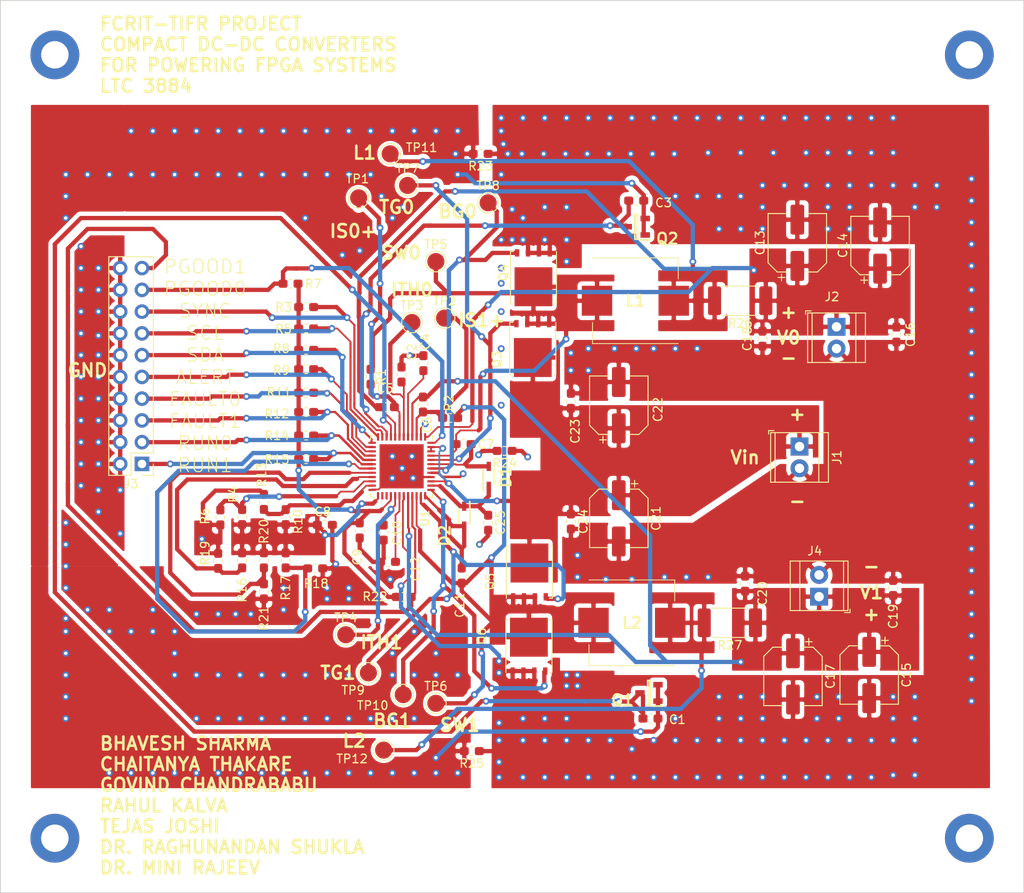
<source format=kicad_pcb>
(kicad_pcb (version 20171130) (host pcbnew "(5.1.6)-1")
  (layers (0 F.Cu mixed) (1 In1.Cu power hide) (2 In2.Cu power hide) (31 B.Cu mixed) (34 B.Paste user) (35 F.Paste user) (36 B.SilkS user) (37 F.SilkS user) (38 B.Mask user) (39 F.Mask user) (44 Edge.Cuts user))
  (net 0 "")
  (net 1 GND)
  (net 2 "Net-(C2-Pad2)")
  (net 3 "Net-(C3-Pad1)")
  (net 4 "Net-(C4-Pad2)")
  (net 5 /V0)
  (net 6 "Net-(C5-Pad1)")
  (net 7 "Net-(C6-Pad1)")
  (net 8 /V1)
  (net 9 "Net-(C7-Pad1)")
  (net 10 /SW0)
  (net 11 /VD25)
  (net 12 /VD33)
  (net 13 "Net-(C10-Pad1)")
  (net 14 /SW1)
  (net 15 "Net-(C11-Pad1)")
  (net 16 "Net-(C12-Pad1)")
  (net 17 /VIN)
  (net 18 /TG1)
  (net 19 /BG1)
  (net 20 /Vout1)
  (net 21 /Freq)
  (net 22 "Net-(R16-Pad1)")
  (net 23 /ASEL0)
  (net 24 /ASEL1)
  (net 25 "Net-(U1-Pad26)")
  (net 26 "Net-(U1-Pad27)")
  (net 27 /PGOOD1)
  (net 28 /PGOOD0)
  (net 29 /SYNC)
  (net 30 /SCL)
  (net 31 /SDA)
  (net 32 /ALERT)
  (net 33 /FAULT0)
  (net 34 /FAULT1)
  (net 35 /RUN0)
  (net 36 /RUN1)
  (net 37 /PGND)
  (net 38 "Net-(C1-Pad1)")
  (net 39 /TG0)
  (net 40 /BG0)
  (net 41 "Net-(L1-Pad2)")
  (net 42 "Net-(L2-Pad2)")
  (net 43 "Net-(C25-Pad1)")
  (module MountingHole:MountingHole_3.2mm_M3_ISO7380_Pad (layer F.Cu) (at 130.81 158.75)
    (fp_text reference REF** hide)
    (fp_text value MountingHole_3.2mm_M3_ISO7380_Pad)
    (pad 1 thru_hole circle (at 0 0) (size 5.7 5.7) (drill 3.2) (layers *.Cu *.Mask))
  )
  (module MountingHole:MountingHole_3.2mm_M3_ISO7380_Pad (layer F.Cu) (at 237.49 158.75)
    (fp_text reference REF** hide)
    (fp_text value MountingHole_3.2mm_M3_ISO7380_Pad)
    (pad 1 thru_hole circle (at 0 0) (size 5.7 5.7) (drill 3.2) (layers *.Cu *.Mask))
  )
  (module MountingHole:MountingHole_3.2mm_M3_ISO7380_Pad (layer F.Cu) (at 130.81 67.31)
    (fp_text reference REF** hide)
    (fp_text value MountingHole_3.2mm_M3_ISO7380_Pad)
    (pad 1 thru_hole circle (at 0 0) (size 5.7 5.7) (drill 3.2) (layers *.Cu *.Mask))
  )
  (module MountingHole:MountingHole_3.2mm_M3_ISO7380_Pad (layer F.Cu) (at 237.49 67.31)
    (fp_text reference REF** hide)
    (fp_text value MountingHole_3.2mm_M3_ISO7380_Pad)
    (pad 1 thru_hole circle (at 0 0) (size 5.7 5.7) (drill 3.2) (layers *.Cu *.Mask))
  )
  (module Capacitor_SMD:C_0603_1608Metric_Pad1.05x0.95mm_HandSolder (layer F.Cu) (at 181.356 121.92 270)
    (fp_text reference C25 (at 0 -1.43 90) (layer F.SilkS))
    (fp_text value 1u)
    (pad 2 smd roundrect (at 0.875 0 270) (size 1.05 0.95) (layers F.Cu F.Paste F.Mask) (net 1 GND))
    (pad 1 smd roundrect (at -0.875 0 270) (size 1.05 0.95) (layers F.Cu F.Paste F.Mask) (net 43 "Net-(C25-Pad1)"))
  )
  (module Resistor_SMD:R_2512_6332Metric_Pad1.52x3.35mm_HandSolder (layer F.Cu) (at 209.55 133.604 180)
    (fp_text reference R27 (at 0 -2.62) (layer F.SilkS))
    (fp_text value R)
    (pad 2 smd roundrect (at 2.9875 0 180) (size 1.525 3.35) (layers F.Cu F.Paste F.Mask) (roundrect_rratio 0.163934) (net 42 "Net-(L2-Pad2)"))
    (pad 1 smd roundrect (at -2.9875 0 180) (size 1.525 3.35) (layers F.Cu F.Paste F.Mask) (roundrect_rratio 0.163934) (net 8 /V1))
  )
  (module Resistor_SMD:R_2512_6332Metric_Pad1.52x3.35mm_HandSolder (layer F.Cu) (at 210.7595 96.012 180)
    (fp_text reference R26 (at 0 -2.62) (layer F.SilkS))
    (fp_text value R)
    (pad 2 smd roundrect (at 2.9875 0 180) (size 1.525 3.35) (layers F.Cu F.Paste F.Mask) (roundrect_rratio 0.163934) (net 41 "Net-(L1-Pad2)"))
    (pad 1 smd roundrect (at -2.9875 0 180) (size 1.525 3.35) (layers F.Cu F.Paste F.Mask) (roundrect_rratio 0.163934) (net 5 /V0))
  )
  (module SamacSys_Parts:SRP1038C6R8M (layer F.Cu) (at 198.12 133.604)
    (fp_text reference L2 (at 0 0) (layer F.SilkS) (effects (font (size 1.27 1.27) (thickness 0.254))))
    (fp_text value 6.8u hide)
    (pad 2 smd rect (at 4.475 0 90) (size 3.5 3.55) (layers F.Cu F.Paste F.Mask) (net 42 "Net-(L2-Pad2)"))
    (pad 1 smd rect (at -4.475 0 90) (size 3.5 3.55) (layers F.Cu F.Paste F.Mask) (net 14 /SW1))
  )
  (module SamacSys_Parts:SRP1038C6R8M (layer F.Cu) (at 198.531 96.012)
    (fp_text reference L1 (at 0 0) (layer F.SilkS) (effects (font (size 1.27 1.27) (thickness 0.254))))
    (fp_text value 6.8u hide)
    (pad 2 smd rect (at 4.475 0 90) (size 3.5 3.55) (layers F.Cu F.Paste F.Mask) (net 41 "Net-(L1-Pad2)"))
    (pad 1 smd rect (at -4.475 0 90) (size 3.5 3.55) (layers F.Cu F.Paste F.Mask) (net 10 /SW0))
  )
  (module Capacitor_SMD:CP_Elec_6.3x5.8 (layer F.Cu) (at 196.596 108.204 90)
    (fp_text reference C22 (at -0.508 4.572 90) (layer F.SilkS))
    (fp_text value C)
    (pad 2 smd roundrect (at 2.7 0 90) (size 3.5 1.6) (layers F.Cu F.Paste F.Mask) (roundrect_rratio 0.15625) (net 37 /PGND))
    (pad 1 smd roundrect (at -2.7 0 90) (size 3.5 1.6) (layers F.Cu F.Paste F.Mask) (roundrect_rratio 0.15625) (net 17 /VIN))
  )
  (module Capacitor_SMD:CP_Elec_6.3x5.8 (layer F.Cu) (at 196.596 121.412 270)
    (fp_text reference C21 (at 0 -4.35 90) (layer F.SilkS))
    (fp_text value C)
    (pad 2 smd roundrect (at 2.7 0 270) (size 3.5 1.6) (layers F.Cu F.Paste F.Mask) (roundrect_rratio 0.15625) (net 37 /PGND))
    (pad 1 smd roundrect (at -2.7 0 270) (size 3.5 1.6) (layers F.Cu F.Paste F.Mask) (roundrect_rratio 0.15625) (net 17 /VIN))
  )
  (module Capacitor_SMD:CP_Elec_6.3x5.8 (layer F.Cu) (at 216.916 139.86 270)
    (fp_text reference C17 (at 0 -4.35 90) (layer F.SilkS))
    (fp_text value C)
    (pad 2 smd roundrect (at 2.7 0 270) (size 3.5 1.6) (layers F.Cu F.Paste F.Mask) (roundrect_rratio 0.15625) (net 37 /PGND))
    (pad 1 smd roundrect (at -2.7 0 270) (size 3.5 1.6) (layers F.Cu F.Paste F.Mask) (roundrect_rratio 0.15625) (net 8 /V1))
  )
  (module Capacitor_SMD:CP_Elec_6.3x5.8 (layer F.Cu) (at 225.806 139.7 270)
    (fp_text reference C15 (at 0 -4.35 90) (layer F.SilkS))
    (fp_text value 100u)
    (pad 2 smd roundrect (at 2.7 0 270) (size 3.5 1.6) (layers F.Cu F.Paste F.Mask) (roundrect_rratio 0.15625) (net 37 /PGND))
    (pad 1 smd roundrect (at -2.7 0 270) (size 3.5 1.6) (layers F.Cu F.Paste F.Mask) (roundrect_rratio 0.15625) (net 8 /V1))
  )
  (module Capacitor_SMD:CP_Elec_6.3x5.8 (layer F.Cu) (at 227.076 89.568 90)
    (fp_text reference C14 (at 0 -4.35 90) (layer F.SilkS))
    (fp_text value C)
    (pad 2 smd roundrect (at 2.7 0 90) (size 3.5 1.6) (layers F.Cu F.Paste F.Mask) (roundrect_rratio 0.15625) (net 37 /PGND))
    (pad 1 smd roundrect (at -2.7 0 90) (size 3.5 1.6) (layers F.Cu F.Paste F.Mask) (roundrect_rratio 0.15625) (net 5 /V0))
  )
  (module Capacitor_SMD:CP_Elec_6.3x5.8 (layer F.Cu) (at 217.424 89.248 90)
    (fp_text reference C13 (at 0 -4.35 90) (layer F.SilkS))
    (fp_text value 100u)
    (pad 2 smd roundrect (at 2.7 0 90) (size 3.5 1.6) (layers F.Cu F.Paste F.Mask) (roundrect_rratio 0.15625) (net 37 /PGND))
    (pad 1 smd roundrect (at -2.7 0 90) (size 3.5 1.6) (layers F.Cu F.Paste F.Mask) (roundrect_rratio 0.15625) (net 5 /V0))
  )
  (module TestPoint:TestPoint_Pad_D2.0mm (layer F.Cu) (at 169.164 148.463)
    (fp_text reference TP12 (at -3.684 1.017) (layer F.SilkS))
    (fp_text value TestPoint)
    (pad 1 smd circle (at 0 0) (size 2 2) (layers F.Cu F.Mask) (net 42 "Net-(L2-Pad2)"))
  )
  (module TestPoint:TestPoint_Pad_D2.0mm (layer F.Cu) (at 169.926 78.867)
    (fp_text reference TP11 (at 3.674 -0.727) (layer F.SilkS))
    (fp_text value TestPoint)
    (pad 1 smd circle (at 0 0) (size 2 2) (layers F.Cu F.Mask) (net 41 "Net-(L1-Pad2)"))
  )
  (module Package_TO_SOT_SMD:TDSON-8-1 (layer F.Cu) (at 186.64084 93.33 270)
    (fp_text reference Q4 (at -0.61328 3.50684 90) (layer F.SilkS))
    (fp_text value BSC120N03MS)
    (pad 1 smd rect (at -2.9 -1.905 270) (size 0.85 0.5) (layers F.Cu F.Paste F.Mask) (net 37 /PGND))
    (pad 2 smd rect (at -2.9 -0.635 270) (size 0.85 0.5) (layers F.Cu F.Paste F.Mask) (net 37 /PGND))
    (pad 3 smd rect (at -2.9 0.635 270) (size 0.85 0.5) (layers F.Cu F.Paste F.Mask) (net 37 /PGND))
    (pad 4 smd rect (at -2.9 1.905 270) (size 0.85 0.5) (layers F.Cu F.Paste F.Mask) (net 40 /BG0))
    (pad 5 smd rect (at 1.05 0 270) (size 4.55 4.41) (layers F.Cu) (net 10 /SW0))
  )
  (module Package_DFN_QFN:QFN-48-1EP_7x7mm_P0.5mm_EP5.15x5.15mm (layer F.Cu) (at 171.2595 115.3414 270)
    (fp_text reference U1 (at 6.06552 -2.72288 90) (layer F.SilkS))
    (fp_text value LTC3884)
    (pad 1 smd roundrect (at -3.4375 -2.75 270) (size 0.875 0.25) (layers F.Cu F.Paste F.Mask) (net 5 /V0))
    (pad 2 smd roundrect (at -3.4375 -2.25 270) (size 0.875 0.25) (layers F.Cu F.Paste F.Mask) (net 37 /PGND))
    (pad 3 smd roundrect (at -3.4375 -1.75 270) (size 0.875 0.25) (layers F.Cu F.Paste F.Mask) (net 7 "Net-(C6-Pad1)"))
    (pad 4 smd roundrect (at -3.4375 -1.25 270) (size 0.875 0.25) (layers F.Cu F.Paste F.Mask) (net 8 /V1))
    (pad 5 smd roundrect (at -3.4375 -0.75 270) (size 0.875 0.25) (layers F.Cu F.Paste F.Mask) (net 4 "Net-(C4-Pad2)"))
    (pad 6 smd roundrect (at -3.4375 -0.25 270) (size 0.875 0.25) (layers F.Cu F.Paste F.Mask) (net 2 "Net-(C2-Pad2)"))
    (pad 7 smd roundrect (at -3.4375 0.25 270) (size 0.875 0.25) (layers F.Cu F.Paste F.Mask) (net 6 "Net-(C5-Pad1)"))
    (pad 8 smd roundrect (at -3.4375 0.75 270) (size 0.875 0.25) (layers F.Cu F.Paste F.Mask) (net 5 /V0))
    (pad 9 smd roundrect (at -3.4375 1.25 270) (size 0.875 0.25) (layers F.Cu F.Paste F.Mask) (net 38 "Net-(C1-Pad1)"))
    (pad 10 smd roundrect (at -3.4375 1.75 270) (size 0.875 0.25) (layers F.Cu F.Paste F.Mask) (net 3 "Net-(C3-Pad1)"))
    (pad 11 smd roundrect (at -3.4375 2.25 270) (size 0.875 0.25) (layers F.Cu F.Paste F.Mask) (net 29 /SYNC))
    (pad 12 smd roundrect (at -3.4375 2.75 270) (size 0.875 0.25) (layers F.Cu F.Paste F.Mask) (net 30 /SCL))
    (pad 13 smd roundrect (at -2.75 3.4375 270) (size 0.25 0.875) (layers F.Cu F.Paste F.Mask) (net 31 /SDA))
    (pad 14 smd roundrect (at -2.25 3.4375 270) (size 0.25 0.875) (layers F.Cu F.Paste F.Mask) (net 32 /ALERT))
    (pad 15 smd roundrect (at -1.75 3.4375 270) (size 0.25 0.875) (layers F.Cu F.Paste F.Mask) (net 33 /FAULT0))
    (pad 16 smd roundrect (at -1.25 3.4375 270) (size 0.25 0.875) (layers F.Cu F.Paste F.Mask) (net 34 /FAULT1))
    (pad 17 smd roundrect (at -0.75 3.4375 270) (size 0.25 0.875) (layers F.Cu F.Paste F.Mask) (net 35 /RUN0))
    (pad 18 smd roundrect (at -0.25 3.4375 270) (size 0.25 0.875) (layers F.Cu F.Paste F.Mask) (net 36 /RUN1))
    (pad 19 smd roundrect (at 0.25 3.4375 270) (size 0.25 0.875) (layers F.Cu F.Paste F.Mask) (net 23 /ASEL0))
    (pad 20 smd roundrect (at 0.75 3.4375 270) (size 0.25 0.875) (layers F.Cu F.Paste F.Mask) (net 24 /ASEL1))
    (pad 21 smd roundrect (at 1.25 3.4375 270) (size 0.25 0.875) (layers F.Cu F.Paste F.Mask) (net 22 "Net-(R16-Pad1)"))
    (pad 22 smd roundrect (at 1.75 3.4375 270) (size 0.25 0.875) (layers F.Cu F.Paste F.Mask) (net 20 /Vout1))
    (pad 23 smd roundrect (at 2.25 3.4375 270) (size 0.25 0.875) (layers F.Cu F.Paste F.Mask) (net 21 /Freq))
    (pad 24 smd roundrect (at 2.75 3.4375 270) (size 0.25 0.875) (layers F.Cu F.Paste F.Mask) (net 1 GND))
    (pad 25 smd roundrect (at 3.4375 2.75 270) (size 0.875 0.25) (layers F.Cu F.Paste F.Mask) (net 11 /VD25))
    (pad 26 smd roundrect (at 3.4375 2.25 270) (size 0.875 0.25) (layers F.Cu F.Paste F.Mask) (net 25 "Net-(U1-Pad26)"))
    (pad 27 smd roundrect (at 3.4375 1.75 270) (size 0.875 0.25) (layers F.Cu F.Paste F.Mask) (net 26 "Net-(U1-Pad27)"))
    (pad 28 smd roundrect (at 3.4375 1.25 270) (size 0.875 0.25) (layers F.Cu F.Paste F.Mask) (net 12 /VD33))
    (pad 29 smd roundrect (at 3.4375 0.75 270) (size 0.875 0.25) (layers F.Cu F.Paste F.Mask) (net 13 "Net-(C10-Pad1)"))
    (pad 30 smd roundrect (at 3.4375 0.25 270) (size 0.875 0.25) (layers F.Cu F.Paste F.Mask) (net 16 "Net-(C12-Pad1)"))
    (pad 31 smd roundrect (at 3.4375 -0.25 270) (size 0.875 0.25) (layers F.Cu F.Paste F.Mask) (net 37 /PGND))
    (pad 32 smd roundrect (at 3.4375 -0.75 270) (size 0.875 0.25) (layers F.Cu F.Paste F.Mask) (net 8 /V1))
    (pad 33 smd roundrect (at 3.4375 -1.25 270) (size 0.875 0.25) (layers F.Cu F.Paste F.Mask) (net 27 /PGOOD1))
    (pad 34 smd roundrect (at 3.4375 -1.75 270) (size 0.875 0.25) (layers F.Cu F.Paste F.Mask) (net 14 /SW1))
    (pad 35 smd roundrect (at 3.4375 -2.25 270) (size 0.875 0.25) (layers F.Cu F.Paste F.Mask) (net 18 /TG1))
    (pad 36 smd roundrect (at 3.4375 -2.75 270) (size 0.875 0.25) (layers F.Cu F.Paste F.Mask) (net 15 "Net-(C11-Pad1)"))
    (pad 37 smd roundrect (at 2.75 -3.4375 270) (size 0.25 0.875) (layers F.Cu F.Paste F.Mask) (net 19 /BG1))
    (pad 38 smd roundrect (at 2.25 -3.4375 270) (size 0.25 0.875) (layers F.Cu F.Paste F.Mask) (net 43 "Net-(C25-Pad1)"))
    (pad 39 smd roundrect (at 1.75 -3.4375 270) (size 0.25 0.875) (layers F.Cu F.Paste F.Mask) (net 17 /VIN))
    (pad 40 smd roundrect (at 1.25 -3.4375 270) (size 0.25 0.875) (layers F.Cu F.Paste F.Mask) (net 1 GND))
    (pad 41 smd roundrect (at 0.75 -3.4375 270) (size 0.25 0.875) (layers F.Cu F.Paste F.Mask) (net 37 /PGND))
    (pad 42 smd roundrect (at 0.25 -3.4375 270) (size 0.25 0.875) (layers F.Cu F.Paste F.Mask) (net 40 /BG0))
    (pad 43 smd roundrect (at -0.25 -3.4375 270) (size 0.25 0.875) (layers F.Cu F.Paste F.Mask) (net 9 "Net-(C7-Pad1)"))
    (pad 44 smd roundrect (at -0.75 -3.4375 270) (size 0.25 0.875) (layers F.Cu F.Paste F.Mask) (net 39 /TG0))
    (pad 45 smd roundrect (at -1.25 -3.4375 270) (size 0.25 0.875) (layers F.Cu F.Paste F.Mask) (net 10 /SW0))
    (pad 46 smd roundrect (at -1.75 -3.4375 270) (size 0.25 0.875) (layers F.Cu F.Paste F.Mask) (net 17 /VIN))
    (pad 47 smd roundrect (at -2.25 -3.4375 270) (size 0.25 0.875) (layers F.Cu F.Paste F.Mask) (net 17 /VIN))
    (pad 48 smd roundrect (at -2.75 -3.4375 270) (size 0.25 0.875) (layers F.Cu F.Paste F.Mask) (net 28 /PGOOD0))
    (pad 49 smd rect (at 0 0 270) (size 5.15 5.15) (layers F.Cu F.Mask) (net 1 GND))
  )
  (module Package_TO_SOT_SMD:TDSON-8-1 (layer F.Cu) (at 186.11088 136.3368 90)
    (fp_text reference Q6 (at 1.1834 -5.51688 90) (layer F.SilkS))
    (fp_text value BSC120N03MS)
    (pad 5 smd rect (at 1.05 0 90) (size 4.55 4.41) (layers F.Cu) (net 14 /SW1))
    (pad 4 smd rect (at -2.9 1.905 90) (size 0.85 0.5) (layers F.Cu F.Paste F.Mask) (net 19 /BG1))
    (pad 3 smd rect (at -2.9 0.635 90) (size 0.85 0.5) (layers F.Cu F.Paste F.Mask) (net 37 /PGND))
    (pad 2 smd rect (at -2.9 -0.635 90) (size 0.85 0.5) (layers F.Cu F.Paste F.Mask) (net 37 /PGND))
    (pad 1 smd rect (at -2.9 -1.905 90) (size 0.85 0.5) (layers F.Cu F.Paste F.Mask) (net 37 /PGND))
  )
  (module Package_TO_SOT_SMD:TDSON-8-1 (layer F.Cu) (at 186.17184 127.67564 90)
    (fp_text reference Q5 (at -1.10236 -4.56184 90) (layer F.SilkS))
    (fp_text value BSC120N03MS)
    (pad 1 smd rect (at -2.9 -1.905 90) (size 0.85 0.5) (layers F.Cu F.Paste F.Mask) (net 14 /SW1))
    (pad 2 smd rect (at -2.9 -0.635 90) (size 0.85 0.5) (layers F.Cu F.Paste F.Mask) (net 14 /SW1))
    (pad 3 smd rect (at -2.9 0.635 90) (size 0.85 0.5) (layers F.Cu F.Paste F.Mask) (net 14 /SW1))
    (pad 4 smd rect (at -2.9 1.905 90) (size 0.85 0.5) (layers F.Cu F.Paste F.Mask) (net 18 /TG1))
    (pad 5 smd rect (at 1.05 0 90) (size 4.55 4.41) (layers F.Cu) (net 17 /VIN))
  )
  (module Capacitor_SMD:C_0603_1608Metric_Pad1.05x0.95mm_HandSolder (layer F.Cu) (at 171.25 104.625 270)
    (fp_text reference C2 (at -2.644 -1.216 90) (layer F.SilkS))
    (fp_text value 150p)
    (pad 1 smd roundrect (at -0.875 0 270) (size 1.05 0.95) (layers F.Cu F.Paste F.Mask) (net 1 GND))
    (pad 2 smd roundrect (at 0.875 0 270) (size 1.05 0.95) (layers F.Cu F.Paste F.Mask) (net 2 "Net-(C2-Pad2)"))
  )
  (module Capacitor_SMD:C_0603_1608Metric_Pad1.05x0.95mm_HandSolder (layer F.Cu) (at 198.628 84.328)
    (fp_text reference C3 (at 3.189 0.254) (layer F.SilkS))
    (fp_text value 10n)
    (pad 2 smd roundrect (at 0.875 0) (size 1.05 0.95) (layers F.Cu F.Paste F.Mask) (net 1 GND))
    (pad 1 smd roundrect (at -0.875 0) (size 1.05 0.95) (layers F.Cu F.Paste F.Mask) (net 3 "Net-(C3-Pad1)"))
  )
  (module Capacitor_SMD:C_0603_1608Metric_Pad1.05x0.95mm_HandSolder (layer F.Cu) (at 173.7995 103.3005 270)
    (fp_text reference C4 (at -2.517 -0.24 90) (layer F.SilkS))
    (fp_text value C)
    (pad 2 smd roundrect (at 0.875 0 270) (size 1.05 0.95) (layers F.Cu F.Paste F.Mask) (net 4 "Net-(C4-Pad2)"))
    (pad 1 smd roundrect (at -0.875 0 270) (size 1.05 0.95) (layers F.Cu F.Paste F.Mask) (net 1 GND))
  )
  (module Capacitor_SMD:C_0603_1608Metric_Pad1.05x0.95mm_HandSolder (layer F.Cu) (at 169.545 108.4326 180)
    (fp_text reference C5 (at 0.21212 2.18948) (layer F.SilkS))
    (fp_text value 0.22u)
    (pad 2 smd roundrect (at 0.875 0 180) (size 1.05 0.95) (layers F.Cu F.Paste F.Mask) (net 5 /V0))
    (pad 1 smd roundrect (at -0.875 0 180) (size 1.05 0.95) (layers F.Cu F.Paste F.Mask) (net 6 "Net-(C5-Pad1)"))
  )
  (module Capacitor_SMD:C_0603_1608Metric_Pad1.05x0.95mm_HandSolder (layer F.Cu) (at 173.75 108.125 90)
    (fp_text reference C6 (at -2.365 0.494 90) (layer F.SilkS))
    (fp_text value 0.22u)
    (pad 1 smd roundrect (at -0.875 0 90) (size 1.05 0.95) (layers F.Cu F.Paste F.Mask) (net 7 "Net-(C6-Pad1)"))
    (pad 2 smd roundrect (at 0.875 0 90) (size 1.05 0.95) (layers F.Cu F.Paste F.Mask) (net 8 /V1))
  )
  (module Capacitor_SMD:C_0603_1608Metric_Pad1.05x0.95mm_HandSolder (layer F.Cu) (at 178.49212 112.75 180)
    (fp_text reference C7 (at -2.60988 -0.026) (layer F.SilkS))
    (fp_text value 1u)
    (pad 1 smd roundrect (at -0.875 0 180) (size 1.05 0.95) (layers F.Cu F.Paste F.Mask) (net 9 "Net-(C7-Pad1)"))
    (pad 2 smd roundrect (at 0.875 0 180) (size 1.05 0.95) (layers F.Cu F.Paste F.Mask) (net 10 /SW0))
  )
  (module Capacitor_SMD:C_0603_1608Metric_Pad1.05x0.95mm_HandSolder (layer F.Cu) (at 162.306 122.174 180)
    (fp_text reference C8 (at 0.254 1.524) (layer F.SilkS))
    (fp_text value 1u)
    (pad 1 smd roundrect (at -0.875 0 180) (size 1.05 0.95) (layers F.Cu F.Paste F.Mask) (net 1 GND))
    (pad 2 smd roundrect (at 0.875 0 180) (size 1.05 0.95) (layers F.Cu F.Paste F.Mask) (net 11 /VD25))
  )
  (module Capacitor_SMD:C_0603_1608Metric_Pad1.05x0.95mm_HandSolder (layer F.Cu) (at 166.37 122.823 90)
    (fp_text reference C9 (at -3.09502 -0.254 90) (layer F.SilkS))
    (fp_text value 1u)
    (pad 2 smd roundrect (at 0.875 0 90) (size 1.05 0.95) (layers F.Cu F.Paste F.Mask) (net 12 /VD33))
    (pad 1 smd roundrect (at -0.875 0 90) (size 1.05 0.95) (layers F.Cu F.Paste F.Mask) (net 1 GND))
  )
  (module Capacitor_SMD:C_0603_1608Metric_Pad1.05x0.95mm_HandSolder (layer F.Cu) (at 169.164 123.077 270)
    (fp_text reference C10 (at 0.0495 -1.6129 90) (layer F.SilkS))
    (fp_text value 150p)
    (pad 1 smd roundrect (at -0.875 0 270) (size 1.05 0.95) (layers F.Cu F.Paste F.Mask) (net 13 "Net-(C10-Pad1)"))
    (pad 2 smd roundrect (at 0.875 0 270) (size 1.05 0.95) (layers F.Cu F.Paste F.Mask) (net 1 GND))
  )
  (module Capacitor_SMD:C_0603_1608Metric_Pad1.05x0.95mm_HandSolder (layer F.Cu) (at 178.27244 128.09096 270)
    (fp_text reference C11 (at 3.48104 0.21844 90) (layer F.SilkS))
    (fp_text value 1u)
    (pad 2 smd roundrect (at 0.875 0 270) (size 1.05 0.95) (layers F.Cu F.Paste F.Mask) (net 14 /SW1))
    (pad 1 smd roundrect (at -0.875 0 270) (size 1.05 0.95) (layers F.Cu F.Paste F.Mask) (net 15 "Net-(C11-Pad1)"))
  )
  (module Capacitor_SMD:C_0603_1608Metric_Pad1.05x0.95mm_HandSolder (layer F.Cu) (at 169.672 126.492 180)
    (fp_text reference C12 (at -3.2144 -0.81788 90) (layer F.SilkS))
    (fp_text value C)
    (pad 2 smd roundrect (at 0.875 0 180) (size 1.05 0.95) (layers F.Cu F.Paste F.Mask) (net 1 GND))
    (pad 1 smd roundrect (at -0.875 0 180) (size 1.05 0.95) (layers F.Cu F.Paste F.Mask) (net 16 "Net-(C12-Pad1)"))
  )
  (module Capacitor_SMD:C_0603_1608Metric_Pad1.05x0.95mm_HandSolder (layer F.Cu) (at 228.981 99.963 270)
    (fp_text reference C16 (at 0 -1.651 90) (layer F.SilkS))
    (fp_text value C)
    (pad 1 smd roundrect (at -0.875 0 270) (size 1.05 0.95) (layers F.Cu F.Paste F.Mask) (net 5 /V0))
    (pad 2 smd roundrect (at 0.875 0 270) (size 1.05 0.95) (layers F.Cu F.Paste F.Mask) (net 37 /PGND))
  )
  (module Capacitor_SMD:C_0603_1608Metric_Pad1.05x0.95mm_HandSolder (layer F.Cu) (at 213.36 100.443 270)
    (fp_text reference C18 (at 0 1.778 90) (layer F.SilkS))
    (fp_text value C)
    (pad 2 smd roundrect (at 0.875 0 270) (size 1.05 0.95) (layers F.Cu F.Paste F.Mask) (net 37 /PGND))
    (pad 1 smd roundrect (at -0.875 0 270) (size 1.05 0.95) (layers F.Cu F.Paste F.Mask) (net 5 /V0))
  )
  (module Capacitor_SMD:C_0603_1608Metric_Pad1.05x0.95mm_HandSolder (layer F.Cu) (at 228.6 129.54 90)
    (fp_text reference C19 (at -3.316 0 90) (layer F.SilkS))
    (fp_text value C)
    (pad 2 smd roundrect (at 0.875 0 90) (size 1.05 0.95) (layers F.Cu F.Paste F.Mask) (net 37 /PGND))
    (pad 1 smd roundrect (at -0.875 0 90) (size 1.05 0.95) (layers F.Cu F.Paste F.Mask) (net 8 /V1))
  )
  (module Capacitor_SMD:C_0603_1608Metric_Pad1.05x0.95mm_HandSolder (layer F.Cu) (at 211.328 129.032 90)
    (fp_text reference C20 (at -1.157 2.032 90) (layer F.SilkS))
    (fp_text value C)
    (pad 1 smd roundrect (at -0.875 0 90) (size 1.05 0.95) (layers F.Cu F.Paste F.Mask) (net 8 /V1))
    (pad 2 smd roundrect (at 0.875 0 90) (size 1.05 0.95) (layers F.Cu F.Paste F.Mask) (net 37 /PGND))
  )
  (module SamacSys_Parts:SOD2513X120N (layer F.Cu) (at 181.42712 116.50848 90)
    (fp_text reference D1 (at -0.07752 1.96088 90) (layer F.SilkS) (effects (font (size 1.27 1.27) (thickness 0.254))))
    (fp_text value DIODE hide)
    (pad 1 smd rect (at -1.162 0 180) (size 0.5 1.075) (layers F.Cu F.Paste F.Mask) (net 43 "Net-(C25-Pad1)"))
    (pad 2 smd rect (at 1.162 0 180) (size 0.5 1.075) (layers F.Cu F.Paste F.Mask) (net 9 "Net-(C7-Pad1)"))
  )
  (module SamacSys_Parts:SOD2513X120N (layer F.Cu) (at 178.562 121.158 270)
    (fp_text reference D2 (at 2.286 2.286 90) (layer F.SilkS) (effects (font (size 1.27 1.27) (thickness 0.254))))
    (fp_text value DIODE hide)
    (pad 2 smd rect (at 1.162 0) (size 0.5 1.075) (layers F.Cu F.Paste F.Mask) (net 15 "Net-(C11-Pad1)"))
    (pad 1 smd rect (at -1.162 0) (size 0.5 1.075) (layers F.Cu F.Paste F.Mask) (net 43 "Net-(C25-Pad1)"))
  )
  (module SamacSys_Parts:SOT96P240X110-3N (layer F.Cu) (at 200.118 141.788 180)
    (fp_text reference Q1 (at 3.10036 -0.84848) (layer F.SilkS) (effects (font (size 1.27 1.27) (thickness 0.254))))
    (fp_text value MMBT3906-7-F hide)
    (pad 3 smd rect (at 1.05 0 270) (size 0.65 1.1) (layers F.Cu F.Paste F.Mask) (net 38 "Net-(C1-Pad1)"))
    (pad 2 smd rect (at -1.05 0.96 270) (size 0.65 1.1) (layers F.Cu F.Paste F.Mask) (net 1 GND))
    (pad 1 smd rect (at -1.05 -0.96 270) (size 0.65 1.1) (layers F.Cu F.Paste F.Mask) (net 1 GND))
  )
  (module SamacSys_Parts:SOT96P240X110-3N (layer F.Cu) (at 198.628 87.376 180)
    (fp_text reference Q2 (at -3.631841 -1.401161) (layer F.SilkS) (effects (font (size 1.27 1.27) (thickness 0.254))))
    (fp_text value MMBT3906-7-F hide)
    (pad 1 smd rect (at -1.05 -0.96 270) (size 0.65 1.1) (layers F.Cu F.Paste F.Mask) (net 1 GND))
    (pad 2 smd rect (at -1.05 0.96 270) (size 0.65 1.1) (layers F.Cu F.Paste F.Mask) (net 1 GND))
    (pad 3 smd rect (at 1.05 0 270) (size 0.65 1.1) (layers F.Cu F.Paste F.Mask) (net 3 "Net-(C3-Pad1)"))
  )
  (module Package_TO_SOT_SMD:TDSON-8-1 (layer F.Cu) (at 186.563 101.58984 270)
    (fp_text reference Q3 (at 1.28016 4.191 90) (layer F.SilkS))
    (fp_text value BSC120N03MS)
    (pad 5 smd rect (at 1.05 0 270) (size 4.55 4.41) (layers F.Cu) (net 17 /VIN))
    (pad 4 smd rect (at -2.9 1.905 270) (size 0.85 0.5) (layers F.Cu F.Paste F.Mask) (net 39 /TG0))
    (pad 3 smd rect (at -2.9 0.635 270) (size 0.85 0.5) (layers F.Cu F.Paste F.Mask) (net 10 /SW0))
    (pad 2 smd rect (at -2.9 -0.635 270) (size 0.85 0.5) (layers F.Cu F.Paste F.Mask) (net 10 /SW0))
    (pad 1 smd rect (at -2.9 -1.905 270) (size 0.85 0.5) (layers F.Cu F.Paste F.Mask) (net 10 /SW0))
  )
  (module Resistor_SMD:R_0603_1608Metric_Pad1.05x0.95mm_HandSolder (layer F.Cu) (at 167.64 104.89568 270)
    (fp_text reference R1 (at 0 -1.27 90) (layer F.SilkS))
    (fp_text value R)
    (pad 2 smd roundrect (at 0.875 0 270) (size 1.05 0.95) (layers F.Cu F.Paste F.Mask) (net 6 "Net-(C5-Pad1)"))
    (pad 1 smd roundrect (at -0.875 0 270) (size 1.05 0.95) (layers F.Cu F.Paste F.Mask) (net 10 /SW0))
  )
  (module Resistor_SMD:R_0603_1608Metric_Pad1.05x0.95mm_HandSolder (layer F.Cu) (at 176.9224 109.69244 180)
    (fp_text reference R2 (at 0.1384 1.74244 90) (layer F.SilkS))
    (fp_text value R)
    (pad 1 smd roundrect (at -0.875 0 180) (size 1.05 0.95) (layers F.Cu F.Paste F.Mask) (net 14 /SW1))
    (pad 2 smd roundrect (at 0.875 0 180) (size 1.05 0.95) (layers F.Cu F.Paste F.Mask) (net 7 "Net-(C6-Pad1)"))
  )
  (module Resistor_SMD:R_0603_1608Metric_Pad1.05x0.95mm_HandSolder (layer F.Cu) (at 160.125 96.75)
    (fp_text reference R3 (at -2.645 0.024) (layer F.SilkS))
    (fp_text value 10k)
    (pad 2 smd roundrect (at 0.875 0) (size 1.05 0.95) (layers F.Cu F.Paste F.Mask) (net 29 /SYNC))
    (pad 1 smd roundrect (at -0.875 0) (size 1.05 0.95) (layers F.Cu F.Paste F.Mask) (net 12 /VD33))
  )
  (module Resistor_SMD:R_0603_1608Metric_Pad1.05x0.95mm_HandSolder (layer F.Cu) (at 152.654 121.26598 270)
    (fp_text reference R4 (at -2.64798 1.016 90) (layer F.SilkS))
    (fp_text value R)
    (pad 1 smd roundrect (at -0.875 0 270) (size 1.05 0.95) (layers F.Cu F.Paste F.Mask) (net 20 /Vout1))
    (pad 2 smd roundrect (at 0.875 0 270) (size 1.05 0.95) (layers F.Cu F.Paste F.Mask) (net 11 /VD25))
  )
  (module Resistor_SMD:R_0603_1608Metric_Pad1.05x0.95mm_HandSolder (layer F.Cu) (at 160.125 99.25 180)
    (fp_text reference R5 (at 2.645 -0.064) (layer F.SilkS))
    (fp_text value 10k)
    (pad 2 smd roundrect (at 0.875 0 180) (size 1.05 0.95) (layers F.Cu F.Paste F.Mask) (net 12 /VD33))
    (pad 1 smd roundrect (at -0.875 0 180) (size 1.05 0.95) (layers F.Cu F.Paste F.Mask) (net 30 /SCL))
  )
  (module Resistor_SMD:R_0603_1608Metric_Pad1.05x0.95mm_HandSolder (layer F.Cu) (at 150.114 121.30148 270)
    (fp_text reference R6 (at -0.14348 1.778 90) (layer F.SilkS))
    (fp_text value R)
    (pad 2 smd roundrect (at 0.875 0 270) (size 1.05 0.95) (layers F.Cu F.Paste F.Mask) (net 1 GND))
    (pad 1 smd roundrect (at -0.875 0 270) (size 1.05 0.95) (layers F.Cu F.Paste F.Mask) (net 20 /Vout1))
  )
  (module Resistor_SMD:R_0603_1608Metric_Pad1.05x0.95mm_HandSolder (layer F.Cu) (at 158.3 94.02)
    (fp_text reference R7 (at 2.645 0.02) (layer F.SilkS))
    (fp_text value 10k)
    (pad 1 smd roundrect (at -0.875 0) (size 1.05 0.95) (layers F.Cu F.Paste F.Mask) (net 28 /PGOOD0))
    (pad 2 smd roundrect (at 0.875 0) (size 1.05 0.95) (layers F.Cu F.Paste F.Mask) (net 12 /VD33))
  )
  (module Resistor_SMD:R_0603_1608Metric_Pad1.05x0.95mm_HandSolder (layer F.Cu) (at 160.125 101.75)
    (fp_text reference R8 (at -2.899 -0.15) (layer F.SilkS))
    (fp_text value 10k)
    (pad 1 smd roundrect (at -0.875 0) (size 1.05 0.95) (layers F.Cu F.Paste F.Mask) (net 12 /VD33))
    (pad 2 smd roundrect (at 0.875 0) (size 1.05 0.95) (layers F.Cu F.Paste F.Mask) (net 31 /SDA))
  )
  (module Resistor_SMD:R_0603_1608Metric_Pad1.05x0.95mm_HandSolder (layer F.Cu) (at 160.125 104)
    (fp_text reference R9 (at -2.899 0.14) (layer F.SilkS))
    (fp_text value 10k)
    (pad 2 smd roundrect (at 0.875 0) (size 1.05 0.95) (layers F.Cu F.Paste F.Mask) (net 32 /ALERT))
    (pad 1 smd roundrect (at -0.875 0) (size 1.05 0.95) (layers F.Cu F.Paste F.Mask) (net 12 /VD33))
  )
  (module Resistor_SMD:R_0603_1608Metric_Pad1.05x0.95mm_HandSolder (layer F.Cu) (at 157.734 121.26598 270)
    (fp_text reference R10 (at 0.52702 -1.43 90) (layer F.SilkS))
    (fp_text value R)
    (pad 1 smd roundrect (at -0.875 0 270) (size 1.05 0.95) (layers F.Cu F.Paste F.Mask) (net 21 /Freq))
    (pad 2 smd roundrect (at 0.875 0 270) (size 1.05 0.95) (layers F.Cu F.Paste F.Mask) (net 11 /VD25))
  )
  (module Resistor_SMD:R_0603_1608Metric_Pad1.05x0.95mm_HandSolder (layer F.Cu) (at 160.125 106.75)
    (fp_text reference R11 (at -3.153 -0.07) (layer F.SilkS))
    (fp_text value 10k)
    (pad 1 smd roundrect (at -0.875 0) (size 1.05 0.95) (layers F.Cu F.Paste F.Mask) (net 12 /VD33))
    (pad 2 smd roundrect (at 0.875 0) (size 1.05 0.95) (layers F.Cu F.Paste F.Mask) (net 33 /FAULT0))
  )
  (module Resistor_SMD:R_0603_1608Metric_Pad1.05x0.95mm_HandSolder (layer F.Cu) (at 160.125 109)
    (fp_text reference R12 (at -3.407 0.22) (layer F.SilkS))
    (fp_text value 10k)
    (pad 2 smd roundrect (at 0.875 0) (size 1.05 0.95) (layers F.Cu F.Paste F.Mask) (net 34 /FAULT1))
    (pad 1 smd roundrect (at -0.875 0) (size 1.05 0.95) (layers F.Cu F.Paste F.Mask) (net 12 /VD33))
  )
  (module Resistor_SMD:R_0603_1608Metric_Pad1.05x0.95mm_HandSolder (layer F.Cu) (at 155.194 119.493 90)
    (fp_text reference R13 (at 3.161 -0.254 90) (layer F.SilkS))
    (fp_text value R)
    (pad 1 smd roundrect (at -0.875 0 90) (size 1.05 0.95) (layers F.Cu F.Paste F.Mask) (net 21 /Freq))
    (pad 2 smd roundrect (at 0.875 0 90) (size 1.05 0.95) (layers F.Cu F.Paste F.Mask) (net 1 GND))
  )
  (module Resistor_SMD:R_0603_1608Metric_Pad1.05x0.95mm_HandSolder (layer F.Cu) (at 160.125 111.75)
    (fp_text reference R14 (at -3.407 0.01) (layer F.SilkS))
    (fp_text value 10k)
    (pad 1 smd roundrect (at -0.875 0) (size 1.05 0.95) (layers F.Cu F.Paste F.Mask) (net 12 /VD33))
    (pad 2 smd roundrect (at 0.875 0) (size 1.05 0.95) (layers F.Cu F.Paste F.Mask) (net 35 /RUN0))
  )
  (module Resistor_SMD:R_0603_1608Metric_Pad1.05x0.95mm_HandSolder (layer F.Cu) (at 160.125 114.5)
    (fp_text reference R15 (at -3.407 0.054) (layer F.SilkS))
    (fp_text value 10k)
    (pad 2 smd roundrect (at 0.875 0) (size 1.05 0.95) (layers F.Cu F.Paste F.Mask) (net 36 /RUN1))
    (pad 1 smd roundrect (at -0.875 0) (size 1.05 0.95) (layers F.Cu F.Paste F.Mask) (net 12 /VD33))
  )
  (module Resistor_SMD:R_0603_1608Metric_Pad1.05x0.95mm_HandSolder (layer F.Cu) (at 152.654 126.31798 90)
    (fp_text reference R16 (at -3.47602 0 90) (layer F.SilkS))
    (fp_text value R)
    (pad 1 smd roundrect (at -0.875 0 90) (size 1.05 0.95) (layers F.Cu F.Paste F.Mask) (net 22 "Net-(R16-Pad1)"))
    (pad 2 smd roundrect (at 0.875 0 90) (size 1.05 0.95) (layers F.Cu F.Paste F.Mask) (net 11 /VD25))
  )
  (module Resistor_SMD:R_0603_1608Metric_Pad1.05x0.95mm_HandSolder (layer F.Cu) (at 157.734 126.31798 90)
    (fp_text reference R17 (at -3.22202 0 90) (layer F.SilkS))
    (fp_text value R)
    (pad 1 smd roundrect (at -0.875 0 90) (size 1.05 0.95) (layers F.Cu F.Paste F.Mask) (net 23 /ASEL0))
    (pad 2 smd roundrect (at 0.875 0 90) (size 1.05 0.95) (layers F.Cu F.Paste F.Mask) (net 11 /VD25))
  )
  (module Resistor_SMD:R_0603_1608Metric_Pad1.05x0.95mm_HandSolder (layer F.Cu) (at 161.177 127.254)
    (fp_text reference R18 (at 0.113 1.778) (layer F.SilkS))
    (fp_text value R)
    (pad 2 smd roundrect (at 0.875 0) (size 1.05 0.95) (layers F.Cu F.Paste F.Mask) (net 1 GND))
    (pad 1 smd roundrect (at -0.875 0) (size 1.05 0.95) (layers F.Cu F.Paste F.Mask) (net 23 /ASEL0))
  )
  (module Resistor_SMD:R_0603_1608Metric_Pad1.05x0.95mm_HandSolder (layer F.Cu) (at 149.86 126.379 270)
    (fp_text reference R19 (at -0.903 1.524 90) (layer F.SilkS))
    (fp_text value R)
    (pad 2 smd roundrect (at 0.875 0 270) (size 1.05 0.95) (layers F.Cu F.Paste F.Mask) (net 22 "Net-(R16-Pad1)"))
    (pad 1 smd roundrect (at -0.875 0 270) (size 1.05 0.95) (layers F.Cu F.Paste F.Mask) (net 1 GND))
  )
  (module Resistor_SMD:R_0603_1608Metric_Pad1.05x0.95mm_HandSolder (layer F.Cu) (at 155.194 126.31798 90)
    (fp_text reference R20 (at 3.38198 0 90) (layer F.SilkS))
    (fp_text value R)
    (pad 1 smd roundrect (at -0.875 0 90) (size 1.05 0.95) (layers F.Cu F.Paste F.Mask) (net 24 /ASEL1))
    (pad 2 smd roundrect (at 0.875 0 90) (size 1.05 0.95) (layers F.Cu F.Paste F.Mask) (net 11 /VD25))
  )
  (module Resistor_SMD:R_0603_1608Metric_Pad1.05x0.95mm_HandSolder (layer F.Cu) (at 155.194 129.935 270)
    (fp_text reference R21 (at 3.161 0 90) (layer F.SilkS))
    (fp_text value R)
    (pad 2 smd roundrect (at 0.875 0 270) (size 1.05 0.95) (layers F.Cu F.Paste F.Mask) (net 1 GND))
    (pad 1 smd roundrect (at -0.875 0 270) (size 1.05 0.95) (layers F.Cu F.Paste F.Mask) (net 24 /ASEL1))
  )
  (module Resistor_SMD:R_0603_1608Metric_Pad1.05x0.95mm_HandSolder (layer F.Cu) (at 171.50712 130.58648 180)
    (fp_text reference R22 (at 3.35912 0.03048) (layer F.SilkS))
    (fp_text value 10k)
    (pad 2 smd roundrect (at 0.875 0 180) (size 1.05 0.95) (layers F.Cu F.Paste F.Mask) (net 12 /VD33))
    (pad 1 smd roundrect (at -0.875 0 180) (size 1.05 0.95) (layers F.Cu F.Paste F.Mask) (net 27 /PGOOD1))
  )
  (module Capacitor_SMD:C_0603_1608Metric_Pad1.05x0.95mm_HandSolder (layer F.Cu) (at 191.008 107.696 90)
    (fp_text reference C23 (at -3.556 0.508 90) (layer F.SilkS))
    (fp_text value C)
    (pad 2 smd roundrect (at 0.875 0 90) (size 1.05 0.95) (layers F.Cu F.Paste F.Mask) (net 37 /PGND))
    (pad 1 smd roundrect (at -0.875 0 90) (size 1.05 0.95) (layers F.Cu F.Paste F.Mask) (net 17 /VIN))
  )
  (module Capacitor_SMD:C_0603_1608Metric_Pad1.05x0.95mm_HandSolder (layer F.Cu) (at 191.008 121.779 270)
    (fp_text reference C24 (at 0 -1.43 90) (layer F.SilkS))
    (fp_text value C)
    (pad 1 smd roundrect (at -0.875 0 270) (size 1.05 0.95) (layers F.Cu F.Paste F.Mask) (net 17 /VIN))
    (pad 2 smd roundrect (at 0.875 0 270) (size 1.05 0.95) (layers F.Cu F.Paste F.Mask) (net 37 /PGND))
  )
  (module TestPoint:TestPoint_Pad_D2.0mm (layer F.Cu) (at 166.25 84)
    (fp_text reference TP1 (at -0.134 -2.212) (layer F.SilkS))
    (fp_text value TestPoint)
    (pad 1 smd circle (at 0 0) (size 2 2) (layers F.Cu F.Mask) (net 6 "Net-(C5-Pad1)"))
  )
  (module TestPoint:TestPoint_Pad_D2.0mm (layer F.Cu) (at 176.276 98.044)
    (fp_text reference TP2 (at 0 -1.998) (layer F.SilkS))
    (fp_text value TestPoint)
    (pad 1 smd circle (at 0 0) (size 2 2) (layers F.Cu F.Mask) (net 7 "Net-(C6-Pad1)"))
  )
  (module TestPoint:TestPoint_Pad_D2.0mm (layer F.Cu) (at 172.466 98.552)
    (fp_text reference TP3 (at 0 -1.998) (layer F.SilkS))
    (fp_text value TestPoint)
    (pad 1 smd circle (at 0 0) (size 2 2) (layers F.Cu F.Mask) (net 2 "Net-(C2-Pad2)"))
  )
  (module TestPoint:TestPoint_Pad_D2.0mm (layer F.Cu) (at 164.75 135)
    (fp_text reference TP4 (at 0 -1.998) (layer F.SilkS))
    (fp_text value TestPoint)
    (pad 1 smd circle (at 0 0) (size 2 2) (layers F.Cu F.Mask) (net 13 "Net-(C10-Pad1)"))
  )
  (module TestPoint:TestPoint_Pad_D2.0mm (layer F.Cu) (at 175.26 91.44)
    (fp_text reference TP5 (at 0 -1.998) (layer F.SilkS))
    (fp_text value TestPoint)
    (pad 1 smd circle (at 0 0) (size 2 2) (layers F.Cu F.Mask) (net 10 /SW0))
  )
  (module TestPoint:TestPoint_Pad_D2.0mm (layer F.Cu) (at 175.26 143.002)
    (fp_text reference TP6 (at 0 -1.998) (layer F.SilkS))
    (fp_text value TestPoint)
    (pad 1 smd circle (at 0 0) (size 2 2) (layers F.Cu F.Mask) (net 14 /SW1))
  )
  (module Capacitor_SMD:C_0603_1608Metric_Pad1.05x0.95mm_HandSolder (layer F.Cu) (at 200.293 144.78)
    (fp_text reference C1 (at 3.12804 0.127) (layer F.SilkS))
    (fp_text value 10n)
    (pad 1 smd roundrect (at -0.875 0) (size 1.05 0.95) (layers F.Cu F.Paste F.Mask) (net 38 "Net-(C1-Pad1)"))
    (pad 2 smd roundrect (at 0.875 0) (size 1.05 0.95) (layers F.Cu F.Paste F.Mask) (net 1 GND))
  )
  (module Resistor_SMD:R_0603_1608Metric_Pad1.05x0.95mm_HandSolder (layer F.Cu) (at 180.481 78.867 180)
    (fp_text reference R23 (at 0 -1.43) (layer F.SilkS))
    (fp_text value R)
    (pad 1 smd roundrect (at -0.875 0 180) (size 1.05 0.95) (layers F.Cu F.Paste F.Mask) (net 37 /PGND))
    (pad 2 smd roundrect (at 0.875 0 180) (size 1.05 0.95) (layers F.Cu F.Paste F.Mask) (net 1 GND))
  )
  (module Resistor_SMD:R_0603_1608Metric_Pad1.05x0.95mm_HandSolder (layer F.Cu) (at 183.275 113.538 180)
    (fp_text reference R24 (at 0 -1.43) (layer F.SilkS))
    (fp_text value R)
    (pad 2 smd roundrect (at 0.875 0 180) (size 1.05 0.95) (layers F.Cu F.Paste F.Mask) (net 1 GND))
    (pad 1 smd roundrect (at -0.875 0 180) (size 1.05 0.95) (layers F.Cu F.Paste F.Mask) (net 37 /PGND))
  )
  (module Resistor_SMD:R_0603_1608Metric_Pad1.05x0.95mm_HandSolder (layer F.Cu) (at 179.451 148.583001 180)
    (fp_text reference R25 (at 0 -1.43) (layer F.SilkS))
    (fp_text value R)
    (pad 1 smd roundrect (at -0.875 0 180) (size 1.05 0.95) (layers F.Cu F.Paste F.Mask) (net 37 /PGND))
    (pad 2 smd roundrect (at 0.875 0 180) (size 1.05 0.95) (layers F.Cu F.Paste F.Mask) (net 1 GND))
  )
  (module TestPoint:TestPoint_Pad_D2.0mm (layer F.Cu) (at 171.958 82.55)
    (fp_text reference TP7 (at 0 -1.998) (layer F.SilkS))
    (fp_text value TestPoint)
    (pad 1 smd circle (at 0 0) (size 2 2) (layers F.Cu F.Mask) (net 39 /TG0))
  )
  (module TestPoint:TestPoint_Pad_D2.0mm (layer F.Cu) (at 181.356 84.582)
    (fp_text reference TP8 (at 0 -1.998) (layer F.SilkS))
    (fp_text value TestPoint)
    (pad 1 smd circle (at 0 0) (size 2 2) (layers F.Cu F.Mask) (net 40 /BG0))
  )
  (module TestPoint:TestPoint_Pad_D2.0mm (layer F.Cu) (at 167.386 139.446)
    (fp_text reference TP9 (at -1.778 2.032) (layer F.SilkS))
    (fp_text value TestPoint)
    (pad 1 smd circle (at 0 0) (size 2 2) (layers F.Cu F.Mask) (net 18 /TG1))
  )
  (module TestPoint:TestPoint_Pad_D2.0mm (layer F.Cu) (at 171.45 141.986)
    (fp_text reference TP10 (at -3.556 1.27) (layer F.SilkS))
    (fp_text value TestPoint)
    (pad 1 smd circle (at 0 0) (size 2 2) (layers F.Cu F.Mask) (net 19 /BG1))
  )
  (module TerminalBlock_TE-Connectivity:TerminalBlock_TE_282834-2_1x02_P2.54mm_Horizontal (layer F.Cu) (at 217.678 113.03 270)
    (fp_text reference J1 (at 1.27 -4.37 90) (layer F.SilkS))
    (fp_text value Screw_Terminal_01x02)
    (pad 1 thru_hole rect (at 0 0 270) (size 2.1 2.1) (drill 1.1) (layers *.Cu *.Mask) (net 17 /VIN))
    (pad 2 thru_hole circle (at 2.54 0 270) (size 2.1 2.1) (drill 1.1) (layers *.Cu *.Mask) (net 37 /PGND))
  )
  (module TerminalBlock_TE-Connectivity:TerminalBlock_TE_282834-2_1x02_P2.54mm_Horizontal (layer F.Cu) (at 221.996 99.06 270)
    (fp_text reference J2 (at -3.5052 0.5334 180) (layer F.SilkS))
    (fp_text value Screw_Terminal_01x02)
    (pad 1 thru_hole rect (at 0 0 270) (size 2.1 2.1) (drill 1.1) (layers *.Cu *.Mask) (net 5 /V0))
    (pad 2 thru_hole circle (at 2.54 0 270) (size 2.1 2.1) (drill 1.1) (layers *.Cu *.Mask) (net 37 /PGND))
  )
  (module Connector_PinHeader_2.54mm:PinHeader_2x10_P2.54mm_Vertical (layer F.Cu) (at 140.97 115.062 180)
    (fp_text reference J3 (at 1.27 -2.33) (layer F.SilkS))
    (fp_text value Conn_02x10_Counter_Clockwise)
    (pad 1 thru_hole rect (at 0 0 180) (size 1.7 1.7) (drill 1) (layers *.Cu *.Mask) (net 36 /RUN1))
    (pad 2 thru_hole oval (at 2.54 0 180) (size 1.7 1.7) (drill 1) (layers *.Cu *.Mask) (net 1 GND))
    (pad 3 thru_hole oval (at 0 2.54 180) (size 1.7 1.7) (drill 1) (layers *.Cu *.Mask) (net 35 /RUN0))
    (pad 4 thru_hole oval (at 2.54 2.54 180) (size 1.7 1.7) (drill 1) (layers *.Cu *.Mask) (net 1 GND))
    (pad 5 thru_hole oval (at 0 5.08 180) (size 1.7 1.7) (drill 1) (layers *.Cu *.Mask) (net 34 /FAULT1))
    (pad 6 thru_hole oval (at 2.54 5.08 180) (size 1.7 1.7) (drill 1) (layers *.Cu *.Mask) (net 1 GND))
    (pad 7 thru_hole oval (at 0 7.62 180) (size 1.7 1.7) (drill 1) (layers *.Cu *.Mask) (net 33 /FAULT0))
    (pad 8 thru_hole oval (at 2.54 7.62 180) (size 1.7 1.7) (drill 1) (layers *.Cu *.Mask) (net 1 GND))
    (pad 9 thru_hole oval (at 0 10.16 180) (size 1.7 1.7) (drill 1) (layers *.Cu *.Mask) (net 32 /ALERT))
    (pad 10 thru_hole oval (at 2.54 10.16 180) (size 1.7 1.7) (drill 1) (layers *.Cu *.Mask) (net 1 GND))
    (pad 11 thru_hole oval (at 0 12.7 180) (size 1.7 1.7) (drill 1) (layers *.Cu *.Mask) (net 31 /SDA))
    (pad 12 thru_hole oval (at 2.54 12.7 180) (size 1.7 1.7) (drill 1) (layers *.Cu *.Mask) (net 1 GND))
    (pad 13 thru_hole oval (at 0 15.24 180) (size 1.7 1.7) (drill 1) (layers *.Cu *.Mask) (net 30 /SCL))
    (pad 14 thru_hole oval (at 2.54 15.24 180) (size 1.7 1.7) (drill 1) (layers *.Cu *.Mask) (net 1 GND))
    (pad 15 thru_hole oval (at 0 17.78 180) (size 1.7 1.7) (drill 1) (layers *.Cu *.Mask) (net 29 /SYNC))
    (pad 16 thru_hole oval (at 2.54 17.78 180) (size 1.7 1.7) (drill 1) (layers *.Cu *.Mask) (net 1 GND))
    (pad 17 thru_hole oval (at 0 20.32 180) (size 1.7 1.7) (drill 1) (layers *.Cu *.Mask) (net 28 /PGOOD0))
    (pad 18 thru_hole oval (at 2.54 20.32 180) (size 1.7 1.7) (drill 1) (layers *.Cu *.Mask) (net 1 GND))
    (pad 19 thru_hole oval (at 0 22.86 180) (size 1.7 1.7) (drill 1) (layers *.Cu *.Mask) (net 27 /PGOOD1))
    (pad 20 thru_hole oval (at 2.54 22.86 180) (size 1.7 1.7) (drill 1) (layers *.Cu *.Mask) (net 1 GND))
  )
  (module TerminalBlock_TE-Connectivity:TerminalBlock_TE_282834-2_1x02_P2.54mm_Horizontal (layer F.Cu) (at 219.964 130.556 90)
    (fp_text reference J4 (at 5.334 -0.508 180) (layer F.SilkS))
    (fp_text value Screw_Terminal_01x02)
    (pad 2 thru_hole circle (at 2.54 0 90) (size 2.1 2.1) (drill 1.1) (layers *.Cu *.Mask) (net 37 /PGND))
    (pad 1 thru_hole rect (at 0 0 90) (size 2.1 2.1) (drill 1.1) (layers *.Cu *.Mask) (net 8 /V1))
  )
  (gr_line (start 243.84 60.96) (end 243.84 165.1) (layer Edge.Cuts) (width 0.1))
  (gr_line (start 124.46 60.96) (end 243.84 60.96) (layer Edge.Cuts) (width 0.1))
  (gr_line (start 124.46 165.1) (end 124.46 60.96) (layer Edge.Cuts) (width 0.1))
  (gr_line (start 243.84 165.1) (end 124.46 165.1) (layer Edge.Cuts) (width 0.1))
  (gr_text L1 (at 166.9415 78.74) (layer F.SilkS) (effects (font (size 1.5 1.5) (thickness 0.3))))
  (gr_text L2 (at 165.735 147.3835) (layer F.SilkS) (effects (font (size 1.5 1.5) (thickness 0.3))))
  (gr_text - (at 217.424 119.38) (layer F.SilkS) (effects (font (size 1.5 1.5) (thickness 0.3))))
  (gr_text + (at 217.424 109.22) (layer F.SilkS) (effects (font (size 1.5 1.5) (thickness 0.3))))
  (gr_text Vin (at 211.328 114.3) (layer F.SilkS) (effects (font (size 1.5 1.5) (thickness 0.3))))
  (gr_text V0 (at 216.408 100.33) (layer F.SilkS) (effects (font (size 1.5 1.5) (thickness 0.3))))
  (gr_text - (at 216.408 102.87 180) (layer F.SilkS) (effects (font (size 1.5 1.5) (thickness 0.3))))
  (gr_text + (at 216.408 97.536 180) (layer F.SilkS) (effects (font (size 1.5 1.5) (thickness 0.3))))
  (gr_text V1 (at 226.06 130.048) (layer F.SilkS) (effects (font (size 1.5 1.5) (thickness 0.3))))
  (gr_text + (at 226.06 132.588) (layer F.SilkS) (effects (font (size 1.5 1.5) (thickness 0.3))))
  (gr_text - (at 226.06 127) (layer F.SilkS) (effects (font (size 1.5 1.5) (thickness 0.3))))
  (gr_text TG1 (at 163.83 139.446) (layer F.SilkS) (effects (font (size 1.5 1.5) (thickness 0.3))))
  (gr_text BG1 (at 170.18 145.034) (layer F.SilkS) (effects (font (size 1.5 1.5) (thickness 0.3))))
  (gr_text SW1 (at 178.054 145.542) (layer F.SilkS) (effects (font (size 1.5 1.5) (thickness 0.3))))
  (gr_text IS0+ (at 165.608 87.884) (layer F.SilkS) (effects (font (size 1.5 1.5) (thickness 0.3))))
  (gr_text ITH1 (at 168.91 135.89) (layer F.SilkS) (effects (font (size 1.5 1.5) (thickness 0.3))))
  (gr_text SW0 (at 171.196 90.424) (layer F.SilkS) (effects (font (size 1.5 1.5) (thickness 0.3))))
  (gr_text ITH0 (at 172.466 94.742) (layer F.SilkS) (effects (font (size 1.5 1.5) (thickness 0.3))))
  (gr_text IS1+ (at 180.594 98.298) (layer F.SilkS) (effects (font (size 1.5 1.5) (thickness 0.3))))
  (gr_text TG0 (at 170.688 85.09) (layer F.SilkS) (effects (font (size 1.5 1.5) (thickness 0.3))))
  (gr_text BG0 (at 177.8 85.598) (layer F.SilkS) (effects (font (size 1.5 1.5) (thickness 0.3))))
  (gr_text "BHAVESH SHARMA\nCHAITANYA THAKARE\nGOVIND CHANDRABABU\nRAHUL KALVA\nTEJAS JOSHI\nDR. RAGHUNANDAN SHUKLA\nDR. MINI RAJEEV" (at 135.89 154.94) (layer F.SilkS) (effects (font (size 1.5 1.5) (thickness 0.3)) (justify left)))
  (gr_text "FCRIT-TIFR PROJECT\nCOMPACT DC-DC CONVERTERS\nFOR POWERING FPGA SYSTEMS\nLTC 3884" (at 135.89 67.31) (layer F.SilkS) (effects (font (size 1.5 1.5) (thickness 0.3)) (justify left)))
  (gr_text GND (at 134.62 104.14) (layer F.SilkS) (effects (font (size 1.5 1.5) (thickness 0.3))))
  (gr_text "PGOOD1\nPGOOD0\nSYNC\nSCL\nSDA\nALERT\nFAULT0\nFAULT1\nRUN0\nRUN1" (at 148.336 103.632) (layer F.SilkS) (effects (font (size 1.6 1.6) (thickness 0.125))))
  (via (at 170.18 114.173) (size 0.8) (drill 0.4) (layers F.Cu B.Cu) (net 1))
  (via (at 172.466 114.173) (size 0.8) (drill 0.4) (layers F.Cu B.Cu) (net 1))
  (via (at 172.593 116.713) (size 0.8) (drill 0.4) (layers F.Cu B.Cu) (net 1))
  (via (at 170.18 116.713) (size 0.8) (drill 0.4) (layers F.Cu B.Cu) (net 1))
  (via (at 171.323 115.57) (size 0.8) (drill 0.4) (layers F.Cu B.Cu) (net 1))
  (segment (start 149.987 122.30348) (end 150.114 122.17648) (width 0.5) (layer F.Cu) (net 1))
  (via (at 169.926 128.524) (size 0.8) (drill 0.4) (layers F.Cu B.Cu) (net 1))
  (via (at 177.546 78.867) (size 0.8) (drill 0.4) (layers F.Cu B.Cu) (net 1))
  (segment (start 179.606 78.867) (end 177.546 78.867) (width 0.5) (layer F.Cu) (net 1))
  (via (at 180.2384 113.9952) (size 0.8) (drill 0.4) (layers F.Cu B.Cu) (net 1))
  (segment (start 172.7146 116.5914) (end 172.593 116.713) (width 0.25) (layer F.Cu) (net 1))
  (segment (start 174.6335 116.5914) (end 172.7146 116.5914) (width 0.25) (layer F.Cu) (net 1))
  (via (at 135.89 92.202) (size 0.8) (drill 0.4) (layers F.Cu B.Cu) (net 1))
  (via (at 135.89 94.742) (size 0.8) (drill 0.4) (layers F.Cu B.Cu) (net 1))
  (via (at 135.89 97.282) (size 0.8) (drill 0.4) (layers F.Cu B.Cu) (net 1))
  (via (at 135.89 100.076) (size 0.8) (drill 0.4) (layers F.Cu B.Cu) (net 1))
  (via (at 135.89 102.362) (size 0.8) (drill 0.4) (layers F.Cu B.Cu) (net 1))
  (via (at 135.89 104.902) (size 0.8) (drill 0.4) (layers F.Cu B.Cu) (net 1))
  (via (at 135.89 107.442) (size 0.8) (drill 0.4) (layers F.Cu B.Cu) (net 1))
  (via (at 135.89 109.982) (size 0.8) (drill 0.4) (layers F.Cu B.Cu) (net 1))
  (via (at 135.89 112.522) (size 0.8) (drill 0.4) (layers F.Cu B.Cu) (net 1))
  (via (at 135.89 115.062) (size 0.8) (drill 0.4) (layers F.Cu B.Cu) (net 1))
  (segment (start 169.164 126.125) (end 168.797 126.492) (width 0.5) (layer F.Cu) (net 1))
  (segment (start 169.164 123.952) (end 169.164 126.125) (width 0.5) (layer F.Cu) (net 1))
  (segment (start 166.37 124.968) (end 166.37 123.698) (width 0.5) (layer F.Cu) (net 1))
  (segment (start 169.926 128.524) (end 168.91 127.508) (width 0.5) (layer F.Cu) (net 1))
  (segment (start 168.91 126.605) (end 168.797 126.492) (width 0.5) (layer F.Cu) (net 1))
  (segment (start 168.91 127.508) (end 168.91 126.605) (width 0.5) (layer F.Cu) (net 1))
  (segment (start 167.894 126.492) (end 166.37 124.968) (width 0.5) (layer F.Cu) (net 1))
  (segment (start 168.797 126.492) (end 167.894 126.492) (width 0.5) (layer F.Cu) (net 1))
  (via (at 153.67 132.588) (size 0.8) (drill 0.4) (layers F.Cu B.Cu) (net 1))
  (segment (start 155.194 130.81) (end 155.194 131.064) (width 0.5) (layer F.Cu) (net 1))
  (segment (start 154.751999 118.175999) (end 149.540001 118.175999) (width 0.5) (layer F.Cu) (net 1))
  (segment (start 155.194 118.618) (end 154.751999 118.175999) (width 0.5) (layer F.Cu) (net 1))
  (segment (start 149.540001 118.175999) (end 148.082 119.634) (width 0.5) (layer F.Cu) (net 1))
  (segment (start 148.082 119.634) (end 148.082 122.428) (width 0.5) (layer F.Cu) (net 1))
  (segment (start 168.55951 118.04139) (end 171.2595 115.3414) (width 0.2) (layer F.Cu) (net 1))
  (segment (start 167.83561 118.04139) (end 168.55951 118.04139) (width 0.2) (layer F.Cu) (net 1))
  (segment (start 167.822 118.055) (end 167.83561 118.04139) (width 0.2) (layer F.Cu) (net 1))
  (segment (start 167.822 118.0914) (end 167.822 118.055) (width 0.2) (layer F.Cu) (net 1))
  (via (at 177.8 76.2) (size 0.8) (drill 0.4) (layers F.Cu B.Cu) (net 1))
  (via (at 175.26 76.2) (size 0.8) (drill 0.4) (layers F.Cu B.Cu) (net 1))
  (via (at 172.72 76.2) (size 0.8) (drill 0.4) (layers F.Cu B.Cu) (net 1))
  (via (at 170.18 76.2) (size 0.8) (drill 0.4) (layers F.Cu B.Cu) (net 1))
  (via (at 167.64 76.2) (size 0.8) (drill 0.4) (layers F.Cu B.Cu) (net 1))
  (via (at 165.1 76.2) (size 0.8) (drill 0.4) (layers F.Cu B.Cu) (net 1))
  (via (at 162.56 76.2) (size 0.8) (drill 0.4) (layers F.Cu B.Cu) (net 1))
  (via (at 160.02 76.2) (size 0.8) (drill 0.4) (layers F.Cu B.Cu) (net 1))
  (via (at 157.48 76.2) (size 0.8) (drill 0.4) (layers F.Cu B.Cu) (net 1))
  (via (at 154.94 76.2) (size 0.8) (drill 0.4) (layers F.Cu B.Cu) (net 1))
  (via (at 152.4 76.2) (size 0.8) (drill 0.4) (layers F.Cu B.Cu) (net 1))
  (via (at 149.86 76.2) (size 0.8) (drill 0.4) (layers F.Cu B.Cu) (net 1))
  (via (at 147.32 76.2) (size 0.8) (drill 0.4) (layers F.Cu B.Cu) (net 1))
  (via (at 142.24 76.2) (size 0.8) (drill 0.4) (layers F.Cu B.Cu) (net 1))
  (via (at 144.78 76.2) (size 0.8) (drill 0.4) (layers F.Cu B.Cu) (net 1))
  (via (at 139.7 76.2) (size 0.8) (drill 0.4) (layers F.Cu B.Cu) (net 1))
  (via (at 132.08 81.28) (size 0.8) (drill 0.4) (layers F.Cu B.Cu) (net 1))
  (via (at 133.858 89.662) (size 0.8) (drill 0.4) (layers F.Cu B.Cu) (net 1))
  (via (at 132.08 86.36) (size 0.8) (drill 0.4) (layers F.Cu B.Cu) (net 1))
  (via (at 133.858 92.202) (size 0.8) (drill 0.4) (layers F.Cu B.Cu) (net 1))
  (via (at 133.858 94.742) (size 0.8) (drill 0.4) (layers F.Cu B.Cu) (net 1))
  (via (at 133.858 97.282) (size 0.8) (drill 0.4) (layers F.Cu B.Cu) (net 1))
  (via (at 133.858 99.822) (size 0.8) (drill 0.4) (layers F.Cu B.Cu) (net 1))
  (via (at 133.858 102.362) (size 0.8) (drill 0.4) (layers F.Cu B.Cu) (net 1))
  (via (at 133.858 104.902) (size 0.8) (drill 0.4) (layers F.Cu B.Cu) (net 1))
  (via (at 133.858 107.442) (size 0.8) (drill 0.4) (layers F.Cu B.Cu) (net 1))
  (via (at 133.858 109.982) (size 0.8) (drill 0.4) (layers F.Cu B.Cu) (net 1))
  (via (at 133.858 112.522) (size 0.8) (drill 0.4) (layers F.Cu B.Cu) (net 1))
  (via (at 133.858 115.062) (size 0.8) (drill 0.4) (layers F.Cu B.Cu) (net 1))
  (via (at 133.858 117.602) (size 0.8) (drill 0.4) (layers F.Cu B.Cu) (net 1))
  (via (at 132.08 121.92) (size 0.8) (drill 0.4) (layers F.Cu B.Cu) (net 1))
  (via (at 132.08 124.46) (size 0.8) (drill 0.4) (layers F.Cu B.Cu) (net 1))
  (via (at 132.08 127) (size 0.8) (drill 0.4) (layers F.Cu B.Cu) (net 1))
  (via (at 132.08 129.54) (size 0.8) (drill 0.4) (layers F.Cu B.Cu) (net 1))
  (via (at 132.08 133.096) (size 0.8) (drill 0.4) (layers F.Cu B.Cu) (net 1))
  (via (at 132.08 134.62) (size 0.8) (drill 0.4) (layers F.Cu B.Cu) (net 1))
  (via (at 132.08 137.16) (size 0.8) (drill 0.4) (layers F.Cu B.Cu) (net 1))
  (via (at 132.08 139.7) (size 0.8) (drill 0.4) (layers F.Cu B.Cu) (net 1))
  (via (at 132.08 142.24) (size 0.8) (drill 0.4) (layers F.Cu B.Cu) (net 1))
  (via (at 132.08 144.78) (size 0.8) (drill 0.4) (layers F.Cu B.Cu) (net 1))
  (via (at 137.16 151.13) (size 0.8) (drill 0.4) (layers F.Cu B.Cu) (net 1))
  (via (at 139.7 151.13) (size 0.8) (drill 0.4) (layers F.Cu B.Cu) (net 1))
  (via (at 142.24 151.13) (size 0.8) (drill 0.4) (layers F.Cu B.Cu) (net 1))
  (via (at 144.78 151.13) (size 0.8) (drill 0.4) (layers F.Cu B.Cu) (net 1))
  (via (at 147.32 151.13) (size 0.8) (drill 0.4) (layers F.Cu B.Cu) (net 1))
  (via (at 149.86 151.13) (size 0.8) (drill 0.4) (layers F.Cu B.Cu) (net 1))
  (via (at 152.4 151.13) (size 0.8) (drill 0.4) (layers F.Cu B.Cu) (net 1))
  (via (at 154.94 151.13) (size 0.8) (drill 0.4) (layers F.Cu B.Cu) (net 1))
  (via (at 157.48 151.13) (size 0.8) (drill 0.4) (layers F.Cu B.Cu) (net 1))
  (via (at 160.02 151.13) (size 0.8) (drill 0.4) (layers F.Cu B.Cu) (net 1))
  (via (at 162.56 151.13) (size 0.8) (drill 0.4) (layers F.Cu B.Cu) (net 1))
  (via (at 165.1 151.13) (size 0.8) (drill 0.4) (layers F.Cu B.Cu) (net 1))
  (via (at 167.64 151.13) (size 0.8) (drill 0.4) (layers F.Cu B.Cu) (net 1))
  (via (at 170.18 151.13) (size 0.8) (drill 0.4) (layers F.Cu B.Cu) (net 1))
  (via (at 172.72 151.13) (size 0.8) (drill 0.4) (layers F.Cu B.Cu) (net 1))
  (via (at 175.26 151.13) (size 0.8) (drill 0.4) (layers F.Cu B.Cu) (net 1))
  (via (at 177.8 151.13) (size 0.8) (drill 0.4) (layers F.Cu B.Cu) (net 1))
  (via (at 147.955 123.825) (size 0.8) (drill 0.4) (layers F.Cu B.Cu) (net 1))
  (via (at 163.576 126.746) (size 0.8) (drill 0.4) (layers F.Cu B.Cu) (net 1))
  (segment (start 162.052 127.254) (end 163.068 127.254) (width 0.5) (layer F.Cu) (net 1))
  (segment (start 163.068 127.254) (end 163.576 126.746) (width 0.5) (layer F.Cu) (net 1))
  (segment (start 163.181 126.351) (end 163.576 126.746) (width 0.5) (layer F.Cu) (net 1))
  (segment (start 163.181 122.174) (end 163.181 126.351) (width 0.5) (layer F.Cu) (net 1))
  (via (at 135.89 118.11) (size 0.8) (drill 0.4) (layers F.Cu B.Cu) (net 1))
  (via (at 135.89 120.65) (size 0.8) (drill 0.4) (layers F.Cu B.Cu) (net 1))
  (via (at 138.43 123.19) (size 0.8) (drill 0.4) (layers F.Cu B.Cu) (net 1))
  (via (at 138.43 118.11) (size 0.8) (drill 0.4) (layers F.Cu B.Cu) (net 1))
  (via (at 137.16 132.08) (size 0.8) (drill 0.4) (layers F.Cu B.Cu) (net 1))
  (via (at 134.62 132.08) (size 0.8) (drill 0.4) (layers F.Cu B.Cu) (net 1))
  (via (at 137.16 134.62) (size 0.8) (drill 0.4) (layers F.Cu B.Cu) (net 1))
  (via (at 139.7 134.62) (size 0.8) (drill 0.4) (layers F.Cu B.Cu) (net 1))
  (via (at 142.24 132.08) (size 0.8) (drill 0.4) (layers F.Cu B.Cu) (net 1))
  (via (at 142.24 134.62) (size 0.8) (drill 0.4) (layers F.Cu B.Cu) (net 1))
  (via (at 144.78 139.7) (size 0.8) (drill 0.4) (layers F.Cu B.Cu) (net 1))
  (via (at 144.78 137.16) (size 0.8) (drill 0.4) (layers F.Cu B.Cu) (net 1))
  (via (at 144.78 134.62) (size 0.8) (drill 0.4) (layers F.Cu B.Cu) (net 1))
  (via (at 147.32 139.7) (size 0.8) (drill 0.4) (layers F.Cu B.Cu) (net 1))
  (via (at 147.32 144.78) (size 0.8) (drill 0.4) (layers F.Cu B.Cu) (net 1))
  (via (at 149.86 144.78) (size 0.8) (drill 0.4) (layers F.Cu B.Cu) (net 1))
  (via (at 152.4 144.78) (size 0.8) (drill 0.4) (layers F.Cu B.Cu) (net 1))
  (via (at 154.94 144.78) (size 0.8) (drill 0.4) (layers F.Cu B.Cu) (net 1))
  (via (at 157.48 144.78) (size 0.8) (drill 0.4) (layers F.Cu B.Cu) (net 1))
  (via (at 160.02 144.78) (size 0.8) (drill 0.4) (layers F.Cu B.Cu) (net 1))
  (via (at 162.56 144.78) (size 0.8) (drill 0.4) (layers F.Cu B.Cu) (net 1))
  (via (at 165.1 144.78) (size 0.8) (drill 0.4) (layers F.Cu B.Cu) (net 1))
  (via (at 167.64 144.78) (size 0.8) (drill 0.4) (layers F.Cu B.Cu) (net 1))
  (via (at 170.18 144.78) (size 0.8) (drill 0.4) (layers F.Cu B.Cu) (net 1))
  (via (at 172.72 144.78) (size 0.8) (drill 0.4) (layers F.Cu B.Cu) (net 1))
  (via (at 175.26 139.7) (size 0.8) (drill 0.4) (layers F.Cu B.Cu) (net 1))
  (via (at 175.26 137.16) (size 0.8) (drill 0.4) (layers F.Cu B.Cu) (net 1))
  (via (at 177.8 139.7) (size 0.8) (drill 0.4) (layers F.Cu B.Cu) (net 1))
  (via (at 172.72 139.7) (size 0.8) (drill 0.4) (layers F.Cu B.Cu) (net 1))
  (via (at 172.72 134.62) (size 0.8) (drill 0.4) (layers F.Cu B.Cu) (net 1))
  (via (at 170.18 137.16) (size 0.8) (drill 0.4) (layers F.Cu B.Cu) (net 1))
  (via (at 170.18 139.7) (size 0.8) (drill 0.4) (layers F.Cu B.Cu) (net 1))
  (via (at 165.1 139.7) (size 0.8) (drill 0.4) (layers F.Cu B.Cu) (net 1))
  (via (at 162.56 139.7) (size 0.8) (drill 0.4) (layers F.Cu B.Cu) (net 1))
  (via (at 160.02 139.7) (size 0.8) (drill 0.4) (layers F.Cu B.Cu) (net 1))
  (via (at 149.86 139.7) (size 0.8) (drill 0.4) (layers F.Cu B.Cu) (net 1))
  (via (at 152.4 139.7) (size 0.8) (drill 0.4) (layers F.Cu B.Cu) (net 1))
  (via (at 154.94 139.7) (size 0.8) (drill 0.4) (layers F.Cu B.Cu) (net 1))
  (via (at 157.48 139.7) (size 0.8) (drill 0.4) (layers F.Cu B.Cu) (net 1))
  (via (at 175.26 149.352) (size 0.8) (drill 0.4) (layers F.Cu B.Cu) (net 1))
  (via (at 134.62 81.28) (size 0.8) (drill 0.4) (layers F.Cu B.Cu) (net 1))
  (via (at 137.16 81.28) (size 0.8) (drill 0.4) (layers F.Cu B.Cu) (net 1))
  (via (at 142.24 81.28) (size 0.8) (drill 0.4) (layers F.Cu B.Cu) (net 1))
  (via (at 139.7 81.28) (size 0.8) (drill 0.4) (layers F.Cu B.Cu) (net 1))
  (via (at 144.78 81.28) (size 0.8) (drill 0.4) (layers F.Cu B.Cu) (net 1))
  (via (at 147.32 81.28) (size 0.8) (drill 0.4) (layers F.Cu B.Cu) (net 1))
  (via (at 149.86 81.28) (size 0.8) (drill 0.4) (layers F.Cu B.Cu) (net 1))
  (via (at 152.4 81.28) (size 0.8) (drill 0.4) (layers F.Cu B.Cu) (net 1))
  (via (at 154.94 81.28) (size 0.8) (drill 0.4) (layers F.Cu B.Cu) (net 1))
  (via (at 157.48 81.28) (size 0.8) (drill 0.4) (layers F.Cu B.Cu) (net 1))
  (via (at 162.56 81.28) (size 0.8) (drill 0.4) (layers F.Cu B.Cu) (net 1))
  (via (at 160.02 81.28) (size 0.8) (drill 0.4) (layers F.Cu B.Cu) (net 1))
  (via (at 165.1 81.28) (size 0.8) (drill 0.4) (layers F.Cu B.Cu) (net 1))
  (via (at 167.64 81.28) (size 0.8) (drill 0.4) (layers F.Cu B.Cu) (net 1))
  (via (at 170.18 86.36) (size 0.8) (drill 0.4) (layers F.Cu B.Cu) (net 1))
  (via (at 160.02 86.36) (size 0.8) (drill 0.4) (layers F.Cu B.Cu) (net 1))
  (via (at 164.338 90.678) (size 0.8) (drill 0.4) (layers F.Cu B.Cu) (net 1))
  (via (at 177.8 81.28) (size 0.8) (drill 0.4) (layers F.Cu B.Cu) (net 1))
  (via (at 168.91 83.82) (size 0.8) (drill 0.4) (layers F.Cu B.Cu) (net 1))
  (via (at 171.45 85.09) (size 0.8) (drill 0.4) (layers F.Cu B.Cu) (net 1))
  (via (at 166.37 90.17) (size 0.8) (drill 0.4) (layers F.Cu B.Cu) (net 1))
  (via (at 162.56 129.54) (size 0.8) (drill 0.4) (layers F.Cu B.Cu) (net 1))
  (via (at 165.1 130.81) (size 0.8) (drill 0.4) (layers F.Cu B.Cu) (net 1))
  (via (at 165.1 129.54) (size 0.8) (drill 0.4) (layers F.Cu B.Cu) (net 1))
  (via (at 162.56 130.81) (size 0.8) (drill 0.4) (layers F.Cu B.Cu) (net 1))
  (via (at 157.48 132.08) (size 0.8) (drill 0.4) (layers F.Cu B.Cu) (net 1))
  (via (at 157.48 129.54) (size 0.8) (drill 0.4) (layers F.Cu B.Cu) (net 1))
  (via (at 151.892 132.588) (size 0.8) (drill 0.4) (layers F.Cu B.Cu) (net 1))
  (via (at 149.86 132.588) (size 0.8) (drill 0.4) (layers F.Cu B.Cu) (net 1))
  (via (at 147.32 132.588) (size 0.8) (drill 0.4) (layers F.Cu B.Cu) (net 1))
  (segment (start 171.25 103.75) (end 171.25 102.6255) (width 0.5) (layer F.Cu) (net 1))
  (segment (start 171.45 102.4255) (end 172.212 102.4255) (width 0.5) (layer F.Cu) (net 1))
  (segment (start 171.25 102.6255) (end 171.45 102.4255) (width 0.5) (layer F.Cu) (net 1))
  (segment (start 172.212 102.4255) (end 173.7995 102.4255) (width 0.5) (layer F.Cu) (net 1))
  (via (at 172.212 102.4255) (size 0.8) (drill 0.4) (layers F.Cu B.Cu) (net 1))
  (segment (start 182.4 113.538) (end 181.044001 113.538) (width 0.5) (layer F.Cu) (net 1))
  (segment (start 180.6956 113.538) (end 181.044001 113.538) (width 0.5) (layer F.Cu) (net 1))
  (segment (start 180.2384 113.9952) (end 180.6956 113.538) (width 0.5) (layer F.Cu) (net 1))
  (via (at 132.08 83.82) (size 0.8) (drill 0.4) (layers F.Cu B.Cu) (net 1))
  (via (at 199.136 146.304) (size 0.8) (drill 0.4) (layers F.Cu B.Cu) (net 1))
  (segment (start 199.503 88.161) (end 199.678 88.336) (width 0.5) (layer F.Cu) (net 1))
  (segment (start 199.503 84.328) (end 199.503 88.161) (width 0.5) (layer F.Cu) (net 1))
  (via (at 198.12 82.296) (size 0.8) (drill 0.4) (layers F.Cu B.Cu) (net 1))
  (segment (start 199.503 84.328) (end 199.503 83.679) (width 0.5) (layer F.Cu) (net 1))
  (segment (start 199.503 83.679) (end 198.12 82.296) (width 0.5) (layer F.Cu) (net 1))
  (segment (start 198.12 82.296) (end 179.832 82.296) (width 0.5) (layer B.Cu) (net 1))
  (segment (start 178.816 81.28) (end 177.8 81.28) (width 0.5) (layer B.Cu) (net 1))
  (segment (start 179.832 82.296) (end 178.816 81.28) (width 0.5) (layer B.Cu) (net 1))
  (segment (start 201.168 140.828) (end 201.168 144.78) (width 0.5) (layer F.Cu) (net 1))
  (segment (start 199.136 146.304) (end 200.66 146.304) (width 0.5) (layer F.Cu) (net 1))
  (segment (start 200.66 146.304) (end 201.168 145.796) (width 0.5) (layer F.Cu) (net 1))
  (segment (start 201.168 145.796) (end 201.168 144.78) (width 0.5) (layer F.Cu) (net 1))
  (segment (start 175.26 149.352) (end 178.308 146.304) (width 0.5) (layer B.Cu) (net 1))
  (segment (start 178.308 146.304) (end 178.816 146.304) (width 0.5) (layer B.Cu) (net 1))
  (segment (start 199.136 146.304) (end 178.816 146.304) (width 0.5) (layer B.Cu) (net 1))
  (segment (start 178.816 146.304) (end 178.562 146.304) (width 0.5) (layer B.Cu) (net 1))
  (via (at 180.34 124.46) (size 0.8) (drill 0.4) (layers F.Cu B.Cu) (net 1))
  (segment (start 181.356 122.795) (end 181.356 123.444) (width 0.5) (layer F.Cu) (net 1))
  (segment (start 181.356 123.444) (end 180.34 124.46) (width 0.5) (layer F.Cu) (net 1))
  (segment (start 172.466 98.552) (end 169.942001 101.075999) (width 0.5) (layer F.Cu) (net 2))
  (segment (start 169.942001 101.075999) (end 169.942001 106.442001) (width 0.5) (layer F.Cu) (net 2))
  (segment (start 171.51712 105.76712) (end 171.25 105.5) (width 0.2) (layer F.Cu) (net 2))
  (segment (start 169.942001 106.68017) (end 170.195831 106.934) (width 0.2) (layer F.Cu) (net 2))
  (segment (start 169.942001 106.442001) (end 169.942001 106.68017) (width 0.2) (layer F.Cu) (net 2))
  (segment (start 171.07624 106.934) (end 171.51712 107.37488) (width 0.2) (layer F.Cu) (net 2))
  (segment (start 170.195831 106.934) (end 171.07624 106.934) (width 0.2) (layer F.Cu) (net 2))
  (segment (start 171.51712 111.90898) (end 171.51712 107.37488) (width 0.2) (layer F.Cu) (net 2))
  (segment (start 171.51712 107.37488) (end 171.51712 105.76712) (width 0.2) (layer F.Cu) (net 2))
  (segment (start 169.51712 111.90898) (end 169.51712 111.26712) (width 0.2) (layer F.Cu) (net 3))
  (segment (start 169.51712 111.287048) (end 169.51712 111.90898) (width 0.25) (layer F.Cu) (net 3))
  (via (at 181 87.25) (size 0.8) (drill 0.4) (layers F.Cu B.Cu) (net 3))
  (segment (start 167.009928 109.128968) (end 167.009928 109.097928) (width 0.25) (layer F.Cu) (net 3))
  (via (at 167.120458 97.547542) (size 0.8) (drill 0.4) (layers F.Cu B.Cu) (net 3))
  (segment (start 169.5095 111.285801) (end 169.5095 111.9039) (width 0.2) (layer F.Cu) (net 3))
  (segment (start 168.920159 110.69646) (end 169.5095 111.285801) (width 0.2) (layer F.Cu) (net 3))
  (via (at 167.116418 108.695428) (size 0.8) (drill 0.4) (layers F.Cu B.Cu) (net 3))
  (segment (start 167.11648 108.69549) (end 167.116418 108.695428) (width 0.2) (layer F.Cu) (net 3))
  (segment (start 167.11648 109.23552) (end 167.11648 108.69549) (width 0.2) (layer F.Cu) (net 3))
  (segment (start 167.11648 109.23552) (end 168.57742 110.69646) (width 0.25) (layer F.Cu) (net 3))
  (segment (start 167.009928 109.128968) (end 167.11648 109.23552) (width 0.25) (layer F.Cu) (net 3))
  (segment (start 167.116418 108.695428) (end 166.624 108.20301) (width 0.5) (layer B.Cu) (net 3))
  (segment (start 166.624 98.044) (end 167.120458 97.547542) (width 0.5) (layer B.Cu) (net 3))
  (segment (start 166.624 108.20301) (end 166.624 98.044) (width 0.5) (layer B.Cu) (net 3))
  (segment (start 173.862 87.25) (end 174.624 87.25) (width 0.5) (layer F.Cu) (net 3))
  (segment (start 174.624 87.25) (end 181 87.25) (width 0.5) (layer F.Cu) (net 3))
  (segment (start 174.241998 87.25) (end 174.624 87.25) (width 0.5) (layer F.Cu) (net 3))
  (segment (start 167.64 93.472) (end 173.862 87.25) (width 0.5) (layer F.Cu) (net 3))
  (segment (start 167.120458 97.547542) (end 167.64 97.028) (width 0.5) (layer F.Cu) (net 3))
  (segment (start 167.64 97.028) (end 167.64 93.472) (width 0.5) (layer F.Cu) (net 3))
  (segment (start 168.57742 110.69646) (end 168.920159 110.69646) (width 0.2) (layer F.Cu) (net 3))
  (via (at 195.58 87.249) (size 0.8) (drill 0.4) (layers F.Cu B.Cu) (net 3))
  (segment (start 181 87.25) (end 189.61 87.25) (width 0.5) (layer B.Cu) (net 3))
  (segment (start 189.611 87.249) (end 189.61 87.25) (width 0.5) (layer B.Cu) (net 3))
  (segment (start 193.04 87.249) (end 189.611 87.249) (width 0.5) (layer B.Cu) (net 3))
  (segment (start 193.04 87.249) (end 195.58 87.249) (width 0.5) (layer B.Cu) (net 3))
  (segment (start 197.451 87.249) (end 197.578 87.376) (width 0.5) (layer F.Cu) (net 3))
  (segment (start 197.753 84.328) (end 197.753 85.965) (width 0.5) (layer F.Cu) (net 3))
  (segment (start 197.753 85.965) (end 196.469 87.249) (width 0.5) (layer F.Cu) (net 3))
  (segment (start 195.58 87.249) (end 196.469 87.249) (width 0.5) (layer F.Cu) (net 3))
  (segment (start 196.469 87.249) (end 197.451 87.249) (width 0.5) (layer F.Cu) (net 3))
  (segment (start 172.0095 111.9039) (end 172.0095 106.8825) (width 0.2) (layer F.Cu) (net 4))
  (segment (start 172.0095 106.8825) (end 173.392 105.5) (width 0.2) (layer F.Cu) (net 4))
  (segment (start 173.392 105.5) (end 173.3815 105.5) (width 0.2) (layer F.Cu) (net 4))
  (segment (start 173.7995 105.082) (end 173.7995 104.1755) (width 0.2) (layer F.Cu) (net 4))
  (segment (start 173.3815 105.5) (end 173.7995 105.082) (width 0.2) (layer F.Cu) (net 4))
  (via (at 177.5 83.25) (size 0.8) (drill 0.4) (layers F.Cu B.Cu) (net 5))
  (segment (start 177.5 83.25) (end 176.352 83.25) (width 0.5) (layer F.Cu) (net 5))
  (segment (start 166.200001 93.401999) (end 166.504 93.098) (width 0.2) (layer F.Cu) (net 5))
  (segment (start 166.504 93.098) (end 166.25 93.352) (width 0.5) (layer F.Cu) (net 5))
  (segment (start 176.352 83.25) (end 167.139 92.463) (width 0.5) (layer F.Cu) (net 5))
  (segment (start 167.139 92.463) (end 166.504 93.098) (width 0.5) (layer F.Cu) (net 5))
  (segment (start 166.32501 106.515081) (end 168.242529 108.4326) (width 0.5) (layer F.Cu) (net 5))
  (segment (start 166.32501 98.010096) (end 166.32501 106.515081) (width 0.5) (layer F.Cu) (net 5))
  (segment (start 167.139 92.463) (end 166.350001 93.251999) (width 0.5) (layer F.Cu) (net 5))
  (segment (start 168.242529 108.4326) (end 168.67 108.4326) (width 0.5) (layer F.Cu) (net 5))
  (segment (start 166.350001 93.251999) (end 166.350001 95.133001) (width 0.5) (layer F.Cu) (net 5))
  (segment (start 166.350001 95.133001) (end 166.270457 95.212545) (width 0.5) (layer F.Cu) (net 5))
  (segment (start 166.270457 95.212545) (end 166.270457 97.955543) (width 0.5) (layer F.Cu) (net 5))
  (segment (start 166.270457 97.955543) (end 166.32501 98.010096) (width 0.5) (layer F.Cu) (net 5))
  (segment (start 170.5 110.307398) (end 168.67 108.477398) (width 0.2) (layer F.Cu) (net 5))
  (segment (start 170.5 110.424) (end 170.5 110.307398) (width 0.2) (layer F.Cu) (net 5))
  (segment (start 168.67 108.477398) (end 168.67 108.4326) (width 0.2) (layer F.Cu) (net 5))
  (segment (start 170.5 110.424) (end 170.5 111.75) (width 0.2) (layer F.Cu) (net 5))
  (segment (start 170.5 110.400828) (end 170.5 110.424) (width 0.2) (layer F.Cu) (net 5))
  (via (at 181.356 96.5) (size 0.8) (drill 0.4) (layers F.Cu B.Cu) (net 5))
  (segment (start 179.51601 110.39959) (end 179.51601 110.09479) (width 0.2) (layer F.Cu) (net 5))
  (segment (start 175.5 110.75) (end 179.1656 110.75) (width 0.2) (layer F.Cu) (net 5))
  (segment (start 179.1656 110.75) (end 179.51601 110.39959) (width 0.2) (layer F.Cu) (net 5))
  (segment (start 174.01712 111.90898) (end 174.34102 111.90898) (width 0.2) (layer F.Cu) (net 5))
  (segment (start 174.34102 111.90898) (end 175.5 110.75) (width 0.2) (layer F.Cu) (net 5))
  (segment (start 179.51601 98.33999) (end 179.51601 110.09479) (width 0.5) (layer F.Cu) (net 5))
  (segment (start 181.356 96.5) (end 179.51601 98.33999) (width 0.5) (layer F.Cu) (net 5))
  (segment (start 181.356 96.5) (end 182.86 94.996) (width 0.5) (layer B.Cu) (net 5))
  (segment (start 182.86 94.996) (end 183.122002 94.996) (width 0.5) (layer B.Cu) (net 5))
  (segment (start 183.122002 94.996) (end 204.724 94.996) (width 0.5) (layer B.Cu) (net 5))
  (segment (start 192.839002 83.25) (end 201.879003 92.290001) (width 0.5) (layer B.Cu) (net 5))
  (segment (start 201.879003 92.290001) (end 207.429999 92.290001) (width 0.5) (layer B.Cu) (net 5))
  (segment (start 177.5 83.25) (end 192.839002 83.25) (width 0.5) (layer B.Cu) (net 5))
  (segment (start 204.724 94.996) (end 207.518 92.202) (width 0.5) (layer B.Cu) (net 5))
  (via (at 212.344 92.456) (size 0.8) (drill 0.4) (layers F.Cu B.Cu) (net 5))
  (segment (start 207.518 92.202) (end 212.09 92.202) (width 0.5) (layer B.Cu) (net 5))
  (segment (start 212.09 92.202) (end 212.344 92.456) (width 0.5) (layer B.Cu) (net 5))
  (via (at 168.75 87.5) (size 0.8) (drill 0.4) (layers F.Cu B.Cu) (net 6))
  (segment (start 168.75 87.5) (end 168.75 94) (width 0.5) (layer B.Cu) (net 6))
  (via (at 168.75 94) (size 0.8) (drill 0.4) (layers F.Cu B.Cu) (net 6))
  (via (at 167.75 98.75) (size 0.8) (drill 0.4) (layers F.Cu B.Cu) (net 6))
  (segment (start 168.75 97.75) (end 167.75 98.75) (width 0.5) (layer F.Cu) (net 6))
  (segment (start 168.75 94) (end 168.75 97.75) (width 0.5) (layer F.Cu) (net 6))
  (segment (start 166.25 84) (end 166.25 85) (width 0.5) (layer F.Cu) (net 6))
  (segment (start 171.01712 109.38148) (end 171.01712 111.90898) (width 0.25) (layer F.Cu) (net 6))
  (via (at 168.402 107.188) (size 0.8) (drill 0.4) (layers F.Cu B.Cu) (net 6))
  (segment (start 167.75 106.282) (end 167.75 106.618749) (width 0.5) (layer B.Cu) (net 6))
  (segment (start 167.75 106.79) (end 167.75 105.266) (width 0.5) (layer B.Cu) (net 6))
  (segment (start 167.75 98.75) (end 167.75 105.266) (width 0.5) (layer B.Cu) (net 6))
  (segment (start 167.75 105.266) (end 167.75 106.282) (width 0.5) (layer B.Cu) (net 6))
  (segment (start 168.148 107.188) (end 167.75 106.79) (width 0.5) (layer B.Cu) (net 6))
  (segment (start 168.402 107.188) (end 168.148 107.188) (width 0.5) (layer B.Cu) (net 6))
  (segment (start 169.672 107.188) (end 168.402 107.188) (width 0.5) (layer F.Cu) (net 6))
  (segment (start 168.402 107.188) (end 167.987892 107.188) (width 0.5) (layer F.Cu) (net 6))
  (segment (start 167.987892 107.188) (end 167.64 106.840108) (width 0.5) (layer F.Cu) (net 6))
  (segment (start 167.64 106.840108) (end 167.64 105.77068) (width 0.5) (layer F.Cu) (net 6))
  (segment (start 171.01712 109.38148) (end 171.01712 109.02972) (width 0.2) (layer F.Cu) (net 6))
  (segment (start 170.42 108.4326) (end 170.4397 108.4523) (width 0.5) (layer F.Cu) (net 6))
  (segment (start 171.01712 109.02972) (end 170.4397 108.4523) (width 0.2) (layer F.Cu) (net 6))
  (segment (start 170.42 107.936) (end 169.672 107.188) (width 0.5) (layer F.Cu) (net 6))
  (segment (start 170.42 108.4326) (end 170.42 107.936) (width 0.5) (layer F.Cu) (net 6))
  (segment (start 166.25 84) (end 168.61 86.36) (width 0.5) (layer F.Cu) (net 6))
  (segment (start 168.61 87.36) (end 168.75 87.5) (width 0.5) (layer F.Cu) (net 6))
  (segment (start 168.61 86.36) (end 168.61 87.36) (width 0.5) (layer F.Cu) (net 6))
  (segment (start 176.02194 109.66698) (end 176.0474 109.69244) (width 0.2) (layer F.Cu) (net 7))
  (segment (start 175.35496 109) (end 176.0474 109.69244) (width 0.5) (layer F.Cu) (net 7))
  (segment (start 173.75 109) (end 175.35496 109) (width 0.5) (layer F.Cu) (net 7))
  (segment (start 176.276 109.46384) (end 176.0474 109.69244) (width 0.5) (layer F.Cu) (net 7))
  (segment (start 176.0474 108.789398) (end 176.0474 109.69244) (width 0.5) (layer F.Cu) (net 7))
  (segment (start 173.01712 109.73288) (end 173.75 109) (width 0.25) (layer F.Cu) (net 7))
  (segment (start 173.01712 111.90898) (end 173.01712 109.73288) (width 0.25) (layer F.Cu) (net 7))
  (segment (start 176.276 98.044) (end 177.546 98.044) (width 0.5) (layer F.Cu) (net 7))
  (segment (start 177.546 98.044) (end 178.816 99.314) (width 0.5) (layer F.Cu) (net 7))
  (segment (start 178.816 106.020798) (end 178.105399 106.731399) (width 0.5) (layer F.Cu) (net 7))
  (segment (start 178.475 106.361798) (end 178.105399 106.731399) (width 0.5) (layer F.Cu) (net 7))
  (segment (start 175.35496 109) (end 175.836798 109) (width 0.5) (layer F.Cu) (net 7))
  (segment (start 175.836798 109) (end 176.962399 107.874399) (width 0.5) (layer F.Cu) (net 7))
  (segment (start 178.105399 106.731399) (end 176.962399 107.874399) (width 0.5) (layer F.Cu) (net 7))
  (segment (start 176.962399 107.874399) (end 176.0474 108.789398) (width 0.5) (layer F.Cu) (net 7))
  (segment (start 178.816 99.314) (end 178.816 106.020798) (width 0.5) (layer F.Cu) (net 7))
  (via (at 172.1216 123.5) (size 0.8) (drill 0.4) (layers F.Cu B.Cu) (net 8))
  (segment (start 173.75 107.25) (end 173.25 107.25) (width 0.2) (layer F.Cu) (net 8))
  (segment (start 172.51712 110.87498) (end 172.51712 111.90898) (width 0.2) (layer F.Cu) (net 8))
  (segment (start 172.01712 123.39552) (end 172.1216 123.5) (width 0.25) (layer F.Cu) (net 8))
  (segment (start 172.01712 122.48994) (end 172.01712 118.78398) (width 0.25) (layer F.Cu) (net 8))
  (segment (start 172.1216 122.59442) (end 172.01712 122.48994) (width 0.25) (layer F.Cu) (net 8))
  (segment (start 172.1216 123.5) (end 172.1216 122.59442) (width 0.25) (layer F.Cu) (net 8))
  (segment (start 172.51712 108.00788) (end 172.51712 111.90898) (width 0.25) (layer F.Cu) (net 8))
  (segment (start 173.275 107.25) (end 172.51712 108.00788) (width 0.25) (layer F.Cu) (net 8))
  (segment (start 173.75 107.25) (end 173.275 107.25) (width 0.25) (layer F.Cu) (net 8))
  (segment (start 200.25 123.463001) (end 200.25 123.463001) (width 0.5) (layer B.Cu) (net 8))
  (segment (start 200.25 123.463001) (end 199.937499 123.150501) (width 0.5) (layer B.Cu) (net 8))
  (segment (start 173.75 107.25) (end 174.225 107.25) (width 0.5) (layer F.Cu) (net 8))
  (segment (start 174.225 107.25) (end 175.49739 105.97761) (width 0.5) (layer F.Cu) (net 8))
  (via (at 177.8 105.41) (size 0.8) (drill 0.4) (layers F.Cu B.Cu) (net 8))
  (segment (start 175.410999 135.024999) (end 172.1216 131.7356) (width 0.5) (layer B.Cu) (net 8))
  (segment (start 172.1216 131.7356) (end 172.1216 130.1384) (width 0.5) (layer B.Cu) (net 8))
  (segment (start 172.1216 123.5) (end 172.1216 130.1384) (width 0.5) (layer B.Cu) (net 8))
  (segment (start 172.1216 130.1384) (end 172.1216 130.444602) (width 0.5) (layer B.Cu) (net 8))
  (segment (start 175.49739 105.97761) (end 175.49739 105.93461) (width 0.5) (layer F.Cu) (net 8))
  (segment (start 176.022 105.41) (end 177.8 105.41) (width 0.5) (layer F.Cu) (net 8))
  (segment (start 175.49739 105.93461) (end 176.022 105.41) (width 0.5) (layer F.Cu) (net 8))
  (segment (start 182.196998 105.41) (end 183.554499 106.767501) (width 0.5) (layer B.Cu) (net 8))
  (segment (start 177.8 105.41) (end 182.196998 105.41) (width 0.5) (layer B.Cu) (net 8))
  (segment (start 199.937499 123.150501) (end 183.554499 106.767501) (width 0.5) (layer B.Cu) (net 8))
  (segment (start 183.554499 106.767501) (end 183.173499 106.386501) (width 0.5) (layer B.Cu) (net 8))
  (segment (start 195.426199 135.024999) (end 175.410999 135.024999) (width 0.5) (layer B.Cu) (net 8))
  (segment (start 198.5772 138.176) (end 195.426199 135.024999) (width 0.5) (layer B.Cu) (net 8))
  (segment (start 199.937499 123.150501) (end 200.25 123.463002) (width 0.5) (layer B.Cu) (net 8))
  (segment (start 200.25 136.242) (end 202.184 138.176) (width 0.5) (layer B.Cu) (net 8))
  (segment (start 200.25 123.463002) (end 200.25 136.242) (width 0.5) (layer B.Cu) (net 8))
  (segment (start 207.772 138.176) (end 202.184 138.176) (width 0.5) (layer B.Cu) (net 8))
  (segment (start 202.184 138.176) (end 198.5772 138.176) (width 0.5) (layer B.Cu) (net 8))
  (via (at 210.82 138.176) (size 0.8) (drill 0.4) (layers F.Cu B.Cu) (net 8))
  (segment (start 207.772 138.176) (end 210.82 138.176) (width 0.5) (layer B.Cu) (net 8))
  (segment (start 181.42712 115.34648) (end 180.63712 115.34648) (width 0.25) (layer F.Cu) (net 9))
  (segment (start 179.36712 114.38288) (end 179.36712 112.75) (width 0.5) (layer F.Cu) (net 9))
  (segment (start 178.65352 115.09648) (end 179.36712 114.38288) (width 0.5) (layer F.Cu) (net 9))
  (segment (start 178.90352 115.34648) (end 178.65352 115.09648) (width 0.2) (layer F.Cu) (net 9))
  (segment (start 181.42712 115.34648) (end 178.90352 115.34648) (width 0.5) (layer F.Cu) (net 9))
  (segment (start 178.446199 115.152401) (end 178.50212 115.09648) (width 0.2) (layer F.Cu) (net 9))
  (segment (start 177.629099 115.152401) (end 178.446199 115.152401) (width 0.2) (layer F.Cu) (net 9))
  (segment (start 177.568098 115.0914) (end 177.629099 115.152401) (width 0.2) (layer F.Cu) (net 9))
  (segment (start 174.697 115.0914) (end 177.568098 115.0914) (width 0.2) (layer F.Cu) (net 9))
  (segment (start 178.50212 115.09648) (end 178.65352 115.09648) (width 0.2) (layer F.Cu) (net 9))
  (segment (start 177.61712 113.218358) (end 177.61712 112.75) (width 0.2) (layer F.Cu) (net 10))
  (segment (start 177.61712 112.75) (end 177.61712 111.63288) (width 0.2) (layer F.Cu) (net 10))
  (segment (start 177.61712 111.63288) (end 178.09999 111.15001) (width 0.2) (layer F.Cu) (net 10))
  (segment (start 169.926 98.044) (end 167.894 100.076) (width 0.5) (layer F.Cu) (net 10))
  (segment (start 167.894 103.76668) (end 167.64 104.02068) (width 0.5) (layer F.Cu) (net 10))
  (segment (start 167.894 100.076) (end 167.894 103.76668) (width 0.5) (layer F.Cu) (net 10))
  (segment (start 180.23801 111.15001) (end 180.34999 111.15001) (width 0.2) (layer F.Cu) (net 10))
  (segment (start 178.09999 111.15001) (end 180.23801 111.15001) (width 0.2) (layer F.Cu) (net 10))
  (segment (start 174.950001 91.749999) (end 175.26 91.44) (width 0.5) (layer F.Cu) (net 10))
  (segment (start 183.93584 95.13528) (end 186.64084 95.13528) (width 0.5) (layer F.Cu) (net 10))
  (segment (start 183.24872 95.13528) (end 183.50272 95.13528) (width 0.5) (layer F.Cu) (net 10))
  (segment (start 180.23801 111.15001) (end 180.45001 110.93801) (width 0.5) (layer F.Cu) (net 10))
  (segment (start 183.50272 95.13528) (end 186.64084 95.13528) (width 0.5) (layer F.Cu) (net 10))
  (segment (start 185.928 95.84812) (end 186.64084 95.13528) (width 0.5) (layer F.Cu) (net 10))
  (segment (start 187.198 95.69244) (end 186.64084 95.13528) (width 0.5) (layer F.Cu) (net 10))
  (segment (start 170.54872 95.13528) (end 169.926 95.758) (width 0.5) (layer F.Cu) (net 10))
  (segment (start 169.926 95.758) (end 169.926 98.044) (width 0.5) (layer F.Cu) (net 10))
  (segment (start 175.26 93.75056) (end 176.64472 95.13528) (width 0.5) (layer F.Cu) (net 10))
  (segment (start 175.26 91.44) (end 175.26 93.75056) (width 0.5) (layer F.Cu) (net 10))
  (segment (start 183.50272 95.13528) (end 176.64472 95.13528) (width 0.5) (layer F.Cu) (net 10))
  (segment (start 176.64472 95.13528) (end 170.54872 95.13528) (width 0.5) (layer F.Cu) (net 10))
  (via (at 190.4492 100.4824) (size 0.8) (drill 0.4) (layers F.Cu B.Cu) (net 10))
  (via (at 180.76 104.56) (size 0.8) (drill 0.4) (layers F.Cu B.Cu) (net 10))
  (segment (start 180.45001 110.93801) (end 180.45001 104.86999) (width 0.5) (layer F.Cu) (net 10))
  (segment (start 180.45001 104.86999) (end 180.76 104.56) (width 0.5) (layer F.Cu) (net 10))
  (segment (start 180.76 104.56) (end 181.1292 104.1908) (width 0.5) (layer B.Cu) (net 10))
  (segment (start 186.7408 104.1908) (end 190.4492 100.4824) (width 0.5) (layer B.Cu) (net 10))
  (segment (start 181.1292 104.1908) (end 186.7408 104.1908) (width 0.5) (layer B.Cu) (net 10))
  (segment (start 174.70462 114.09648) (end 176.93672 114.09648) (width 0.2) (layer F.Cu) (net 10))
  (segment (start 177.61712 113.41608) (end 177.61712 112.75) (width 0.2) (layer F.Cu) (net 10))
  (segment (start 176.93672 114.09648) (end 177.61712 113.41608) (width 0.2) (layer F.Cu) (net 10))
  (segment (start 190.4492 100.4824) (end 190.4492 99.1108) (width 0.5) (layer F.Cu) (net 10))
  (segment (start 155.194 125.44298) (end 155.194 125) (width 0.25) (layer F.Cu) (net 11))
  (segment (start 152.654 122.14098) (end 152.654 122.75) (width 0.25) (layer F.Cu) (net 11))
  (via (at 166.624 119.6975) (size 0.8) (drill 0.4) (layers F.Cu B.Cu) (net 11))
  (segment (start 168.51712 118.78398) (end 168.51712 119.093243) (width 0.2) (layer F.Cu) (net 11))
  (segment (start 161.29 122.315) (end 161.431 122.174) (width 0.5) (layer F.Cu) (net 11))
  (via (at 162.331 123.356) (size 0.8) (drill 0.4) (layers F.Cu B.Cu) (net 11))
  (segment (start 162.331 123.074) (end 161.431 122.174) (width 0.5) (layer F.Cu) (net 11))
  (segment (start 162.331 123.356) (end 162.331 123.074) (width 0.5) (layer F.Cu) (net 11))
  (segment (start 167.912864 119.6975) (end 168.189182 119.421182) (width 0.5) (layer F.Cu) (net 11))
  (segment (start 166.624 119.6975) (end 167.912864 119.6975) (width 0.5) (layer F.Cu) (net 11))
  (segment (start 168.51712 119.093243) (end 168.189182 119.421182) (width 0.2) (layer F.Cu) (net 11))
  (segment (start 168.189182 119.421182) (end 167.994893 119.61547) (width 0.2) (layer F.Cu) (net 11))
  (segment (start 166.624 119.6975) (end 166.204001 120.117499) (width 0.5) (layer B.Cu) (net 11))
  (segment (start 163.652002 123.356) (end 162.331 123.356) (width 0.5) (layer B.Cu) (net 11))
  (segment (start 166.204001 120.804001) (end 163.652002 123.356) (width 0.5) (layer B.Cu) (net 11))
  (segment (start 166.204001 120.117499) (end 166.204001 120.804001) (width 0.5) (layer B.Cu) (net 11))
  (segment (start 170.63212 130.58648) (end 170.63212 130.19684) (width 0.25) (layer F.Cu) (net 12))
  (segment (start 159.25 114.5) (end 159.25 94) (width 0.5) (layer F.Cu) (net 12))
  (segment (start 168.956507 120.365471) (end 168.756507 120.565471) (width 0.5) (layer F.Cu) (net 12))
  (segment (start 166.37 121.666) (end 167.470529 120.565471) (width 0.5) (layer F.Cu) (net 12))
  (segment (start 166.37 121.948) (end 166.37 121.666) (width 0.5) (layer F.Cu) (net 12))
  (segment (start 168.756507 120.565471) (end 167.470529 120.565471) (width 0.5) (layer F.Cu) (net 12))
  (segment (start 167.470529 120.565471) (end 165.315471 120.565471) (width 0.5) (layer F.Cu) (net 12))
  (segment (start 164.592 125.476) (end 164.592 122.682) (width 0.5) (layer F.Cu) (net 12))
  (segment (start 170.63212 130.58648) (end 169.70248 130.58648) (width 0.5) (layer F.Cu) (net 12))
  (segment (start 165.326 121.948) (end 166.37 121.948) (width 0.5) (layer F.Cu) (net 12))
  (segment (start 164.592 122.682) (end 165.326 121.948) (width 0.5) (layer F.Cu) (net 12))
  (segment (start 169.70248 130.58648) (end 164.592 125.476) (width 0.5) (layer F.Cu) (net 12))
  (via (at 165.354 120.396) (size 0.8) (drill 0.4) (layers F.Cu B.Cu) (net 12))
  (segment (start 165.315471 120.565471) (end 165.315471 120.434529) (width 0.5) (layer F.Cu) (net 12))
  (segment (start 165.315471 120.434529) (end 165.354 120.396) (width 0.5) (layer F.Cu) (net 12))
  (segment (start 165.354 120.396) (end 163.83 120.396) (width 0.5) (layer B.Cu) (net 12))
  (via (at 159.258 115.824) (size 0.8) (drill 0.4) (layers F.Cu B.Cu) (net 12))
  (segment (start 159.258 114.508) (end 159.25 114.5) (width 0.5) (layer F.Cu) (net 12))
  (segment (start 159.258 115.824) (end 159.258 114.508) (width 0.5) (layer F.Cu) (net 12))
  (segment (start 169.700078 119.61641) (end 169.946 119.370488) (width 0.2) (layer F.Cu) (net 12))
  (segment (start 169.946 119.370488) (end 169.946 119.36) (width 0.2) (layer F.Cu) (net 12))
  (segment (start 170.0095 119.2965) (end 170.0095 118.7789) (width 0.2) (layer F.Cu) (net 12))
  (segment (start 168.956507 120.365471) (end 168.956507 120.349493) (width 0.2) (layer F.Cu) (net 12))
  (segment (start 168.956507 120.349493) (end 170.0095 119.2965) (width 0.2) (layer F.Cu) (net 12))
  (segment (start 159.258 115.824) (end 159.258 118.0211) (width 0.5) (layer B.Cu) (net 12))
  (segment (start 161.6329 120.396) (end 163.83 120.396) (width 0.5) (layer B.Cu) (net 12))
  (segment (start 159.258 118.0211) (end 161.6329 120.396) (width 0.5) (layer B.Cu) (net 12))
  (via (at 168.5 133.35) (size 0.8) (drill 0.4) (layers F.Cu B.Cu) (net 13))
  (segment (start 167.75 135) (end 168.5 134.25) (width 0.5) (layer F.Cu) (net 13))
  (segment (start 164.75 135) (end 167.75 135) (width 0.5) (layer F.Cu) (net 13))
  (via (at 170.01982 120.36282) (size 0.8) (drill 0.4) (layers F.Cu B.Cu) (net 13))
  (segment (start 170.01982 120.36282) (end 170.01982 120.079988) (width 0.2) (layer F.Cu) (net 13))
  (segment (start 169.164 121.48339) (end 169.164 122.202) (width 0.5) (layer F.Cu) (net 13))
  (segment (start 170.01982 120.62757) (end 169.164 121.48339) (width 0.5) (layer F.Cu) (net 13))
  (segment (start 170.01982 120.36282) (end 170.01982 120.62757) (width 0.5) (layer F.Cu) (net 13))
  (segment (start 170.48451 118.80389) (end 170.5095 118.7789) (width 0.2) (layer F.Cu) (net 13))
  (segment (start 170.5095 119.87314) (end 170.5095 118.7789) (width 0.2) (layer F.Cu) (net 13))
  (segment (start 170.01982 120.36282) (end 170.5095 119.87314) (width 0.2) (layer F.Cu) (net 13))
  (segment (start 168.5 134.25) (end 168.5 133.35) (width 0.5) (layer F.Cu) (net 13))
  (segment (start 170.18 120.523) (end 170.01982 120.36282) (width 0.5) (layer B.Cu) (net 13))
  (segment (start 168.5 133.35) (end 168.5 122.203) (width 0.5) (layer B.Cu) (net 13))
  (segment (start 168.5 122.203) (end 170.18 120.523) (width 0.5) (layer B.Cu) (net 13))
  (via (at 181.75 126) (size 0.8) (drill 0.4) (layers F.Cu B.Cu) (net 14))
  (segment (start 175 143.5) (end 175.25 143.25) (width 0.25) (layer F.Cu) (net 14))
  (via (at 179.75 142) (size 0.8) (drill 0.4) (layers F.Cu B.Cu) (net 14))
  (segment (start 180.75 141) (end 179.75 142) (width 0.5) (layer B.Cu) (net 14))
  (segment (start 183.225001 124.524999) (end 181.75 126) (width 0.5) (layer B.Cu) (net 14))
  (segment (start 183.225001 109.901999) (end 183.225001 124.524999) (width 0.5) (layer B.Cu) (net 14))
  (segment (start 178.748 143.002) (end 179.75 142) (width 0.5) (layer F.Cu) (net 14))
  (segment (start 175.26 143.002) (end 178.748 143.002) (width 0.5) (layer F.Cu) (net 14))
  (segment (start 184.35228 135.75) (end 186.11088 133.9914) (width 0.5) (layer F.Cu) (net 14))
  (segment (start 178.27244 128.96596) (end 178.27244 129.25044) (width 0.5) (layer F.Cu) (net 14))
  (segment (start 173.355 122.809) (end 173.271611 122.725611) (width 0.2) (layer F.Cu) (net 14))
  (segment (start 173.421611 122.809) (end 173.355 122.809) (width 0.2) (layer F.Cu) (net 14))
  (via (at 180.594 137.16) (size 0.8) (drill 0.4) (layers F.Cu B.Cu) (net 14))
  (segment (start 180.75 141) (end 180.75 137.316) (width 0.5) (layer B.Cu) (net 14))
  (segment (start 180.75 137.316) (end 180.594 137.16) (width 0.5) (layer B.Cu) (net 14))
  (segment (start 186.80684 133.29544) (end 186.11088 133.9914) (width 0.5) (layer F.Cu) (net 14))
  (segment (start 185.53684 133.41736) (end 186.11088 133.9914) (width 0.5) (layer F.Cu) (net 14))
  (via (at 178.562 108.458) (size 0.8) (drill 0.4) (layers F.Cu B.Cu) (net 14))
  (segment (start 177.7974 109.69244) (end 177.7974 109.2226) (width 0.5) (layer F.Cu) (net 14))
  (segment (start 177.7974 109.2226) (end 178.562 108.458) (width 0.5) (layer F.Cu) (net 14))
  (segment (start 178.562 108.458) (end 181.781002 108.458) (width 0.5) (layer B.Cu) (net 14))
  (segment (start 181.781002 108.458) (end 182.965501 109.642499) (width 0.5) (layer B.Cu) (net 14))
  (segment (start 182.711501 109.388499) (end 182.965501 109.642499) (width 0.5) (layer B.Cu) (net 14))
  (segment (start 182.965501 109.642499) (end 183.225001 109.901999) (width 0.5) (layer B.Cu) (net 14))
  (segment (start 173.421611 122.656967) (end 173.421611 122.809) (width 0.2) (layer F.Cu) (net 14))
  (segment (start 173.0095 122.244856) (end 173.421611 122.656967) (width 0.2) (layer F.Cu) (net 14))
  (segment (start 173.0095 118.7789) (end 173.0095 122.244856) (width 0.2) (layer F.Cu) (net 14))
  (segment (start 181.75 126) (end 181.75 132.728) (width 0.5) (layer F.Cu) (net 14))
  (segment (start 178.78404 128.96596) (end 181.75 126) (width 0.5) (layer F.Cu) (net 14))
  (segment (start 178.27244 128.96596) (end 178.78404 128.96596) (width 0.5) (layer F.Cu) (net 14))
  (segment (start 177.14976 128.96596) (end 173.421611 125.237811) (width 0.5) (layer F.Cu) (net 14))
  (segment (start 178.27244 128.96596) (end 177.14976 128.96596) (width 0.5) (layer F.Cu) (net 14))
  (segment (start 173.421611 124.590131) (end 173.421611 124.386911) (width 0.5) (layer F.Cu) (net 14))
  (segment (start 173.421611 125.237811) (end 173.421611 124.386911) (width 0.5) (layer F.Cu) (net 14))
  (segment (start 173.421611 124.386911) (end 173.421611 122.809) (width 0.5) (layer F.Cu) (net 14))
  (segment (start 178.27244 129.89814) (end 178.27244 128.96596) (width 0.5) (layer F.Cu) (net 14))
  (segment (start 181.8894 133.5151) (end 178.27244 129.89814) (width 0.5) (layer F.Cu) (net 14))
  (segment (start 180.594 137.16) (end 180.594 134.8105) (width 0.5) (layer F.Cu) (net 14))
  (segment (start 180.594 134.8105) (end 181.8894 133.5151) (width 0.5) (layer F.Cu) (net 14))
  (segment (start 175.63971 120.42648) (end 173.99213 118.7789) (width 0.3) (layer F.Cu) (net 15))
  (segment (start 175.63971 120.42648) (end 176.784 121.57077) (width 0.5) (layer F.Cu) (net 15))
  (segment (start 176.784 121.57077) (end 176.784 121.92) (width 0.5) (layer F.Cu) (net 15))
  (segment (start 177.184 122.32) (end 178.562 122.32) (width 0.5) (layer F.Cu) (net 15))
  (segment (start 176.784 121.92) (end 177.184 122.32) (width 0.5) (layer F.Cu) (net 15))
  (segment (start 176.784 121.92) (end 176.784 123.444) (width 0.5) (layer F.Cu) (net 15))
  (segment (start 178.27244 124.93244) (end 178.27244 127.21596) (width 0.5) (layer F.Cu) (net 15))
  (segment (start 176.784 123.444) (end 178.27244 124.93244) (width 0.5) (layer F.Cu) (net 15))
  (segment (start 178.562 124.64288) (end 178.27244 124.93244) (width 0.5) (layer F.Cu) (net 15))
  (segment (start 178.562 122.32) (end 178.562 124.64288) (width 0.5) (layer F.Cu) (net 15))
  (segment (start 171.0095 120.557142) (end 171.0095 118.7789) (width 0.2) (layer F.Cu) (net 16))
  (segment (start 170.547 126.492) (end 170.547 121.019642) (width 0.2) (layer F.Cu) (net 16))
  (segment (start 170.547 121.019642) (end 171.0095 120.557142) (width 0.2) (layer F.Cu) (net 16))
  (segment (start 186.563 126.23448) (end 186.17184 126.62564) (width 0.25) (layer F.Cu) (net 17))
  (via (at 176.06 113.24) (size 0.8) (drill 0.4) (layers F.Cu B.Cu) (net 17))
  (segment (start 174.70462 117.09648) (end 174.90352 117.09648) (width 0.25) (layer F.Cu) (net 17))
  (segment (start 174.697 117.0914) (end 176.2734 117.0914) (width 0.2) (layer F.Cu) (net 17))
  (segment (start 174.697 113.0914) (end 174.697 113.5914) (width 0.2) (layer F.Cu) (net 17))
  (segment (start 175.9114 113.0914) (end 176.06 113.24) (width 0.2) (layer F.Cu) (net 17))
  (segment (start 174.697 113.0914) (end 175.9114 113.0914) (width 0.2) (layer F.Cu) (net 17))
  (segment (start 176.06 113.24) (end 175.660001 113.639999) (width 0.2) (layer B.Cu) (net 17))
  (segment (start 176.2734 117.0914) (end 176.53 117.348) (width 0.25) (layer F.Cu) (net 17))
  (via (at 176.784 117.348) (size 0.8) (drill 0.4) (layers F.Cu B.Cu) (net 17))
  (segment (start 176.53 117.348) (end 176.784 117.348) (width 0.5) (layer F.Cu) (net 17))
  (segment (start 176.784 117.348) (end 175.660001 116.224001) (width 0.25) (layer B.Cu) (net 17))
  (segment (start 175.660001 113.639999) (end 175.660001 115.931999) (width 0.2) (layer B.Cu) (net 17))
  (segment (start 175.660001 116.224001) (end 175.660001 115.931999) (width 0.25) (layer B.Cu) (net 17))
  (segment (start 175.660001 115.931999) (end 175.660001 116.114483) (width 0.2) (layer B.Cu) (net 17))
  (via (at 182.375001 119.38) (size 0.8) (drill 0.4) (layers F.Cu B.Cu) (net 17))
  (segment (start 178.816 119.38) (end 182.375001 119.38) (width 0.5) (layer B.Cu) (net 17))
  (segment (start 176.784 117.348) (end 178.816 119.38) (width 0.5) (layer B.Cu) (net 17))
  (segment (start 182.375001 119.38) (end 184.15 119.38) (width 0.5) (layer F.Cu) (net 17))
  (via (at 189.484 130.81) (size 0.8) (drill 0.4) (layers F.Cu B.Cu) (net 18))
  (segment (start 173.51712 119.269502) (end 173.51712 118.78398) (width 0.25) (layer F.Cu) (net 18))
  (via (at 176.53 130.81) (size 0.8) (drill 0.4) (layers F.Cu B.Cu) (net 18))
  (segment (start 167.386 139.446) (end 167.386 138.031787) (width 0.5) (layer F.Cu) (net 18))
  (segment (start 174.607787 130.81) (end 176.53 130.81) (width 0.5) (layer F.Cu) (net 18))
  (segment (start 167.386 138.031787) (end 174.607787 130.81) (width 0.5) (layer F.Cu) (net 18))
  (segment (start 175.773215 121.784205) (end 173.806505 119.817495) (width 0.5) (layer F.Cu) (net 18))
  (via (at 177.31 125.32) (size 0.8) (drill 0.4) (layers F.Cu B.Cu) (net 18))
  (segment (start 173.5095 119.6615) (end 173.5095 118.7789) (width 0.25) (layer F.Cu) (net 18))
  (segment (start 173.665495 119.817495) (end 173.5095 119.6615) (width 0.25) (layer F.Cu) (net 18))
  (segment (start 173.806505 119.817495) (end 173.665495 119.817495) (width 0.25) (layer F.Cu) (net 18))
  (segment (start 177.19 125.24) (end 176.174 124.224) (width 0.5) (layer F.Cu) (net 18))
  (segment (start 188.3112 130.81) (end 188.07684 130.57564) (width 0.5) (layer F.Cu) (net 18))
  (segment (start 189.484 130.81) (end 188.3112 130.81) (width 0.5) (layer F.Cu) (net 18))
  (segment (start 175.773215 123.823215) (end 176.174 124.224) (width 0.5) (layer F.Cu) (net 18))
  (segment (start 175.773215 121.784205) (end 175.773215 123.823215) (width 0.5) (layer F.Cu) (net 18))
  (segment (start 178.840001 126.850001) (end 189.440001 126.850001) (width 0.5) (layer B.Cu) (net 18))
  (segment (start 177.31 125.32) (end 178.840001 126.850001) (width 0.5) (layer B.Cu) (net 18))
  (segment (start 189.440001 126.850001) (end 190.16 127.57) (width 0.5) (layer B.Cu) (net 18))
  (segment (start 190.16 127.57) (end 190.16 130.64) (width 0.5) (layer B.Cu) (net 18))
  (segment (start 189.99 130.81) (end 189.484 130.81) (width 0.5) (layer B.Cu) (net 18))
  (segment (start 190.16 130.64) (end 189.99 130.81) (width 0.5) (layer B.Cu) (net 18))
  (segment (start 177.31 130.03) (end 176.53 130.81) (width 0.5) (layer B.Cu) (net 18))
  (segment (start 177.31 125.32) (end 177.31 130.03) (width 0.5) (layer B.Cu) (net 18))
  (via (at 176.10814 119.5) (size 0.8) (drill 0.4) (layers F.Cu B.Cu) (net 19))
  (via (at 175 132.25) (size 0.8) (drill 0.4) (layers F.Cu B.Cu) (net 19))
  (via (at 187.9092 140.97) (size 0.8) (drill 0.4) (layers F.Cu B.Cu) (net 19))
  (via (at 181.75 141.25) (size 0.8) (drill 0.4) (layers F.Cu B.Cu) (net 19))
  (segment (start 176.10814 119.5) (end 174.70462 118.09648) (width 0.25) (layer F.Cu) (net 19))
  (segment (start 171.45 141.986) (end 171.45 141.732) (width 0.5) (layer F.Cu) (net 19))
  (via (at 176.1236 129.2606) (size 0.8) (drill 0.4) (layers F.Cu B.Cu) (net 19))
  (segment (start 179.743999 139.243999) (end 181.75 141.25) (width 0.5) (layer F.Cu) (net 19))
  (segment (start 179.743999 132.765997) (end 179.743999 139.243999) (width 0.5) (layer F.Cu) (net 19))
  (segment (start 176.588002 129.61) (end 179.743999 132.765997) (width 0.5) (layer F.Cu) (net 19))
  (segment (start 171.45 137.922) (end 171.45 141.986) (width 0.5) (layer F.Cu) (net 19))
  (segment (start 175 132.25) (end 175 134.372) (width 0.5) (layer F.Cu) (net 19))
  (segment (start 175 134.372) (end 171.45 137.922) (width 0.5) (layer F.Cu) (net 19))
  (segment (start 176.54 129.61) (end 176.588002 129.61) (width 0.5) (layer F.Cu) (net 19))
  (segment (start 176.11 129.18) (end 176.54 129.61) (width 0.5) (layer F.Cu) (net 19))
  (segment (start 176.11 128.75) (end 176.11 129.61) (width 0.5) (layer B.Cu) (net 19))
  (segment (start 175 130.72) (end 175 132.25) (width 0.5) (layer B.Cu) (net 19))
  (segment (start 176.11 129.61) (end 175 130.72) (width 0.5) (layer B.Cu) (net 19))
  (segment (start 176.10814 125.260138) (end 176.10814 123.49814) (width 0.5) (layer B.Cu) (net 19))
  (segment (start 176.11 128.75) (end 176.11 125.261998) (width 0.5) (layer B.Cu) (net 19))
  (segment (start 176.10814 124.068858) (end 176.10814 123.49814) (width 0.5) (layer B.Cu) (net 19))
  (segment (start 176.11 125.261998) (end 176.10814 125.260138) (width 0.5) (layer B.Cu) (net 19))
  (segment (start 176.10814 123.49814) (end 176.10814 119.5) (width 0.5) (layer B.Cu) (net 19))
  (segment (start 187.6292 141.25) (end 187.9092 140.97) (width 0.5) (layer B.Cu) (net 19))
  (segment (start 181.75 141.25) (end 187.6292 141.25) (width 0.5) (layer B.Cu) (net 19))
  (segment (start 187.9092 139.34348) (end 188.01588 139.2368) (width 0.5) (layer F.Cu) (net 19))
  (segment (start 187.9092 140.97) (end 187.9092 139.34348) (width 0.5) (layer F.Cu) (net 19))
  (segment (start 152.6185 120.42648) (end 152.654 120.39098) (width 0.2) (layer F.Cu) (net 20))
  (segment (start 150.1495 120.39098) (end 150.114 120.42648) (width 0.5) (layer F.Cu) (net 20))
  (segment (start 150.114 120.42648) (end 150.114 119.888) (width 0.5) (layer F.Cu) (net 20))
  (segment (start 150.114 119.888) (end 150.622 119.38) (width 0.5) (layer F.Cu) (net 20))
  (segment (start 151.64302 119.38) (end 152.654 120.39098) (width 0.5) (layer F.Cu) (net 20))
  (segment (start 150.622 119.38) (end 151.64302 119.38) (width 0.5) (layer F.Cu) (net 20))
  (segment (start 166.88049 117.09649) (end 165.686962 118.290018) (width 0.2) (layer F.Cu) (net 20))
  (segment (start 164.157982 118.290018) (end 163.612752 118.835248) (width 0.2) (layer F.Cu) (net 20))
  (segment (start 165.686962 118.290018) (end 164.157982 118.290018) (width 0.2) (layer F.Cu) (net 20))
  (via (at 156.972 118.872) (size 0.8) (drill 0.4) (layers F.Cu B.Cu) (net 20))
  (segment (start 163.612752 118.835248) (end 157.008752 118.835248) (width 0.5) (layer F.Cu) (net 20))
  (segment (start 157.008752 118.835248) (end 156.972 118.872) (width 0.5) (layer F.Cu) (net 20))
  (via (at 153.162 119.126) (size 0.8) (drill 0.4) (layers F.Cu B.Cu) (net 20))
  (segment (start 156.972 118.872) (end 153.416 118.872) (width 0.5) (layer B.Cu) (net 20))
  (segment (start 153.416 118.872) (end 153.162 119.126) (width 0.5) (layer B.Cu) (net 20))
  (segment (start 153.162 119.126) (end 152.654 119.634) (width 0.5) (layer F.Cu) (net 20))
  (segment (start 152.654 119.634) (end 152.654 120.39098) (width 0.5) (layer F.Cu) (net 20))
  (segment (start 167.81691 117.09649) (end 167.822 117.0914) (width 0.2) (layer F.Cu) (net 20))
  (segment (start 166.88049 117.09649) (end 167.81691 117.09649) (width 0.2) (layer F.Cu) (net 20))
  (segment (start 157.734 120.39098) (end 157.734 120.33) (width 0.2) (layer F.Cu) (net 21))
  (segment (start 157.734 120.33) (end 157.674 120.27) (width 0.2) (layer F.Cu) (net 21))
  (segment (start 157.58102 120.36298) (end 157.674 120.27) (width 0.2) (layer F.Cu) (net 21))
  (segment (start 167.337835 117.59648) (end 167.82962 117.59648) (width 0.2) (layer F.Cu) (net 21))
  (segment (start 157.706 120.36298) (end 157.734 120.39098) (width 0.5) (layer F.Cu) (net 21))
  (segment (start 155.21698 120.39098) (end 155.194 120.368) (width 0.5) (layer F.Cu) (net 21))
  (segment (start 166.624 118.364) (end 166.624 118.310315) (width 0.25) (layer F.Cu) (net 21))
  (segment (start 165.554315 119.38) (end 166.624 118.310315) (width 0.5) (layer F.Cu) (net 21))
  (segment (start 164.592 119.38) (end 165.554315 119.38) (width 0.5) (layer F.Cu) (net 21))
  (segment (start 155.194 120.368) (end 155.194 120.396) (width 0.5) (layer F.Cu) (net 21))
  (segment (start 155.194 120.396) (end 155.702 120.904) (width 0.5) (layer F.Cu) (net 21))
  (segment (start 157.22098 120.904) (end 157.734 120.39098) (width 0.5) (layer F.Cu) (net 21))
  (segment (start 155.702 120.904) (end 157.22098 120.904) (width 0.5) (layer F.Cu) (net 21))
  (segment (start 157.734 120.39098) (end 157.73902 120.39098) (width 0.5) (layer F.Cu) (net 21))
  (segment (start 157.73902 120.39098) (end 158.242 119.888) (width 0.5) (layer F.Cu) (net 21))
  (segment (start 164.084 119.888) (end 164.592 119.38) (width 0.5) (layer F.Cu) (net 21))
  (segment (start 158.242 119.888) (end 164.084 119.888) (width 0.5) (layer F.Cu) (net 21))
  (segment (start 167.1426 117.5914) (end 167.822 117.5914) (width 0.2) (layer F.Cu) (net 21))
  (segment (start 166.624 118.11) (end 167.1426 117.5914) (width 0.2) (layer F.Cu) (net 21))
  (segment (start 166.624 118.364) (end 166.624 118.11) (width 0.2) (layer F.Cu) (net 21))
  (segment (start 152.08498 127.762) (end 152.654 127.19298) (width 0.5) (layer F.Cu) (net 22))
  (segment (start 149.86 127.254) (end 150.368 127.762) (width 0.5) (layer F.Cu) (net 22))
  (segment (start 150.368 127.762) (end 152.08498 127.762) (width 0.5) (layer F.Cu) (net 22))
  (segment (start 166.261687 116.59648) (end 167.82962 116.59648) (width 0.2) (layer F.Cu) (net 22))
  (segment (start 166.050524 116.807643) (end 166.261687 116.59648) (width 0.2) (layer F.Cu) (net 22))
  (segment (start 156.640626 116.87801) (end 146.26599 116.87801) (width 0.5) (layer F.Cu) (net 22))
  (segment (start 157.402624 117.640008) (end 156.640626 116.87801) (width 0.5) (layer F.Cu) (net 22))
  (segment (start 164.747856 117.640008) (end 157.402624 117.640008) (width 0.5) (layer F.Cu) (net 22))
  (segment (start 166.050524 116.807643) (end 165.580221 116.807643) (width 0.5) (layer F.Cu) (net 22))
  (segment (start 165.580221 116.807643) (end 164.747856 117.640008) (width 0.5) (layer F.Cu) (net 22))
  (segment (start 145.07201 118.07199) (end 145.07201 125.00601) (width 0.5) (layer F.Cu) (net 22))
  (segment (start 146.26599 116.87801) (end 145.07201 118.07199) (width 0.5) (layer F.Cu) (net 22))
  (segment (start 147.32 127.254) (end 149.86 127.254) (width 0.5) (layer F.Cu) (net 22))
  (segment (start 145.07201 125.00601) (end 147.32 127.254) (width 0.5) (layer F.Cu) (net 22))
  (segment (start 167.82962 115.59648) (end 167.344098 115.59648) (width 0.25) (layer F.Cu) (net 23))
  (segment (start 167.379452 115.59648) (end 167.82962 115.59648) (width 0.2) (layer F.Cu) (net 23))
  (segment (start 166.429728 115.59648) (end 167.82962 115.59648) (width 0.25) (layer F.Cu) (net 23))
  (segment (start 160.2385 127.19298) (end 160.274 127.15748) (width 0.5) (layer F.Cu) (net 23))
  (segment (start 157.734 127.19298) (end 160.2385 127.19298) (width 0.5) (layer F.Cu) (net 23))
  (segment (start 160.29952 127.254) (end 160.2385 127.19298) (width 0.25) (layer F.Cu) (net 23))
  (segment (start 160.302 127.254) (end 160.29952 127.254) (width 0.25) (layer F.Cu) (net 23))
  (segment (start 165.785118 115.062) (end 166.149494 115.426376) (width 0.2) (layer F.Cu) (net 23))
  (segment (start 166.153557 115.426376) (end 166.323651 115.59647) (width 0.2) (layer F.Cu) (net 23))
  (segment (start 166.149494 115.426376) (end 166.153557 115.426376) (width 0.2) (layer F.Cu) (net 23))
  (segment (start 165.1 115.062) (end 165.785118 115.062) (width 0.2) (layer F.Cu) (net 23))
  (segment (start 164.912 115.25) (end 165.1 115.062) (width 0.2) (layer F.Cu) (net 23))
  (via (at 165.1 115.062) (size 0.8) (drill 0.4) (layers F.Cu B.Cu) (net 23))
  (via (at 160.02 132.334) (size 0.8) (drill 0.4) (layers F.Cu B.Cu) (net 23))
  (segment (start 160.02 127.536) (end 160.302 127.254) (width 0.5) (layer F.Cu) (net 23))
  (segment (start 160.02 132.334) (end 160.02 127.536) (width 0.5) (layer F.Cu) (net 23))
  (segment (start 160.02 133.35) (end 160.02 132.334) (width 0.5) (layer B.Cu) (net 23))
  (segment (start 158.75 134.62) (end 160.02 133.35) (width 0.5) (layer B.Cu) (net 23))
  (segment (start 142.748 118.364) (end 142.748 130.81) (width 0.5) (layer B.Cu) (net 23))
  (segment (start 145.24999 115.86201) (end 142.748 118.364) (width 0.5) (layer B.Cu) (net 23))
  (segment (start 146.558 134.62) (end 158.75 134.62) (width 0.5) (layer B.Cu) (net 23))
  (segment (start 142.748 130.81) (end 146.558 134.62) (width 0.5) (layer B.Cu) (net 23))
  (segment (start 152.985374 115.86201) (end 145.24999 115.86201) (width 0.5) (layer B.Cu) (net 23))
  (segment (start 159.902002 115.062) (end 159.648002 114.808) (width 0.5) (layer B.Cu) (net 23))
  (segment (start 159.648002 114.808) (end 154.039384 114.808) (width 0.5) (layer B.Cu) (net 23))
  (segment (start 165.1 115.062) (end 159.902002 115.062) (width 0.5) (layer B.Cu) (net 23))
  (segment (start 154.039384 114.808) (end 152.985374 115.86201) (width 0.5) (layer B.Cu) (net 23))
  (segment (start 155.194 127.19298) (end 155.194 127.75) (width 0.25) (layer F.Cu) (net 24))
  (segment (start 165.16 116.09648) (end 167.82962 116.09648) (width 0.2) (layer F.Cu) (net 24))
  (segment (start 155.1585 127.15748) (end 155.194 127.19298) (width 0.5) (layer F.Cu) (net 24))
  (segment (start 165.16 116.09648) (end 160.54648 116.09648) (width 0.5) (layer F.Cu) (net 24))
  (segment (start 160.54648 116.09648) (end 159.80296 116.84) (width 0.5) (layer F.Cu) (net 24))
  (segment (start 159.80296 116.84) (end 157.734 116.84) (width 0.5) (layer F.Cu) (net 24))
  (segment (start 157.734 116.84) (end 156.972 116.078) (width 0.5) (layer F.Cu) (net 24))
  (segment (start 156.972 116.078) (end 145.288 116.078) (width 0.5) (layer F.Cu) (net 24))
  (segment (start 145.288 116.078) (end 144.272 117.094) (width 0.5) (layer F.Cu) (net 24))
  (segment (start 144.272 117.094) (end 144.272 127.762) (width 0.5) (layer F.Cu) (net 24))
  (segment (start 144.272 127.762) (end 146.812 130.302) (width 0.5) (layer F.Cu) (net 24))
  (segment (start 146.812 130.302) (end 152.4 130.302) (width 0.5) (layer F.Cu) (net 24))
  (segment (start 152.4 130.302) (end 153.642 129.06) (width 0.5) (layer F.Cu) (net 24))
  (segment (start 154.404 129.06) (end 155.194 128.27) (width 0.5) (layer F.Cu) (net 24))
  (segment (start 155.194 127.19298) (end 155.194 128.27) (width 0.5) (layer F.Cu) (net 24))
  (segment (start 153.642 129.06) (end 154.404 129.06) (width 0.5) (layer F.Cu) (net 24))
  (segment (start 155.194 128.27) (end 155.194 129.06) (width 0.5) (layer F.Cu) (net 24))
  (segment (start 154.404 129.06) (end 155.194 129.06) (width 0.5) (layer F.Cu) (net 24))
  (segment (start 172.51712 122.35353) (end 172.51712 118.78398) (width 0.25) (layer F.Cu) (net 27))
  (segment (start 172.846601 122.683011) (end 172.51712 122.35353) (width 0.25) (layer F.Cu) (net 27))
  (segment (start 172.846601 130.121999) (end 172.846601 122.683011) (width 0.25) (layer F.Cu) (net 27))
  (segment (start 172.38212 130.58648) (end 172.846601 130.121999) (width 0.25) (layer F.Cu) (net 27))
  (segment (start 140.97 92.202) (end 142.24 92.202) (width 0.5) (layer F.Cu) (net 27))
  (segment (start 142.24 92.202) (end 143.764 90.678) (width 0.5) (layer F.Cu) (net 27))
  (segment (start 143.764 90.678) (end 143.764 89.154) (width 0.5) (layer F.Cu) (net 27))
  (segment (start 143.764 89.154) (end 142.24 87.63) (width 0.5) (layer F.Cu) (net 27))
  (segment (start 142.24 87.63) (end 134.62 87.63) (width 0.5) (layer F.Cu) (net 27))
  (segment (start 134.62 87.63) (end 132.334 89.916) (width 0.5) (layer F.Cu) (net 27))
  (segment (start 132.334 110.49) (end 132.334 111.038002) (width 0.5) (layer F.Cu) (net 27))
  (segment (start 132.334 89.916) (end 132.334 110.49) (width 0.5) (layer F.Cu) (net 27))
  (segment (start 147.066 134.62) (end 132.334 119.888) (width 0.5) (layer F.Cu) (net 27))
  (segment (start 159.512 134.62) (end 147.066 134.62) (width 0.5) (layer F.Cu) (net 27))
  (segment (start 161.798 132.334) (end 159.512 134.62) (width 0.5) (layer F.Cu) (net 27))
  (segment (start 132.334 119.888) (end 132.334 117.348) (width 0.5) (layer F.Cu) (net 27))
  (segment (start 132.334 117.348) (end 132.334 118.618) (width 0.5) (layer F.Cu) (net 27))
  (segment (start 132.334 110.49) (end 132.334 117.348) (width 0.5) (layer F.Cu) (net 27))
  (segment (start 172.38212 130.58648) (end 172.38212 131.65588) (width 0.5) (layer F.Cu) (net 27))
  (segment (start 172.38212 131.65588) (end 171.704 132.334) (width 0.5) (layer F.Cu) (net 27))
  (segment (start 171.704 132.334) (end 161.798 132.334) (width 0.5) (layer F.Cu) (net 27))
  (via (at 176 111.75) (size 0.8) (drill 0.4) (layers F.Cu B.Cu) (net 28))
  (segment (start 176 111.75) (end 176 112) (width 0.25) (layer B.Cu) (net 28))
  (segment (start 155.702 94.742) (end 156.424 94.02) (width 0.5) (layer F.Cu) (net 28))
  (segment (start 140.97 94.742) (end 155.702 94.742) (width 0.5) (layer F.Cu) (net 28))
  (segment (start 156.424 94.02) (end 157.425 94.02) (width 0.5) (layer F.Cu) (net 28))
  (segment (start 175.1586 112.5914) (end 176 111.75) (width 0.2) (layer F.Cu) (net 28))
  (segment (start 174.697 112.5914) (end 175.1586 112.5914) (width 0.2) (layer F.Cu) (net 28))
  (segment (start 176 104.151998) (end 176.010002 104.151998) (width 0.2) (layer B.Cu) (net 28))
  (via (at 160.782 92.202) (size 0.8) (drill 0.4) (layers F.Cu B.Cu) (net 28))
  (segment (start 176 111.75) (end 176 105.178) (width 0.5) (layer B.Cu) (net 28))
  (segment (start 176 103.102) (end 176 105.178) (width 0.5) (layer B.Cu) (net 28))
  (segment (start 176 105.178) (end 176 104.151998) (width 0.5) (layer B.Cu) (net 28))
  (segment (start 165.1 92.202) (end 176 103.102) (width 0.5) (layer B.Cu) (net 28))
  (segment (start 160.782 92.202) (end 165.1 92.202) (width 0.5) (layer B.Cu) (net 28))
  (segment (start 157.425 94.02) (end 157.425 92.638) (width 0.5) (layer F.Cu) (net 28))
  (segment (start 157.821 92.242) (end 159.044 92.242) (width 0.5) (layer F.Cu) (net 28))
  (segment (start 157.425 92.638) (end 157.821 92.242) (width 0.5) (layer F.Cu) (net 28))
  (segment (start 160.782 92.242) (end 159.044 92.242) (width 0.5) (layer F.Cu) (net 28))
  (segment (start 159.044 92.242) (end 158.79 92.242) (width 0.5) (layer F.Cu) (net 28))
  (segment (start 165.75 108) (end 165.75 108.156338) (width 0.25) (layer F.Cu) (net 29))
  (segment (start 165.75 98.84138) (end 165.75 108) (width 0.25) (layer F.Cu) (net 29))
  (via (at 164.89931 97.99069) (size 0.8) (drill 0.4) (layers F.Cu B.Cu) (net 29))
  (segment (start 164.89931 97.99069) (end 165.75 98.84138) (width 0.2) (layer F.Cu) (net 29))
  (segment (start 164.89931 97.99069) (end 156.15669 97.99069) (width 0.5) (layer B.Cu) (net 29))
  (via (at 156.15669 97.99069) (size 0.8) (drill 0.4) (layers F.Cu B.Cu) (net 29))
  (segment (start 156.15669 97.99069) (end 156.00931 97.99069) (width 0.25) (layer B.Cu) (net 29))
  (segment (start 163.65862 96.75) (end 164.89931 97.99069) (width 0.5) (layer F.Cu) (net 29))
  (segment (start 161 96.75) (end 163.65862 96.75) (width 0.5) (layer F.Cu) (net 29))
  (segment (start 155.448 97.282) (end 156.15669 97.99069) (width 0.5) (layer F.Cu) (net 29))
  (segment (start 140.97 97.282) (end 155.448 97.282) (width 0.5) (layer F.Cu) (net 29))
  (segment (start 165.75 108.540806) (end 165.75 108.346) (width 0.2) (layer F.Cu) (net 29))
  (segment (start 168.942128 111.284128) (end 168.779468 111.121468) (width 0.2) (layer F.Cu) (net 29))
  (segment (start 168.330662 111.121468) (end 165.75 108.540806) (width 0.2) (layer F.Cu) (net 29))
  (segment (start 165.75 108.346) (end 165.75 108.50545) (width 0.25) (layer F.Cu) (net 29))
  (segment (start 168.779468 111.121468) (end 168.330662 111.121468) (width 0.2) (layer F.Cu) (net 29))
  (segment (start 165.75 108) (end 165.75 108.346) (width 0.25) (layer F.Cu) (net 29))
  (segment (start 169.0095 111.541244) (end 169.0095 111.9039) (width 0.2) (layer F.Cu) (net 29))
  (segment (start 168.942128 111.473872) (end 169.0095 111.541244) (width 0.2) (layer F.Cu) (net 29))
  (segment (start 168.942128 111.284128) (end 168.942128 111.473872) (width 0.2) (layer F.Cu) (net 29))
  (segment (start 165.299991 108.691851) (end 168.51712 111.90898) (width 0.25) (layer F.Cu) (net 30))
  (segment (start 165.299991 100.936391) (end 165.299991 108.691851) (width 0.25) (layer F.Cu) (net 30))
  (segment (start 165.299991 100.936391) (end 165.299991 100.799991) (width 0.2) (layer F.Cu) (net 30))
  (segment (start 165.299991 100.799991) (end 163.75 99.25) (width 0.2) (layer F.Cu) (net 30))
  (via (at 163.132 99.25) (size 0.8) (drill 0.4) (layers F.Cu B.Cu) (net 30))
  (segment (start 163.75 99.25) (end 163.132 99.25) (width 0.2) (layer F.Cu) (net 30))
  (via (at 153.162 99.568) (size 0.8) (drill 0.4) (layers F.Cu B.Cu) (net 30))
  (segment (start 162.814 99.568) (end 163.132 99.25) (width 0.5) (layer B.Cu) (net 30))
  (segment (start 153.162 99.568) (end 162.814 99.568) (width 0.5) (layer B.Cu) (net 30))
  (segment (start 161 99.25) (end 163.132 99.25) (width 0.5) (layer F.Cu) (net 30))
  (segment (start 153.162 99.568) (end 147.32 99.568) (width 0.5) (layer F.Cu) (net 30))
  (segment (start 147.066 99.822) (end 140.97 99.822) (width 0.5) (layer F.Cu) (net 30))
  (segment (start 147.32 99.568) (end 147.066 99.822) (width 0.5) (layer F.Cu) (net 30))
  (via (at 166.666417 111.083583) (size 0.8) (drill 0.4) (layers F.Cu B.Cu) (net 31))
  (segment (start 167.75 112.51686) (end 167.82962 112.59648) (width 0.2) (layer F.Cu) (net 31))
  (segment (start 164.536 102.536) (end 164.418 102.536) (width 0.25) (layer B.Cu) (net 31))
  (via (at 164.338 102.616) (size 0.8) (drill 0.4) (layers F.Cu B.Cu) (net 31))
  (segment (start 164.418 102.536) (end 164.338 102.616) (width 0.25) (layer B.Cu) (net 31))
  (via (at 153.162 102.108) (size 0.8) (drill 0.4) (layers F.Cu B.Cu) (net 31))
  (segment (start 163.83 102.108) (end 164.338 102.616) (width 0.5) (layer B.Cu) (net 31))
  (segment (start 153.162 102.108) (end 163.83 102.108) (width 0.5) (layer B.Cu) (net 31))
  (segment (start 163.472 101.75) (end 164.338 102.616) (width 0.5) (layer F.Cu) (net 31))
  (segment (start 161 101.75) (end 163.472 101.75) (width 0.5) (layer F.Cu) (net 31))
  (segment (start 167.75 112.167166) (end 167.75 112.51686) (width 0.25) (layer F.Cu) (net 31))
  (segment (start 166.666417 111.083583) (end 167.75 112.167166) (width 0.25) (layer F.Cu) (net 31))
  (segment (start 152.908 102.362) (end 153.162 102.108) (width 0.5) (layer F.Cu) (net 31))
  (segment (start 140.97 102.362) (end 152.908 102.362) (width 0.5) (layer F.Cu) (net 31))
  (segment (start 164.338 108.755166) (end 164.338 102.616) (width 0.5) (layer B.Cu) (net 31))
  (segment (start 166.666417 111.083583) (end 164.338 108.755166) (width 0.5) (layer B.Cu) (net 31))
  (segment (start 167.82962 113.07962) (end 167.82962 113.09648) (width 0.2) (layer F.Cu) (net 32))
  (segment (start 167.118064 113.07148) (end 167.82148 113.07148) (width 0.2) (layer F.Cu) (net 32))
  (segment (start 167.82148 113.07148) (end 167.82962 113.07962) (width 0.2) (layer F.Cu) (net 32))
  (via (at 163.068 105.156) (size 0.8) (drill 0.4) (layers F.Cu B.Cu) (net 32))
  (via (at 153.162 104.648) (size 0.8) (drill 0.4) (layers F.Cu B.Cu) (net 32))
  (segment (start 161.912 104) (end 163.068 105.156) (width 0.5) (layer F.Cu) (net 32))
  (segment (start 161 104) (end 161.912 104) (width 0.5) (layer F.Cu) (net 32))
  (segment (start 167.143064 113.09648) (end 167.82962 113.09648) (width 0.2) (layer F.Cu) (net 32))
  (segment (start 164.874981 106.962981) (end 164.874981 108.867895) (width 0.2) (layer F.Cu) (net 32))
  (segment (start 164.874981 108.867895) (end 165.966416 109.95933) (width 0.2) (layer F.Cu) (net 32))
  (segment (start 165.966416 111.919832) (end 167.143064 113.09648) (width 0.2) (layer F.Cu) (net 32))
  (segment (start 163.068 105.156) (end 164.874981 106.962981) (width 0.2) (layer F.Cu) (net 32))
  (segment (start 165.966416 109.95933) (end 165.966416 111.919832) (width 0.2) (layer F.Cu) (net 32))
  (segment (start 162.56 104.648) (end 162.052 104.648) (width 0.5) (layer B.Cu) (net 32))
  (segment (start 163.068 105.156) (end 162.56 104.648) (width 0.5) (layer B.Cu) (net 32))
  (segment (start 153.162 104.648) (end 162.052 104.648) (width 0.5) (layer B.Cu) (net 32))
  (segment (start 151.13 104.648) (end 153.162 104.648) (width 0.5) (layer F.Cu) (net 32))
  (segment (start 140.97 104.902) (end 150.876 104.902) (width 0.5) (layer F.Cu) (net 32))
  (segment (start 150.876 104.902) (end 151.13 104.648) (width 0.5) (layer F.Cu) (net 32))
  (segment (start 167.077366 113.59648) (end 167.82962 113.59648) (width 0.2) (layer F.Cu) (net 33))
  (segment (start 165.5 112.019114) (end 167.077366 113.59648) (width 0.2) (layer F.Cu) (net 33))
  (via (at 162.56 106.807) (size 0.8) (drill 0.4) (layers F.Cu B.Cu) (net 33))
  (via (at 153.162 107.188) (size 0.8) (drill 0.4) (layers F.Cu B.Cu) (net 33))
  (segment (start 149.098 107.188) (end 153.162 107.188) (width 0.5) (layer F.Cu) (net 33))
  (segment (start 140.97 107.442) (end 148.844 107.442) (width 0.5) (layer F.Cu) (net 33))
  (segment (start 148.844 107.442) (end 149.098 107.188) (width 0.5) (layer F.Cu) (net 33))
  (segment (start 162.503 106.75) (end 162.56 106.807) (width 0.5) (layer F.Cu) (net 33))
  (segment (start 161 106.75) (end 162.503 106.75) (width 0.5) (layer F.Cu) (net 33))
  (segment (start 165.5 111.983758) (end 165.5 110.093968) (width 0.25) (layer F.Cu) (net 33))
  (segment (start 165.517678 112.001436) (end 165.5 111.983758) (width 0.25) (layer F.Cu) (net 33))
  (segment (start 162.941 106.807) (end 162.56 106.807) (width 0.25) (layer F.Cu) (net 33))
  (segment (start 165.5 110.093968) (end 164.449971 109.043939) (width 0.25) (layer F.Cu) (net 33))
  (segment (start 164.449971 109.043939) (end 164.449971 108.315971) (width 0.25) (layer F.Cu) (net 33))
  (segment (start 164.449971 108.315971) (end 162.941 106.807) (width 0.25) (layer F.Cu) (net 33))
  (segment (start 153.162 107.188) (end 154.559 107.188) (width 0.5) (layer B.Cu) (net 33))
  (segment (start 154.94 106.807) (end 162.56 106.807) (width 0.5) (layer B.Cu) (net 33))
  (segment (start 154.559 107.188) (end 154.94 106.807) (width 0.5) (layer B.Cu) (net 33))
  (segment (start 167.82962 114.09648) (end 167.344098 114.09648) (width 0.25) (layer F.Cu) (net 34))
  (segment (start 167.34648 114.09648) (end 167.82962 114.09648) (width 0.2) (layer F.Cu) (net 34))
  (via (at 162.594 109) (size 0.8) (drill 0.4) (layers F.Cu B.Cu) (net 34))
  (segment (start 163.5 109) (end 165 110.5) (width 0.25) (layer F.Cu) (net 34))
  (segment (start 162.594 109) (end 163.5 109) (width 0.25) (layer F.Cu) (net 34))
  (segment (start 165 112.120168) (end 165 110.5) (width 0.25) (layer F.Cu) (net 34))
  (segment (start 166.976312 114.09648) (end 165 112.120168) (width 0.25) (layer F.Cu) (net 34))
  (segment (start 167.82962 114.09648) (end 166.976312 114.09648) (width 0.25) (layer F.Cu) (net 34))
  (via (at 153.162 109.728) (size 0.8) (drill 0.4) (layers F.Cu B.Cu) (net 34))
  (segment (start 161 109) (end 162.594 109) (width 0.5) (layer F.Cu) (net 34))
  (segment (start 161.866 109.728) (end 161.544 109.728) (width 0.5) (layer B.Cu) (net 34))
  (segment (start 162.594 109) (end 161.866 109.728) (width 0.5) (layer B.Cu) (net 34))
  (segment (start 153.162 109.728) (end 161.544 109.728) (width 0.5) (layer B.Cu) (net 34))
  (segment (start 140.97 109.982) (end 149.86 109.982) (width 0.5) (layer F.Cu) (net 34))
  (segment (start 150.114 109.728) (end 153.162 109.728) (width 0.5) (layer F.Cu) (net 34))
  (segment (start 149.86 109.982) (end 150.114 109.728) (width 0.5) (layer F.Cu) (net 34))
  (via (at 163.078 111.75) (size 0.8) (drill 0.4) (layers F.Cu B.Cu) (net 35))
  (via (at 153.162 112.268) (size 0.8) (drill 0.4) (layers F.Cu B.Cu) (net 35))
  (segment (start 161 111.75) (end 163.078 111.75) (width 0.5) (layer F.Cu) (net 35))
  (segment (start 162.56 112.268) (end 162.052 112.268) (width 0.5) (layer B.Cu) (net 35))
  (segment (start 163.078 111.75) (end 162.56 112.268) (width 0.5) (layer B.Cu) (net 35))
  (segment (start 153.162 112.268) (end 162.052 112.268) (width 0.5) (layer B.Cu) (net 35))
  (segment (start 166.804548 114.59648) (end 167.82962 114.59648) (width 0.3) (layer F.Cu) (net 35))
  (segment (start 163.958068 111.75) (end 166.804548 114.59648) (width 0.3) (layer F.Cu) (net 35))
  (segment (start 163.078 111.75) (end 163.958068 111.75) (width 0.3) (layer F.Cu) (net 35))
  (segment (start 140.97 112.522) (end 151.892 112.522) (width 0.5) (layer F.Cu) (net 35))
  (segment (start 152.146 112.268) (end 153.162 112.268) (width 0.5) (layer F.Cu) (net 35))
  (segment (start 151.892 112.522) (end 152.146 112.268) (width 0.5) (layer F.Cu) (net 35))
  (segment (start 161 114.5) (end 161.352434 114.147566) (width 0.2) (layer F.Cu) (net 36))
  (segment (start 161 114.5) (end 161.25 114.5) (width 0.2) (layer F.Cu) (net 36))
  (via (at 163.322 113.792) (size 0.8) (drill 0.4) (layers F.Cu B.Cu) (net 36))
  (via (at 144.272 115.062) (size 0.8) (drill 0.4) (layers F.Cu B.Cu) (net 36))
  (segment (start 162.614 114.5) (end 163.322 113.792) (width 0.5) (layer F.Cu) (net 36))
  (segment (start 161 114.5) (end 162.614 114.5) (width 0.5) (layer F.Cu) (net 36))
  (segment (start 163.322 113.792) (end 165.292948 113.792) (width 0.3) (layer F.Cu) (net 36))
  (segment (start 165.292948 113.792) (end 166.275938 114.77499) (width 0.3) (layer F.Cu) (net 36))
  (segment (start 167.82962 115.09648) (end 166.601492 115.09648) (width 0.3) (layer F.Cu) (net 36))
  (segment (start 166.601492 115.09648) (end 166.601492 115.084508) (width 0.2) (layer F.Cu) (net 36))
  (segment (start 166.291974 114.77499) (end 166.275938 114.77499) (width 0.2) (layer F.Cu) (net 36))
  (segment (start 166.601492 115.084508) (end 166.291974 114.77499) (width 0.2) (layer F.Cu) (net 36))
  (segment (start 140.97 115.062) (end 144.272 115.062) (width 0.5) (layer F.Cu) (net 36))
  (segment (start 152.654 115.062) (end 153.924 113.792) (width 0.5) (layer B.Cu) (net 36))
  (segment (start 144.272 115.062) (end 152.654 115.062) (width 0.5) (layer B.Cu) (net 36))
  (segment (start 153.924 113.792) (end 163.322 113.792) (width 0.5) (layer B.Cu) (net 36))
  (segment (start 184.15 113.538) (end 184.15 113.665) (width 0.2) (layer F.Cu) (net 37))
  (via (at 174.0154 110.3884) (size 0.8) (drill 0.4) (layers F.Cu B.Cu) (net 37))
  (segment (start 173.5095 111.9039) (end 173.5095 110.8943) (width 0.2) (layer F.Cu) (net 37))
  (segment (start 173.5095 110.8943) (end 174.0154 110.3884) (width 0.2) (layer F.Cu) (net 37))
  (via (at 182.88 108.204) (size 0.8) (drill 0.4) (layers F.Cu B.Cu) (net 37))
  (segment (start 174.70462 116.09648) (end 175.53248 116.09648) (width 0.3) (layer F.Cu) (net 37))
  (segment (start 175.53248 116.09648) (end 176.007481 116.571481) (width 0.3) (layer F.Cu) (net 37))
  (via (at 178.435 116.205) (size 0.8) (drill 0.4) (layers F.Cu B.Cu) (net 37))
  (segment (start 178.068519 116.571481) (end 178.435 116.205) (width 0.3) (layer F.Cu) (net 37))
  (segment (start 176.007481 116.571481) (end 178.068519 116.571481) (width 0.3) (layer F.Cu) (net 37))
  (segment (start 171.51712 118.78398) (end 171.53802 118.78398) (width 0.2) (layer F.Cu) (net 37))
  (segment (start 172.22161 128.26039) (end 171.196 129.286) (width 0.2) (layer F.Cu) (net 37))
  (segment (start 171.53802 118.78398) (end 171.53802 119.213248) (width 0.2) (layer F.Cu) (net 37))
  (via (at 171.196 129.286) (size 0.8) (drill 0.4) (layers F.Cu B.Cu) (net 37))
  (segment (start 171.196 129.286) (end 171.323 129.286) (width 0.2) (layer F.Cu) (net 37))
  (segment (start 181.857001 148.583001) (end 181.864 148.59) (width 0.5) (layer F.Cu) (net 37))
  (segment (start 180.326 148.583001) (end 181.857001 148.583001) (width 0.5) (layer F.Cu) (net 37))
  (segment (start 181.356 78.867) (end 183.642 78.867) (width 0.5) (layer F.Cu) (net 37))
  (via (at 183.642 78.867) (size 0.8) (drill 0.4) (layers F.Cu B.Cu) (net 37))
  (segment (start 183.381001 148.583001) (end 183.388 148.59) (width 0.5) (layer F.Cu) (net 37))
  (segment (start 181.857001 148.583001) (end 183.381001 148.583001) (width 0.5) (layer F.Cu) (net 37))
  (via (at 193.04 147.32) (size 0.8) (drill 0.4) (layers F.Cu B.Cu) (net 37))
  (via (at 195.58 147.32) (size 0.8) (drill 0.4) (layers F.Cu B.Cu) (net 37))
  (via (at 198.12 148.336) (size 0.8) (drill 0.4) (layers F.Cu B.Cu) (net 37))
  (via (at 200.66 147.32) (size 0.8) (drill 0.4) (layers F.Cu B.Cu) (net 37))
  (via (at 190.5 147.32) (size 0.8) (drill 0.4) (layers F.Cu B.Cu) (net 37))
  (via (at 187.96 147.32) (size 0.8) (drill 0.4) (layers F.Cu B.Cu) (net 37))
  (via (at 185.42 147.32) (size 0.8) (drill 0.4) (layers F.Cu B.Cu) (net 37))
  (via (at 185.42 144.78) (size 0.8) (drill 0.4) (layers F.Cu B.Cu) (net 37))
  (via (at 187.96 144.78) (size 0.8) (drill 0.4) (layers F.Cu B.Cu) (net 37))
  (via (at 190.5 144.78) (size 0.8) (drill 0.4) (layers F.Cu B.Cu) (net 37))
  (via (at 203.073 78.867) (size 0.8) (drill 0.4) (layers F.Cu B.Cu) (net 37))
  (via (at 187.833 78.867) (size 0.8) (drill 0.4) (layers F.Cu B.Cu) (net 37))
  (via (at 190.373 78.867) (size 0.8) (drill 0.4) (layers F.Cu B.Cu) (net 37))
  (via (at 192.913 78.867) (size 0.8) (drill 0.4) (layers F.Cu B.Cu) (net 37))
  (via (at 195.453 78.867) (size 0.8) (drill 0.4) (layers F.Cu B.Cu) (net 37))
  (via (at 197.993 78.867) (size 0.8) (drill 0.4) (layers F.Cu B.Cu) (net 37))
  (via (at 200.533 78.867) (size 0.8) (drill 0.4) (layers F.Cu B.Cu) (net 37))
  (via (at 191.008 104.14) (size 0.8) (drill 0.4) (layers F.Cu B.Cu) (net 37))
  (via (at 220.98 147.32) (size 0.8) (drill 0.4) (layers F.Cu B.Cu) (net 37))
  (via (at 218.44 147.32) (size 0.8) (drill 0.4) (layers F.Cu B.Cu) (net 37))
  (via (at 223.52 78.74) (size 0.8) (drill 0.4) (layers F.Cu B.Cu) (net 37))
  (via (at 220.98 78.74) (size 0.8) (drill 0.4) (layers F.Cu B.Cu) (net 37))
  (via (at 218.44 78.74) (size 0.8) (drill 0.4) (layers F.Cu B.Cu) (net 37))
  (segment (start 171.53802 119.213248) (end 171.41713 119.334138) (width 0.2) (layer F.Cu) (net 37))
  (segment (start 172.22161 126.483974) (end 172.22161 128.26039) (width 0.2) (layer F.Cu) (net 37))
  (segment (start 172.22161 126.483974) (end 172.220026 126.483974) (width 0.2) (layer F.Cu) (net 37))
  (segment (start 172.220026 126.483974) (end 172.212 126.475948) (width 0.2) (layer F.Cu) (net 37))
  (segment (start 172.212 126.475948) (end 172.212 125.54174) (width 0.2) (layer F.Cu) (net 37))
  (segment (start 171.41713 119.334138) (end 171.41713 124.74687) (width 0.2) (layer F.Cu) (net 37))
  (segment (start 172.212 125.54174) (end 171.41713 124.74687) (width 0.2) (layer F.Cu) (net 37))
  (via (at 207.01 78.74) (size 0.8) (drill 0.4) (layers F.Cu B.Cu) (net 37))
  (via (at 210.82 78.74) (size 0.8) (drill 0.4) (layers F.Cu B.Cu) (net 37))
  (via (at 214.63 78.74) (size 0.8) (drill 0.4) (layers F.Cu B.Cu) (net 37))
  (via (at 190.5 85.09) (size 0.8) (drill 0.4) (layers F.Cu B.Cu) (net 37))
  (via (at 187.96 85.09) (size 0.8) (drill 0.4) (layers F.Cu B.Cu) (net 37))
  (via (at 187.96 88.9) (size 0.8) (drill 0.4) (layers F.Cu B.Cu) (net 37))
  (via (at 190.5 88.9) (size 0.8) (drill 0.4) (layers F.Cu B.Cu) (net 37))
  (via (at 190.5 91.44) (size 0.8) (drill 0.4) (layers F.Cu B.Cu) (net 37))
  (via (at 191.77 125.73) (size 0.8) (drill 0.4) (layers F.Cu B.Cu) (net 37))
  (via (at 191.77 128.27) (size 0.8) (drill 0.4) (layers F.Cu B.Cu) (net 37))
  (via (at 198.12 128.524) (size 0.8) (drill 0.4) (layers F.Cu B.Cu) (net 37))
  (via (at 195.072 128.524) (size 0.8) (drill 0.4) (layers F.Cu B.Cu) (net 37))
  (via (at 201.93 128.27) (size 0.8) (drill 0.4) (layers F.Cu B.Cu) (net 37))
  (via (at 207.01 128.27) (size 0.8) (drill 0.4) (layers F.Cu B.Cu) (net 37))
  (via (at 204.47 128.27) (size 0.8) (drill 0.4) (layers F.Cu B.Cu) (net 37))
  (via (at 198.628 101.6) (size 0.8) (drill 0.4) (layers F.Cu B.Cu) (net 37))
  (via (at 205.74 101.6) (size 0.8) (drill 0.4) (layers F.Cu B.Cu) (net 37))
  (via (at 203.2 101.6) (size 0.8) (drill 0.4) (layers F.Cu B.Cu) (net 37))
  (via (at 200.66 101.6) (size 0.8) (drill 0.4) (layers F.Cu B.Cu) (net 37))
  (via (at 196.088 101.6) (size 0.8) (drill 0.4) (layers F.Cu B.Cu) (net 37))
  (via (at 193.04 101.6) (size 0.8) (drill 0.4) (layers F.Cu B.Cu) (net 37))
  (via (at 191.008 102.108) (size 0.8) (drill 0.4) (layers F.Cu B.Cu) (net 37))
  (via (at 193.04 104.14) (size 0.8) (drill 0.4) (layers F.Cu B.Cu) (net 37))
  (via (at 203.2 147.32) (size 0.8) (drill 0.4) (layers F.Cu B.Cu) (net 37))
  (via (at 185.42 88.9) (size 0.8) (drill 0.4) (layers F.Cu B.Cu) (net 37))
  (via (at 185.42 86.36) (size 0.8) (drill 0.4) (layers F.Cu B.Cu) (net 37))
  (via (at 185.293 78.867) (size 0.8) (drill 0.4) (layers F.Cu B.Cu) (net 37))
  (via (at 182.88 76.2) (size 0.8) (drill 0.4) (layers F.Cu B.Cu) (net 37))
  (via (at 182.88 81.28) (size 0.8) (drill 0.4) (layers F.Cu B.Cu) (net 37))
  (via (at 182.88 88.9) (size 0.8) (drill 0.4) (layers F.Cu B.Cu) (net 37))
  (via (at 182.88 93.98) (size 0.8) (drill 0.4) (layers F.Cu B.Cu) (net 37))
  (via (at 182.88 74.676) (size 0.8) (drill 0.4) (layers F.Cu B.Cu) (net 37))
  (via (at 185.42 74.676) (size 0.8) (drill 0.4) (layers F.Cu B.Cu) (net 37))
  (via (at 187.96 74.676) (size 0.8) (drill 0.4) (layers F.Cu B.Cu) (net 37))
  (via (at 190.5 74.676) (size 0.8) (drill 0.4) (layers F.Cu B.Cu) (net 37))
  (via (at 195.58 74.676) (size 0.8) (drill 0.4) (layers F.Cu B.Cu) (net 37))
  (via (at 193.04 74.676) (size 0.8) (drill 0.4) (layers F.Cu B.Cu) (net 37))
  (via (at 198.12 74.676) (size 0.8) (drill 0.4) (layers F.Cu B.Cu) (net 37))
  (via (at 200.66 74.676) (size 0.8) (drill 0.4) (layers F.Cu B.Cu) (net 37))
  (via (at 203.2 74.676) (size 0.8) (drill 0.4) (layers F.Cu B.Cu) (net 37))
  (via (at 205.74 74.676) (size 0.8) (drill 0.4) (layers F.Cu B.Cu) (net 37))
  (via (at 208.28 74.676) (size 0.8) (drill 0.4) (layers F.Cu B.Cu) (net 37))
  (via (at 210.82 74.676) (size 0.8) (drill 0.4) (layers F.Cu B.Cu) (net 37))
  (via (at 213.36 74.676) (size 0.8) (drill 0.4) (layers F.Cu B.Cu) (net 37))
  (via (at 215.9 74.676) (size 0.8) (drill 0.4) (layers F.Cu B.Cu) (net 37))
  (via (at 218.44 74.676) (size 0.8) (drill 0.4) (layers F.Cu B.Cu) (net 37))
  (via (at 220.98 74.676) (size 0.8) (drill 0.4) (layers F.Cu B.Cu) (net 37))
  (via (at 223.52 74.676) (size 0.8) (drill 0.4) (layers F.Cu B.Cu) (net 37))
  (via (at 226.06 74.676) (size 0.8) (drill 0.4) (layers F.Cu B.Cu) (net 37))
  (via (at 237.744 81.788) (size 0.8) (drill 0.4) (layers F.Cu B.Cu) (net 37))
  (via (at 237.744 84.328) (size 0.8) (drill 0.4) (layers F.Cu B.Cu) (net 37))
  (via (at 237.744 86.868) (size 0.8) (drill 0.4) (layers F.Cu B.Cu) (net 37))
  (via (at 237.744 89.408) (size 0.8) (drill 0.4) (layers F.Cu B.Cu) (net 37))
  (via (at 237.744 91.948) (size 0.8) (drill 0.4) (layers F.Cu B.Cu) (net 37))
  (via (at 237.744 94.742) (size 0.8) (drill 0.4) (layers F.Cu B.Cu) (net 37))
  (via (at 237.744 97.028) (size 0.8) (drill 0.4) (layers F.Cu B.Cu) (net 37))
  (via (at 237.744 99.568) (size 0.8) (drill 0.4) (layers F.Cu B.Cu) (net 37))
  (via (at 237.744 102.108) (size 0.8) (drill 0.4) (layers F.Cu B.Cu) (net 37))
  (via (at 237.744 104.648) (size 0.8) (drill 0.4) (layers F.Cu B.Cu) (net 37))
  (via (at 237.744 107.188) (size 0.8) (drill 0.4) (layers F.Cu B.Cu) (net 37))
  (via (at 237.744 109.728) (size 0.8) (drill 0.4) (layers F.Cu B.Cu) (net 37))
  (via (at 237.744 112.268) (size 0.8) (drill 0.4) (layers F.Cu B.Cu) (net 37))
  (via (at 237.744 114.808) (size 0.8) (drill 0.4) (layers F.Cu B.Cu) (net 37))
  (via (at 237.744 117.348) (size 0.8) (drill 0.4) (layers F.Cu B.Cu) (net 37))
  (via (at 237.744 119.888) (size 0.8) (drill 0.4) (layers F.Cu B.Cu) (net 37))
  (via (at 237.744 122.428) (size 0.8) (drill 0.4) (layers F.Cu B.Cu) (net 37))
  (via (at 237.744 124.968) (size 0.8) (drill 0.4) (layers F.Cu B.Cu) (net 37))
  (via (at 237.744 127.508) (size 0.8) (drill 0.4) (layers F.Cu B.Cu) (net 37))
  (via (at 237.744 130.048) (size 0.8) (drill 0.4) (layers F.Cu B.Cu) (net 37))
  (via (at 237.744 132.588) (size 0.8) (drill 0.4) (layers F.Cu B.Cu) (net 37))
  (via (at 237.744 135.128) (size 0.8) (drill 0.4) (layers F.Cu B.Cu) (net 37))
  (via (at 237.744 137.668) (size 0.8) (drill 0.4) (layers F.Cu B.Cu) (net 37))
  (via (at 237.744 140.208) (size 0.8) (drill 0.4) (layers F.Cu B.Cu) (net 37))
  (via (at 237.744 142.748) (size 0.8) (drill 0.4) (layers F.Cu B.Cu) (net 37))
  (via (at 226.06 151.638) (size 0.8) (drill 0.4) (layers F.Cu B.Cu) (net 37))
  (via (at 223.52 151.638) (size 0.8) (drill 0.4) (layers F.Cu B.Cu) (net 37))
  (via (at 220.98 151.638) (size 0.8) (drill 0.4) (layers F.Cu B.Cu) (net 37))
  (via (at 218.44 151.638) (size 0.8) (drill 0.4) (layers F.Cu B.Cu) (net 37))
  (via (at 215.9 151.638) (size 0.8) (drill 0.4) (layers F.Cu B.Cu) (net 37))
  (via (at 213.36 151.638) (size 0.8) (drill 0.4) (layers F.Cu B.Cu) (net 37))
  (via (at 210.82 151.638) (size 0.8) (drill 0.4) (layers F.Cu B.Cu) (net 37))
  (via (at 208.28 151.638) (size 0.8) (drill 0.4) (layers F.Cu B.Cu) (net 37))
  (via (at 205.74 151.638) (size 0.8) (drill 0.4) (layers F.Cu B.Cu) (net 37))
  (via (at 203.2 151.638) (size 0.8) (drill 0.4) (layers F.Cu B.Cu) (net 37))
  (via (at 200.66 151.638) (size 0.8) (drill 0.4) (layers F.Cu B.Cu) (net 37))
  (via (at 198.374 151.638) (size 0.8) (drill 0.4) (layers F.Cu B.Cu) (net 37))
  (via (at 195.834 151.638) (size 0.8) (drill 0.4) (layers F.Cu B.Cu) (net 37))
  (via (at 193.04 151.638) (size 0.8) (drill 0.4) (layers F.Cu B.Cu) (net 37))
  (via (at 190.5 151.638) (size 0.8) (drill 0.4) (layers F.Cu B.Cu) (net 37))
  (via (at 187.96 151.638) (size 0.8) (drill 0.4) (layers F.Cu B.Cu) (net 37))
  (via (at 185.42 151.638) (size 0.8) (drill 0.4) (layers F.Cu B.Cu) (net 37))
  (via (at 182.626 151.638) (size 0.8) (drill 0.4) (layers F.Cu B.Cu) (net 37))
  (via (at 182.626 149.86) (size 0.8) (drill 0.4) (layers F.Cu B.Cu) (net 37))
  (via (at 182.626 147.32) (size 0.8) (drill 0.4) (layers F.Cu B.Cu) (net 37))
  (via (at 182.626 145.288) (size 0.8) (drill 0.4) (layers F.Cu B.Cu) (net 37))
  (via (at 182.626 139.446) (size 0.8) (drill 0.4) (layers F.Cu B.Cu) (net 37))
  (via (at 182.626 138.0744) (size 0.8) (drill 0.4) (layers F.Cu B.Cu) (net 37))
  (via (at 183.134 77.724) (size 0.8) (drill 0.4) (layers F.Cu B.Cu) (net 37))
  (via (at 184.15 85.344) (size 0.8) (drill 0.4) (layers F.Cu B.Cu) (net 37))
  (via (at 184.15 88.9) (size 0.8) (drill 0.4) (layers F.Cu B.Cu) (net 37))
  (via (at 182.88 92.202) (size 0.8) (drill 0.4) (layers F.Cu B.Cu) (net 37))
  (via (at 182.88 97.282) (size 0.8) (drill 0.4) (layers F.Cu B.Cu) (net 37))
  (via (at 182.88 101.6) (size 0.8) (drill 0.4) (layers F.Cu B.Cu) (net 37))
  (segment (start 171.196 131.799963) (end 175.706036 136.309999) (width 0.5) (layer B.Cu) (net 37))
  (segment (start 181.521999 136.309999) (end 182.626 137.414) (width 0.5) (layer B.Cu) (net 37))
  (segment (start 175.706036 136.309999) (end 181.521999 136.309999) (width 0.5) (layer B.Cu) (net 37))
  (segment (start 171.196 129.286) (end 171.196 131.799963) (width 0.5) (layer B.Cu) (net 37))
  (via (at 203.2 83.82) (size 0.8) (drill 0.4) (layers F.Cu B.Cu) (net 37))
  (via (at 205.74 83.82) (size 0.8) (drill 0.4) (layers F.Cu B.Cu) (net 37))
  (via (at 205.74 147.32) (size 0.8) (drill 0.4) (layers F.Cu B.Cu) (net 37))
  (via (at 208.28 147.32) (size 0.8) (drill 0.4) (layers F.Cu B.Cu) (net 37))
  (via (at 210.82 147.32) (size 0.8) (drill 0.4) (layers F.Cu B.Cu) (net 37))
  (via (at 213.36 147.32) (size 0.8) (drill 0.4) (layers F.Cu B.Cu) (net 37))
  (via (at 215.9 147.32) (size 0.8) (drill 0.4) (layers F.Cu B.Cu) (net 37))
  (via (at 208.28 144.78) (size 0.8) (drill 0.4) (layers F.Cu B.Cu) (net 37))
  (via (at 203.2 144.78) (size 0.8) (drill 0.4) (layers F.Cu B.Cu) (net 37))
  (via (at 208.28 83.82) (size 0.8) (drill 0.4) (layers F.Cu B.Cu) (net 37))
  (via (at 210.82 83.82) (size 0.8) (drill 0.4) (layers F.Cu B.Cu) (net 37))
  (segment (start 182.626 138.0744) (end 182.626 137.414) (width 0.5) (layer B.Cu) (net 37))
  (via (at 191.77 139.7) (size 0.8) (drill 0.4) (layers F.Cu B.Cu) (net 37))
  (via (at 190.5 139.7) (size 0.8) (drill 0.4) (layers F.Cu B.Cu) (net 37))
  (via (at 190.5 140.97) (size 0.8) (drill 0.4) (layers F.Cu B.Cu) (net 37))
  (via (at 191.77 140.97) (size 0.8) (drill 0.4) (layers F.Cu B.Cu) (net 37))
  (via (at 226.06 78.74) (size 0.8) (drill 0.4) (layers F.Cu B.Cu) (net 37))
  (via (at 228.6 74.676) (size 0.8) (drill 0.4) (layers F.Cu B.Cu) (net 37))
  (via (at 228.6 78.74) (size 0.8) (drill 0.4) (layers F.Cu B.Cu) (net 37))
  (via (at 223.52 147.32) (size 0.8) (drill 0.4) (layers F.Cu B.Cu) (net 37))
  (via (at 226.06 147.32) (size 0.8) (drill 0.4) (layers F.Cu B.Cu) (net 37))
  (via (at 228.6 147.32) (size 0.8) (drill 0.4) (layers F.Cu B.Cu) (net 37))
  (via (at 231.14 147.32) (size 0.8) (drill 0.4) (layers F.Cu B.Cu) (net 37))
  (via (at 228.6 151.384) (size 0.8) (drill 0.4) (layers F.Cu B.Cu) (net 37))
  (via (at 231.14 151.384) (size 0.8) (drill 0.4) (layers F.Cu B.Cu) (net 37))
  (via (at 185.966817 114.246779) (size 0.8) (drill 0.4) (layers F.Cu B.Cu) (net 37))
  (segment (start 184.15 113.538) (end 185.258038 113.538) (width 0.5) (layer F.Cu) (net 37))
  (segment (start 185.258038 113.538) (end 185.966817 114.246779) (width 0.5) (layer F.Cu) (net 37))
  (via (at 210.82 87.63) (size 0.8) (drill 0.4) (layers F.Cu B.Cu) (net 37))
  (via (at 208.28 87.63) (size 0.8) (drill 0.4) (layers F.Cu B.Cu) (net 37))
  (via (at 213.36 87.63) (size 0.8) (drill 0.4) (layers F.Cu B.Cu) (net 37))
  (via (at 213.36 85.09) (size 0.8) (drill 0.4) (layers F.Cu B.Cu) (net 37))
  (via (at 213.36 82.55) (size 0.8) (drill 0.4) (layers F.Cu B.Cu) (net 37))
  (via (at 215.9 82.55) (size 0.8) (drill 0.4) (layers F.Cu B.Cu) (net 37))
  (via (at 218.44 82.55) (size 0.8) (drill 0.4) (layers F.Cu B.Cu) (net 37))
  (via (at 220.98 82.55) (size 0.8) (drill 0.4) (layers F.Cu B.Cu) (net 37))
  (via (at 220.98 85.09) (size 0.8) (drill 0.4) (layers F.Cu B.Cu) (net 37))
  (via (at 220.98 87.63) (size 0.8) (drill 0.4) (layers F.Cu B.Cu) (net 37))
  (via (at 223.52 87.63) (size 0.8) (drill 0.4) (layers F.Cu B.Cu) (net 37))
  (via (at 223.52 85.09) (size 0.8) (drill 0.4) (layers F.Cu B.Cu) (net 37))
  (via (at 223.52 82.55) (size 0.8) (drill 0.4) (layers F.Cu B.Cu) (net 37))
  (via (at 226.06 82.55) (size 0.8) (drill 0.4) (layers F.Cu B.Cu) (net 37))
  (via (at 228.6 82.55) (size 0.8) (drill 0.4) (layers F.Cu B.Cu) (net 37))
  (via (at 231.14 82.55) (size 0.8) (drill 0.4) (layers F.Cu B.Cu) (net 37))
  (via (at 233.68 82.55) (size 0.8) (drill 0.4) (layers F.Cu B.Cu) (net 37))
  (via (at 233.68 85.09) (size 0.8) (drill 0.4) (layers F.Cu B.Cu) (net 37))
  (via (at 231.14 85.09) (size 0.8) (drill 0.4) (layers F.Cu B.Cu) (net 37))
  (via (at 213.36 144.78) (size 0.8) (drill 0.4) (layers F.Cu B.Cu) (net 37))
  (via (at 213.36 142.24) (size 0.8) (drill 0.4) (layers F.Cu B.Cu) (net 37))
  (via (at 210.82 142.24) (size 0.8) (drill 0.4) (layers F.Cu B.Cu) (net 37))
  (via (at 208.28 142.24) (size 0.8) (drill 0.4) (layers F.Cu B.Cu) (net 37))
  (via (at 210.82 144.78) (size 0.8) (drill 0.4) (layers F.Cu B.Cu) (net 37))
  (via (at 219.71 144.78) (size 0.8) (drill 0.4) (layers F.Cu B.Cu) (net 37))
  (via (at 219.71 142.24) (size 0.8) (drill 0.4) (layers F.Cu B.Cu) (net 37))
  (via (at 222.25 142.24) (size 0.8) (drill 0.4) (layers F.Cu B.Cu) (net 37))
  (via (at 222.25 144.78) (size 0.8) (drill 0.4) (layers F.Cu B.Cu) (net 37))
  (via (at 228.6 144.78) (size 0.8) (drill 0.4) (layers F.Cu B.Cu) (net 37))
  (via (at 228.6 142.24) (size 0.8) (drill 0.4) (layers F.Cu B.Cu) (net 37))
  (via (at 231.14 142.24) (size 0.8) (drill 0.4) (layers F.Cu B.Cu) (net 37))
  (via (at 231.14 144.78) (size 0.8) (drill 0.4) (layers F.Cu B.Cu) (net 37))
  (via (at 165.5 94.725) (size 0.8) (drill 0.4) (layers F.Cu B.Cu) (net 38))
  (segment (start 165.725 94.725) (end 165.5 94.725) (width 0.2) (layer B.Cu) (net 38))
  (via (at 169.1132 109.9566) (size 0.8) (drill 0.4) (layers F.Cu B.Cu) (net 38))
  (via (at 181.102 142.748) (size 0.8) (drill 0.4) (layers F.Cu B.Cu) (net 38))
  (segment (start 163.1495 92.3745) (end 161.40299 90.62799) (width 0.5) (layer F.Cu) (net 38))
  (segment (start 165.5 94.725) (end 163.1495 92.3745) (width 0.5) (layer F.Cu) (net 38))
  (segment (start 130.81 89.408) (end 130.81 130.048) (width 0.5) (layer F.Cu) (net 38))
  (segment (start 157.135 86.36) (end 133.858 86.36) (width 0.5) (layer F.Cu) (net 38))
  (segment (start 163.1495 92.3745) (end 157.135 86.36) (width 0.5) (layer F.Cu) (net 38))
  (segment (start 133.858 86.36) (end 130.81 89.408) (width 0.5) (layer F.Cu) (net 38))
  (segment (start 130.81 130.048) (end 144.907 144.145) (width 0.5) (layer F.Cu) (net 38))
  (segment (start 144.907 144.145) (end 145.214001 144.452001) (width 0.5) (layer F.Cu) (net 38))
  (segment (start 168.737499 97.962501) (end 169.044251 98.269253) (width 0.5) (layer B.Cu) (net 38))
  (segment (start 169.252001 98.477003) (end 168.559699 97.784701) (width 0.5) (layer B.Cu) (net 38))
  (segment (start 169.15 110.11) (end 169.252001 110.007999) (width 0.5) (layer B.Cu) (net 38))
  (segment (start 165.5 94.725) (end 168.559699 97.784701) (width 0.5) (layer B.Cu) (net 38))
  (segment (start 168.559699 97.784701) (end 168.737499 97.962501) (width 0.5) (layer B.Cu) (net 38))
  (segment (start 169.15 110.11) (end 169.292 110.11) (width 0.2) (layer F.Cu) (net 38))
  (segment (start 170.0095 110.5735) (end 170.0095 111.1685) (width 0.2) (layer F.Cu) (net 38))
  (segment (start 169.3926 109.9566) (end 170.0095 110.5735) (width 0.2) (layer F.Cu) (net 38))
  (segment (start 169.1132 109.9566) (end 169.3926 109.9566) (width 0.2) (layer F.Cu) (net 38))
  (segment (start 170.0095 110.8275) (end 170.0095 111.1685) (width 0.2) (layer F.Cu) (net 38))
  (segment (start 170.0095 111.1685) (end 170.0095 111.9039) (width 0.2) (layer F.Cu) (net 38))
  (segment (start 169.252001 109.817799) (end 169.252001 98.477003) (width 0.5) (layer B.Cu) (net 38))
  (segment (start 169.1132 109.9566) (end 169.252001 109.817799) (width 0.5) (layer B.Cu) (net 38))
  (segment (start 147.066 146.304) (end 144.907 144.145) (width 0.5) (layer F.Cu) (net 38))
  (segment (start 177.038 146.304) (end 147.066 146.304) (width 0.5) (layer F.Cu) (net 38))
  (segment (start 180.594 142.748) (end 177.038 146.304) (width 0.5) (layer F.Cu) (net 38))
  (via (at 196.596 142.7988) (size 0.8) (drill 0.4) (layers F.Cu B.Cu) (net 38))
  (segment (start 181.102 142.748) (end 180.594 142.748) (width 0.5) (layer F.Cu) (net 38))
  (segment (start 192.532 142.748) (end 192.5828 142.7988) (width 0.5) (layer B.Cu) (net 38))
  (segment (start 181.102 142.748) (end 192.532 142.748) (width 0.5) (layer B.Cu) (net 38))
  (segment (start 199.418 142.138) (end 199.068 141.788) (width 0.5) (layer F.Cu) (net 38))
  (segment (start 199.418 144.78) (end 199.418 142.138) (width 0.5) (layer F.Cu) (net 38))
  (segment (start 196.5452 142.748) (end 196.596 142.7988) (width 0.5) (layer B.Cu) (net 38))
  (segment (start 192.532 142.748) (end 196.5452 142.748) (width 0.5) (layer B.Cu) (net 38))
  (segment (start 198.0572 142.7988) (end 199.068 141.788) (width 0.5) (layer F.Cu) (net 38))
  (segment (start 196.596 142.7988) (end 198.0572 142.7988) (width 0.5) (layer F.Cu) (net 38))
  (segment (start 199.418 144.1596) (end 198.0572 142.7988) (width 0.5) (layer F.Cu) (net 38))
  (segment (start 199.418 144.78) (end 199.418 144.1596) (width 0.5) (layer F.Cu) (net 38))
  (via (at 177.9651 114.4524) (size 0.8) (drill 0.4) (layers F.Cu B.Cu) (net 39))
  (via (at 181.61 109.728) (size 0.8) (drill 0.4) (layers F.Cu B.Cu) (net 39))
  (via (at 175.26 82.55) (size 0.8) (drill 0.4) (layers F.Cu B.Cu) (net 39))
  (segment (start 175.26 82.55) (end 171.958 82.55) (width 0.5) (layer F.Cu) (net 39))
  (segment (start 175.26 82.804) (end 175.26 82.55) (width 0.5) (layer B.Cu) (net 39))
  (segment (start 178.899999 86.443999) (end 175.26 82.804) (width 0.5) (layer B.Cu) (net 39))
  (segment (start 178.899999 97.365999) (end 178.899999 86.443999) (width 0.5) (layer B.Cu) (net 39))
  (segment (start 182.730162 98.68984) (end 184.658 98.68984) (width 0.5) (layer F.Cu) (net 39))
  (segment (start 181.61 99.810002) (end 182.730162 98.68984) (width 0.5) (layer F.Cu) (net 39))
  (segment (start 181.61 103.124) (end 181.61 109.728) (width 0.5) (layer F.Cu) (net 39))
  (segment (start 174.697 114.5914) (end 174.697 114.627) (width 0.2) (layer F.Cu) (net 39))
  (segment (start 174.697 114.5914) (end 176.2767 114.5914) (width 0.2) (layer F.Cu) (net 39))
  (segment (start 177.8261 114.5914) (end 177.9651 114.4524) (width 0.2) (layer F.Cu) (net 39))
  (segment (start 176.2767 114.5914) (end 177.8261 114.5914) (width 0.2) (layer F.Cu) (net 39))
  (segment (start 177.9651 114.4524) (end 181.5338 110.8837) (width 0.5) (layer B.Cu) (net 39))
  (segment (start 181.5338 109.8042) (end 181.61 109.728) (width 0.5) (layer B.Cu) (net 39))
  (segment (start 181.5338 110.8837) (end 181.5338 109.8042) (width 0.5) (layer B.Cu) (net 39))
  (via (at 180.594 100.203) (size 0.8) (drill 0.4) (layers F.Cu B.Cu) (net 39))
  (segment (start 178.899999 97.365999) (end 178.899999 98.508999) (width 0.5) (layer B.Cu) (net 39))
  (segment (start 178.899999 98.508999) (end 180.594 100.203) (width 0.5) (layer B.Cu) (net 39))
  (segment (start 180.594 100.203) (end 181.483 101.092) (width 0.5) (layer F.Cu) (net 39))
  (segment (start 181.61 103.124) (end 181.61 101.092) (width 0.5) (layer F.Cu) (net 39))
  (segment (start 181.483 101.092) (end 181.61 101.092) (width 0.5) (layer F.Cu) (net 39))
  (segment (start 181.61 101.092) (end 181.61 99.810002) (width 0.5) (layer F.Cu) (net 39))
  (segment (start 174.70462 115.59648) (end 174.84648 115.59648) (width 0.2) (layer F.Cu) (net 40))
  (via (at 178 91.25) (size 0.8) (drill 0.4) (layers F.Cu B.Cu) (net 40))
  (segment (start 178.565685 91.25) (end 178 91.25) (width 0.5) (layer F.Cu) (net 40))
  (segment (start 182.355999 87.459686) (end 178.565685 91.25) (width 0.5) (layer F.Cu) (net 40))
  (segment (start 182.355999 85.581999) (end 182.355999 87.459686) (width 0.5) (layer F.Cu) (net 40))
  (segment (start 181.356 84.582) (end 182.355999 85.581999) (width 0.5) (layer F.Cu) (net 40))
  (via (at 176.403 115.82148) (size 0.8) (drill 0.4) (layers F.Cu B.Cu) (net 40))
  (segment (start 174.70462 115.59648) (end 176.178 115.59648) (width 0.3) (layer F.Cu) (net 40))
  (segment (start 176.178 115.59648) (end 176.403 115.82148) (width 0.3) (layer F.Cu) (net 40))
  (segment (start 176.403 115.82148) (end 176.403 115.824) (width 0.3) (layer B.Cu) (net 40))
  (segment (start 178 91.25) (end 177.043 92.207) (width 0.5) (layer B.Cu) (net 40))
  (segment (start 177.043 92.207) (end 176.774999 92.475001) (width 0.5) (layer B.Cu) (net 40))
  (segment (start 176.774998 92.475002) (end 177.043 92.207) (width 0.5) (layer B.Cu) (net 40))
  (segment (start 176.774998 108.956998) (end 176.774998 92.475002) (width 0.5) (layer B.Cu) (net 40))
  (segment (start 176.403 115.82148) (end 176.403 115.951) (width 0.5) (layer B.Cu) (net 40))
  (segment (start 176.403 115.82148) (end 177.115099 115.109381) (width 0.5) (layer B.Cu) (net 40))
  (segment (start 177.115099 109.297099) (end 176.774998 108.956998) (width 0.5) (layer B.Cu) (net 40))
  (segment (start 177.115099 115.109381) (end 177.115099 109.297099) (width 0.5) (layer B.Cu) (net 40))
  (segment (start 184.73584 90.43) (end 181.858 90.43) (width 0.5) (layer F.Cu) (net 40))
  (segment (start 181.038 91.25) (end 178 91.25) (width 0.5) (layer F.Cu) (net 40))
  (segment (start 181.858 90.43) (end 181.038 91.25) (width 0.5) (layer F.Cu) (net 40))
  (via (at 173.736 79.756) (size 0.8) (drill 0.4) (layers F.Cu B.Cu) (net 41))
  (segment (start 173.774999 79.717001) (end 173.736 79.756) (width 0.5) (layer B.Cu) (net 41))
  (segment (start 202.399001 84.300999) (end 197.815003 79.717001) (width 0.5) (layer B.Cu) (net 41))
  (segment (start 197.815003 79.717001) (end 173.774999 79.717001) (width 0.5) (layer B.Cu) (net 41))
  (segment (start 170.815 79.756) (end 169.926 78.867) (width 0.5) (layer F.Cu) (net 41))
  (segment (start 173.736 79.756) (end 170.815 79.756) (width 0.5) (layer F.Cu) (net 41))
  (via (at 205.232 91.44) (size 0.8) (drill 0.4) (layers F.Cu B.Cu) (net 41))
  (segment (start 202.399001 84.300999) (end 205.232 87.133998) (width 0.5) (layer B.Cu) (net 41))
  (segment (start 205.232 87.133998) (end 205.232 91.44) (width 0.5) (layer B.Cu) (net 41))
  (segment (start 205.232 91.44) (end 205.232 92.964) (width 0.5) (layer F.Cu) (net 41))
  (via (at 173.609 147.828) (size 0.8) (drill 0.4) (layers F.Cu B.Cu) (net 42))
  (segment (start 173.609 147.828) (end 172.974 148.463) (width 0.5) (layer F.Cu) (net 42))
  (segment (start 169.164 148.463) (end 172.974 148.463) (width 0.5) (layer F.Cu) (net 42))
  (via (at 206.248 139.192) (size 0.8) (drill 0.4) (layers F.Cu B.Cu) (net 42))
  (segment (start 206.248 139.192) (end 206.248 137.16) (width 0.5) (layer F.Cu) (net 42))
  (segment (start 206.248 141.224) (end 206.248 139.192) (width 0.5) (layer B.Cu) (net 42))
  (segment (start 203.823199 143.648801) (end 206.248 141.224) (width 0.5) (layer B.Cu) (net 42))
  (segment (start 173.609 147.828) (end 177.788199 143.648801) (width 0.5) (layer B.Cu) (net 42))
  (segment (start 177.788199 143.648801) (end 203.823199 143.648801) (width 0.5) (layer B.Cu) (net 42))
  (segment (start 206.248 137.16) (end 206.248 136.652) (width 0.5) (layer F.Cu) (net 42))
  (segment (start 175.76248 117.59648) (end 174.70462 117.59648) (width 0.25) (layer F.Cu) (net 43))
  (segment (start 181.42712 118.29288) (end 181.42712 117.67048) (width 0.5) (layer F.Cu) (net 43))
  (segment (start 181.42712 118.80088) (end 181.42712 117.67048) (width 0.5) (layer F.Cu) (net 43))
  (segment (start 178.562 119.996) (end 180.232 119.996) (width 0.5) (layer F.Cu) (net 43))
  (segment (start 180.232 119.996) (end 181.42712 118.80088) (width 0.5) (layer F.Cu) (net 43))
  (segment (start 178.107946 119.996) (end 175.753356 117.64141) (width 0.5) (layer F.Cu) (net 43))
  (segment (start 178.562 119.996) (end 178.107946 119.996) (width 0.5) (layer F.Cu) (net 43))
  (segment (start 181.281 121.045) (end 180.232 119.996) (width 0.5) (layer F.Cu) (net 43))
  (segment (start 181.356 121.045) (end 181.281 121.045) (width 0.5) (layer F.Cu) (net 43))
  (zone (net 10) (net_name /SW0) (layer F.Cu) (connect_pads (clearance 0.508)) (min_thickness 0.254) (fill yes (arc_segments 32) (thermal_gap 0.508) (thermal_bridge_width 0.508))
    (polygon (pts (xy 196.088 92.964) (xy 196.088 99.568) (xy 184.912 99.568) (xy 184.912 97.79) (xy 183.896 97.79) (xy 183.896 92.964)))
  )
  (zone (net 5) (net_name /V0) (layer F.Cu) (connect_pads (clearance 0.508)) (min_thickness 0.254) (fill yes (arc_segments 32) (thermal_gap 0.508) (thermal_bridge_width 0.508))
    (polygon (pts (xy 230.632 89.916) (xy 230.632 100.076) (xy 211.836 100.076) (xy 211.836 89.916)))
  )
  (zone (net 14) (net_name /SW1) (layer F.Cu) (connect_pads (clearance 0.508)) (min_thickness 0.254) (fill yes (arc_segments 32) (thermal_gap 0.508) (thermal_bridge_width 0.508))
    (polygon (pts (xy 196.088 137.16) (xy 183.388 137.16) (xy 183.388 130.048) (xy 196.088 130.048)))
  )
  (zone (net 14) (net_name /SW1) (layer F.Cu) (connect_pads (clearance 0.508)) (min_thickness 0.254) (fill yes (arc_segments 32) (thermal_gap 0.508) (thermal_bridge_width 0.508))
    (polygon (pts (xy 187.198 136.144) (xy 181.5338 136.1694) (xy 181.5338 130.3274) (xy 187.198 130.302)))
  )
  (zone (net 8) (net_name /V1) (layer F.Cu) (connect_pads (clearance 0.508)) (min_thickness 0.254) (fill yes (arc_segments 32) (thermal_gap 0.508) (thermal_bridge_width 0.508))
    (polygon (pts (xy 231.648 139.192) (xy 209.804 139.192) (xy 209.804 129.54) (xy 231.648 129.54)))
  )
  (zone (net 17) (net_name /VIN) (layer F.Cu) (connect_pads (clearance 0.508)) (min_thickness 0.254) (fill yes (arc_segments 32) (thermal_gap 0.508) (thermal_bridge_width 0.508))
    (polygon (pts (xy 189.738 108.204) (xy 219.964 108.204) (xy 219.964 114.3) (xy 214.884 114.554) (xy 204.978 121.158) (xy 189.484 121.158) (xy 189.484 128.905) (xy 183.896 129.00025) (xy 183.896 115.824) (xy 187.452 115.824) (xy 187.452 112.014) (xy 183.896 112.014) (xy 183.896 100.584) (xy 189.738 100.584)))
  )
  (zone (net 37) (net_name /PGND) (layer F.Cu) (connect_pads (clearance 0.508)) (min_thickness 0.254) (fill yes (arc_segments 32) (thermal_gap 0.508) (thermal_bridge_width 0.508))
    (polygon (pts (xy 239.903 152.908) (xy 181.737 152.908) (xy 181.864 137.668) (xy 189.738 137.668) (xy 189.738 139.192) (xy 196.088 139.192) (xy 196.088 139.7) (xy 232.156 139.7) (xy 232.156 129.032) (xy 189.992 129.032) (xy 189.992 121.92) (xy 205.232 121.92) (xy 215.392 115.062) (xy 220.472 115.062) (xy 220.472 107.696) (xy 190.246 107.696) (xy 190.246 100.584) (xy 231.14 100.584) (xy 231.14 89.408) (xy 192.278 89.408) (xy 192.278 92.202) (xy 181.864 92.202) (xy 181.864 73.152) (xy 239.776 73.152)))
  )
  (zone (net 1) (net_name GND) (layer F.Cu) (connect_pads (clearance 0.508)) (min_thickness 0.254) (fill yes (arc_segments 32) (thermal_gap 0.508) (thermal_bridge_width 0.508))
    (polygon (pts (xy 150.368 125.73) (xy 147.066 125.73) (xy 147.066 121.666) (xy 150.368 121.666)))
  )
  (zone (net 11) (net_name /VD25) (layer F.Cu) (connect_pads (clearance 0.508)) (min_thickness 0.254) (fill yes (arc_segments 32) (thermal_gap 0.508) (thermal_bridge_width 0.508))
    (polygon (pts (xy 162.56 125.73) (xy 151.384 125.73) (xy 151.384 121.412) (xy 160.02 121.412) (xy 160.02 120.904) (xy 162.56 120.904)))
  )
  (zone (net 1) (net_name GND) (layer F.Cu) (connect_pads (clearance 0.508)) (min_thickness 0.254) (fill yes (arc_segments 32) (thermal_gap 0.508) (thermal_bridge_width 0.508))
    (polygon (pts (xy 179.324 152.908) (xy 128.016 152.908) (xy 128.016 127) (xy 179.324 127)))
  )
  (zone (net 1) (net_name GND) (layer F.Cu) (connect_pads (clearance 0.508)) (min_thickness 0.254) (fill yes (arc_segments 32) (thermal_gap 0.508) (thermal_bridge_width 0.508))
    (polygon (pts (xy 138.938 127) (xy 128.016 127) (xy 128.016 73.152) (xy 138.938 73.152)))
  )
  (zone (net 1) (net_name GND) (layer F.Cu) (connect_pads (clearance 0.508)) (min_thickness 0.254) (fill yes (arc_segments 32) (thermal_gap 0.508) (thermal_bridge_width 0.508))
    (polygon (pts (xy 180.34 82.296) (xy 177.038 82.296) (xy 165.608 93.98) (xy 157.226 85.598) (xy 138.938 85.598) (xy 138.811 73.152) (xy 180.213 73.152)))
  )
  (zone (net 42) (net_name "Net-(L2-Pad2)") (layer F.Cu) (connect_pads (clearance 0.508)) (min_thickness 0.254) (fill yes (arc_segments 32) (thermal_gap 0.508) (thermal_bridge_width 0.508))
    (polygon (pts (xy 207.772 137.16) (xy 200.152 137.16) (xy 200.152 130.048) (xy 207.772 130.048)))
  )
  (zone (net 41) (net_name "Net-(L1-Pad2)") (layer F.Cu) (connect_pads (clearance 0.508)) (min_thickness 0.254) (fill yes (arc_segments 32) (thermal_gap 0.508) (thermal_bridge_width 0.508))
    (polygon (pts (xy 209.296 99.568) (xy 201.19246 99.568) (xy 201.19246 92.456) (xy 209.296 92.456)))
  )
)
</source>
